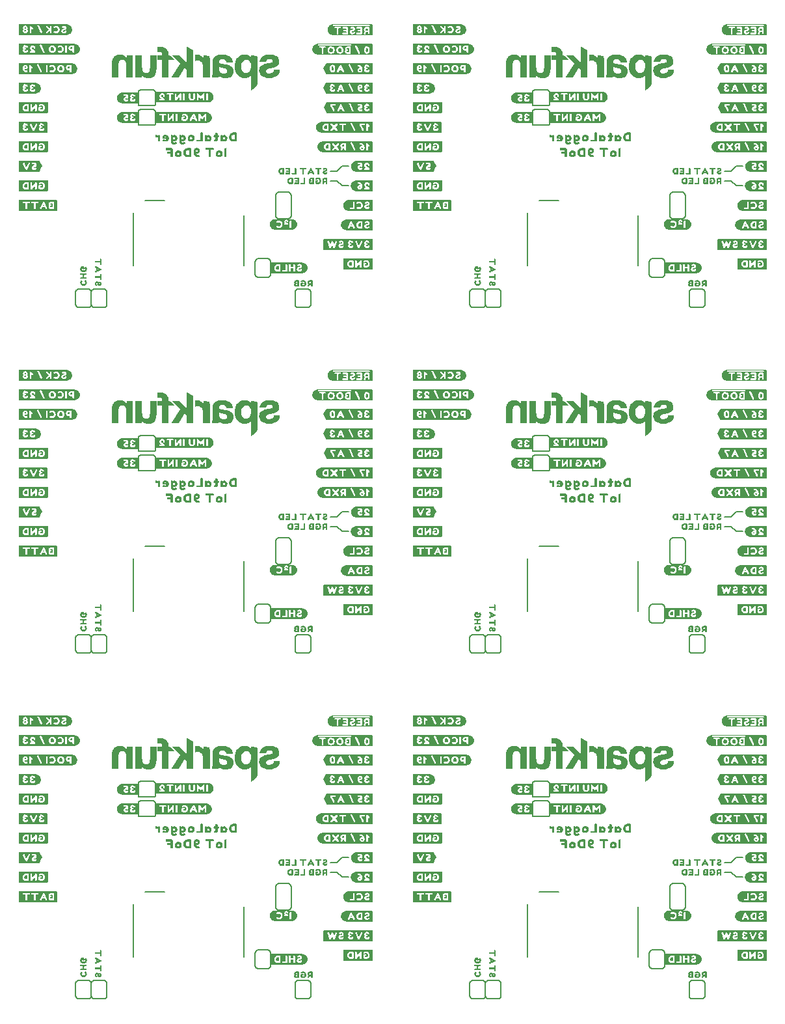
<source format=gbo>
G04 EAGLE Gerber RS-274X export*
G75*
%MOMM*%
%FSLAX34Y34*%
%LPD*%
%INSilkscreen Bottom*%
%IPPOS*%
%AMOC8*
5,1,8,0,0,1.08239X$1,22.5*%
G01*
%ADD10C,0.203200*%
%ADD11C,0.152400*%

G36*
X609804Y785634D02*
X609804Y785634D01*
X609807Y785631D01*
X610507Y785731D01*
X610508Y785732D01*
X610508Y785731D01*
X611108Y785831D01*
X611111Y785835D01*
X611114Y785833D01*
X611814Y786033D01*
X611818Y786038D01*
X611822Y786036D01*
X613022Y786636D01*
X613024Y786640D01*
X613027Y786639D01*
X613627Y787039D01*
X613628Y787042D01*
X613631Y787042D01*
X614131Y787442D01*
X614132Y787446D01*
X614135Y787445D01*
X614635Y787945D01*
X614635Y787949D01*
X614638Y787949D01*
X615038Y788449D01*
X615039Y788453D01*
X615041Y788453D01*
X615441Y789053D01*
X615441Y789057D01*
X615444Y789058D01*
X615744Y789658D01*
X615743Y789663D01*
X615747Y789664D01*
X616147Y790864D01*
X616145Y790871D01*
X616149Y790873D01*
X616349Y792273D01*
X616346Y792278D01*
X616349Y792280D01*
X616349Y792980D01*
X616346Y792985D01*
X616349Y792988D01*
X616249Y793588D01*
X616149Y794287D01*
X616144Y794292D01*
X616147Y794296D01*
X615947Y794896D01*
X615944Y794897D01*
X615945Y794899D01*
X615645Y795599D01*
X615637Y795604D01*
X615638Y795611D01*
X615240Y796109D01*
X614841Y796707D01*
X614838Y796708D01*
X614838Y796711D01*
X614438Y797211D01*
X614434Y797212D01*
X614435Y797215D01*
X613935Y797715D01*
X613931Y797715D01*
X613931Y797718D01*
X613431Y798118D01*
X613423Y798119D01*
X613422Y798124D01*
X612222Y798724D01*
X612220Y798724D01*
X612219Y798725D01*
X611519Y799025D01*
X611511Y799023D01*
X611508Y799029D01*
X610908Y799129D01*
X610907Y799128D01*
X610907Y799129D01*
X609507Y799329D01*
X609502Y799326D01*
X609500Y799329D01*
X537000Y799329D01*
X536962Y799300D01*
X536954Y799298D01*
X536754Y798798D01*
X536755Y798796D01*
X536753Y798794D01*
X536757Y798788D01*
X536758Y798785D01*
X536751Y798780D01*
X536751Y785880D01*
X536780Y785842D01*
X536782Y785834D01*
X537282Y785634D01*
X537295Y785638D01*
X537300Y785631D01*
X609800Y785631D01*
X609804Y785634D01*
G37*
G36*
X96724Y1235214D02*
X96724Y1235214D01*
X96727Y1235211D01*
X97427Y1235311D01*
X97428Y1235312D01*
X97428Y1235311D01*
X98028Y1235411D01*
X98031Y1235415D01*
X98034Y1235413D01*
X98734Y1235613D01*
X98738Y1235618D01*
X98742Y1235616D01*
X99942Y1236216D01*
X99944Y1236220D01*
X99947Y1236219D01*
X100547Y1236619D01*
X100548Y1236622D01*
X100551Y1236622D01*
X101051Y1237022D01*
X101052Y1237026D01*
X101055Y1237025D01*
X101555Y1237525D01*
X101555Y1237529D01*
X101558Y1237529D01*
X101958Y1238029D01*
X101959Y1238033D01*
X101961Y1238033D01*
X102361Y1238633D01*
X102361Y1238637D01*
X102364Y1238638D01*
X102664Y1239238D01*
X102663Y1239243D01*
X102667Y1239244D01*
X103067Y1240444D01*
X103065Y1240451D01*
X103069Y1240453D01*
X103269Y1241853D01*
X103266Y1241858D01*
X103269Y1241860D01*
X103269Y1242560D01*
X103266Y1242565D01*
X103269Y1242568D01*
X103169Y1243168D01*
X103069Y1243867D01*
X103064Y1243872D01*
X103067Y1243876D01*
X102867Y1244476D01*
X102864Y1244477D01*
X102865Y1244479D01*
X102565Y1245179D01*
X102557Y1245184D01*
X102558Y1245191D01*
X102160Y1245689D01*
X101761Y1246287D01*
X101758Y1246288D01*
X101758Y1246291D01*
X101358Y1246791D01*
X101354Y1246792D01*
X101355Y1246795D01*
X100855Y1247295D01*
X100851Y1247295D01*
X100851Y1247298D01*
X100351Y1247698D01*
X100343Y1247699D01*
X100342Y1247704D01*
X99142Y1248304D01*
X99140Y1248304D01*
X99139Y1248305D01*
X98439Y1248605D01*
X98431Y1248603D01*
X98428Y1248609D01*
X97828Y1248709D01*
X97827Y1248708D01*
X97827Y1248709D01*
X96427Y1248909D01*
X96422Y1248906D01*
X96420Y1248909D01*
X23920Y1248909D01*
X23882Y1248880D01*
X23874Y1248878D01*
X23674Y1248378D01*
X23675Y1248376D01*
X23673Y1248374D01*
X23677Y1248368D01*
X23678Y1248365D01*
X23671Y1248360D01*
X23671Y1235460D01*
X23700Y1235422D01*
X23702Y1235414D01*
X24202Y1235214D01*
X24215Y1235218D01*
X24220Y1235211D01*
X96720Y1235211D01*
X96724Y1235214D01*
G37*
G36*
X609804Y1235214D02*
X609804Y1235214D01*
X609807Y1235211D01*
X610507Y1235311D01*
X610508Y1235312D01*
X610508Y1235311D01*
X611108Y1235411D01*
X611111Y1235415D01*
X611114Y1235413D01*
X611814Y1235613D01*
X611818Y1235618D01*
X611822Y1235616D01*
X613022Y1236216D01*
X613024Y1236220D01*
X613027Y1236219D01*
X613627Y1236619D01*
X613628Y1236622D01*
X613631Y1236622D01*
X614131Y1237022D01*
X614132Y1237026D01*
X614135Y1237025D01*
X614635Y1237525D01*
X614635Y1237529D01*
X614638Y1237529D01*
X615038Y1238029D01*
X615039Y1238033D01*
X615041Y1238033D01*
X615441Y1238633D01*
X615441Y1238637D01*
X615444Y1238638D01*
X615744Y1239238D01*
X615743Y1239243D01*
X615747Y1239244D01*
X616147Y1240444D01*
X616145Y1240451D01*
X616149Y1240453D01*
X616349Y1241853D01*
X616346Y1241858D01*
X616349Y1241860D01*
X616349Y1242560D01*
X616346Y1242565D01*
X616349Y1242568D01*
X616249Y1243168D01*
X616149Y1243867D01*
X616144Y1243872D01*
X616147Y1243876D01*
X615947Y1244476D01*
X615944Y1244477D01*
X615945Y1244479D01*
X615645Y1245179D01*
X615637Y1245184D01*
X615638Y1245191D01*
X615240Y1245689D01*
X614841Y1246287D01*
X614838Y1246288D01*
X614838Y1246291D01*
X614438Y1246791D01*
X614434Y1246792D01*
X614435Y1246795D01*
X613935Y1247295D01*
X613931Y1247295D01*
X613931Y1247298D01*
X613431Y1247698D01*
X613423Y1247699D01*
X613422Y1247704D01*
X612222Y1248304D01*
X612220Y1248304D01*
X612219Y1248305D01*
X611519Y1248605D01*
X611511Y1248603D01*
X611508Y1248609D01*
X610908Y1248709D01*
X610907Y1248708D01*
X610907Y1248709D01*
X609507Y1248909D01*
X609502Y1248906D01*
X609500Y1248909D01*
X537000Y1248909D01*
X536962Y1248880D01*
X536954Y1248878D01*
X536754Y1248378D01*
X536755Y1248376D01*
X536753Y1248374D01*
X536757Y1248368D01*
X536758Y1248365D01*
X536751Y1248360D01*
X536751Y1235460D01*
X536780Y1235422D01*
X536782Y1235414D01*
X537282Y1235214D01*
X537295Y1235218D01*
X537300Y1235211D01*
X609800Y1235211D01*
X609804Y1235214D01*
G37*
G36*
X96724Y336054D02*
X96724Y336054D01*
X96727Y336051D01*
X97427Y336151D01*
X97428Y336152D01*
X97428Y336151D01*
X98028Y336251D01*
X98031Y336255D01*
X98034Y336253D01*
X98734Y336453D01*
X98738Y336458D01*
X98742Y336456D01*
X99942Y337056D01*
X99944Y337060D01*
X99947Y337059D01*
X100547Y337459D01*
X100548Y337462D01*
X100551Y337462D01*
X101051Y337862D01*
X101052Y337866D01*
X101055Y337865D01*
X101555Y338365D01*
X101555Y338369D01*
X101558Y338369D01*
X101958Y338869D01*
X101959Y338873D01*
X101961Y338873D01*
X102361Y339473D01*
X102361Y339477D01*
X102364Y339478D01*
X102664Y340078D01*
X102663Y340083D01*
X102667Y340084D01*
X103067Y341284D01*
X103065Y341291D01*
X103069Y341293D01*
X103269Y342693D01*
X103266Y342698D01*
X103269Y342700D01*
X103269Y343400D01*
X103266Y343405D01*
X103269Y343408D01*
X103169Y344008D01*
X103069Y344707D01*
X103064Y344712D01*
X103067Y344716D01*
X102867Y345316D01*
X102864Y345317D01*
X102865Y345319D01*
X102565Y346019D01*
X102557Y346024D01*
X102558Y346031D01*
X102160Y346529D01*
X101761Y347127D01*
X101758Y347128D01*
X101758Y347131D01*
X101358Y347631D01*
X101354Y347632D01*
X101355Y347635D01*
X100855Y348135D01*
X100851Y348135D01*
X100851Y348138D01*
X100351Y348538D01*
X100343Y348539D01*
X100342Y348544D01*
X99142Y349144D01*
X99140Y349144D01*
X99139Y349145D01*
X98439Y349445D01*
X98431Y349443D01*
X98428Y349449D01*
X97828Y349549D01*
X97827Y349548D01*
X97827Y349549D01*
X96427Y349749D01*
X96422Y349746D01*
X96420Y349749D01*
X23920Y349749D01*
X23882Y349720D01*
X23874Y349718D01*
X23674Y349218D01*
X23675Y349216D01*
X23673Y349214D01*
X23677Y349208D01*
X23678Y349205D01*
X23671Y349200D01*
X23671Y336300D01*
X23700Y336262D01*
X23702Y336254D01*
X24202Y336054D01*
X24215Y336058D01*
X24220Y336051D01*
X96720Y336051D01*
X96724Y336054D01*
G37*
G36*
X96724Y785634D02*
X96724Y785634D01*
X96727Y785631D01*
X97427Y785731D01*
X97428Y785732D01*
X97428Y785731D01*
X98028Y785831D01*
X98031Y785835D01*
X98034Y785833D01*
X98734Y786033D01*
X98738Y786038D01*
X98742Y786036D01*
X99942Y786636D01*
X99944Y786640D01*
X99947Y786639D01*
X100547Y787039D01*
X100548Y787042D01*
X100551Y787042D01*
X101051Y787442D01*
X101052Y787446D01*
X101055Y787445D01*
X101555Y787945D01*
X101555Y787949D01*
X101558Y787949D01*
X101958Y788449D01*
X101959Y788453D01*
X101961Y788453D01*
X102361Y789053D01*
X102361Y789057D01*
X102364Y789058D01*
X102664Y789658D01*
X102663Y789663D01*
X102667Y789664D01*
X103067Y790864D01*
X103065Y790871D01*
X103069Y790873D01*
X103269Y792273D01*
X103266Y792278D01*
X103269Y792280D01*
X103269Y792980D01*
X103266Y792985D01*
X103269Y792988D01*
X103169Y793588D01*
X103069Y794287D01*
X103064Y794292D01*
X103067Y794296D01*
X102867Y794896D01*
X102864Y794897D01*
X102865Y794899D01*
X102565Y795599D01*
X102557Y795604D01*
X102558Y795611D01*
X102160Y796109D01*
X101761Y796707D01*
X101758Y796708D01*
X101758Y796711D01*
X101358Y797211D01*
X101354Y797212D01*
X101355Y797215D01*
X100855Y797715D01*
X100851Y797715D01*
X100851Y797718D01*
X100351Y798118D01*
X100343Y798119D01*
X100342Y798124D01*
X99142Y798724D01*
X99140Y798724D01*
X99139Y798725D01*
X98439Y799025D01*
X98431Y799023D01*
X98428Y799029D01*
X97828Y799129D01*
X97827Y799128D01*
X97827Y799129D01*
X96427Y799329D01*
X96422Y799326D01*
X96420Y799329D01*
X23920Y799329D01*
X23882Y799300D01*
X23874Y799298D01*
X23674Y798798D01*
X23675Y798796D01*
X23673Y798794D01*
X23677Y798788D01*
X23678Y798785D01*
X23671Y798780D01*
X23671Y785880D01*
X23700Y785842D01*
X23702Y785834D01*
X24202Y785634D01*
X24215Y785638D01*
X24220Y785631D01*
X96720Y785631D01*
X96724Y785634D01*
G37*
G36*
X609804Y336054D02*
X609804Y336054D01*
X609807Y336051D01*
X610507Y336151D01*
X610508Y336152D01*
X610508Y336151D01*
X611108Y336251D01*
X611111Y336255D01*
X611114Y336253D01*
X611814Y336453D01*
X611818Y336458D01*
X611822Y336456D01*
X613022Y337056D01*
X613024Y337060D01*
X613027Y337059D01*
X613627Y337459D01*
X613628Y337462D01*
X613631Y337462D01*
X614131Y337862D01*
X614132Y337866D01*
X614135Y337865D01*
X614635Y338365D01*
X614635Y338369D01*
X614638Y338369D01*
X615038Y338869D01*
X615039Y338873D01*
X615041Y338873D01*
X615441Y339473D01*
X615441Y339477D01*
X615444Y339478D01*
X615744Y340078D01*
X615743Y340083D01*
X615747Y340084D01*
X616147Y341284D01*
X616145Y341291D01*
X616149Y341293D01*
X616349Y342693D01*
X616346Y342698D01*
X616349Y342700D01*
X616349Y343400D01*
X616346Y343405D01*
X616349Y343408D01*
X616249Y344008D01*
X616149Y344707D01*
X616144Y344712D01*
X616147Y344716D01*
X615947Y345316D01*
X615944Y345317D01*
X615945Y345319D01*
X615645Y346019D01*
X615637Y346024D01*
X615638Y346031D01*
X615240Y346529D01*
X614841Y347127D01*
X614838Y347128D01*
X614838Y347131D01*
X614438Y347631D01*
X614434Y347632D01*
X614435Y347635D01*
X613935Y348135D01*
X613931Y348135D01*
X613931Y348138D01*
X613431Y348538D01*
X613423Y348539D01*
X613422Y348544D01*
X612222Y349144D01*
X612220Y349144D01*
X612219Y349145D01*
X611519Y349445D01*
X611511Y349443D01*
X611508Y349449D01*
X610908Y349549D01*
X610907Y349548D01*
X610907Y349549D01*
X609507Y349749D01*
X609502Y349746D01*
X609500Y349749D01*
X537000Y349749D01*
X536962Y349720D01*
X536954Y349718D01*
X536754Y349218D01*
X536755Y349216D01*
X536753Y349214D01*
X536757Y349208D01*
X536758Y349205D01*
X536751Y349200D01*
X536751Y336300D01*
X536780Y336262D01*
X536782Y336254D01*
X537282Y336054D01*
X537295Y336058D01*
X537300Y336051D01*
X609800Y336051D01*
X609804Y336054D01*
G37*
G36*
X997081Y785647D02*
X997081Y785647D01*
X997095Y785645D01*
X997395Y785945D01*
X997397Y785957D01*
X997403Y785962D01*
X997398Y785969D01*
X997399Y785972D01*
X997409Y785980D01*
X997409Y798880D01*
X997396Y798898D01*
X997399Y798910D01*
X997099Y799310D01*
X997068Y799319D01*
X997060Y799329D01*
X925560Y799329D01*
X925555Y799326D01*
X925552Y799329D01*
X924952Y799229D01*
X924253Y799129D01*
X924250Y799125D01*
X924248Y799125D01*
X924247Y799125D01*
X924244Y799127D01*
X923644Y798927D01*
X923643Y798924D01*
X923641Y798925D01*
X922941Y798625D01*
X922939Y798623D01*
X922938Y798624D01*
X922338Y798324D01*
X922335Y798317D01*
X922329Y798318D01*
X921329Y797518D01*
X921328Y797514D01*
X921325Y797515D01*
X920825Y797015D01*
X920825Y797011D01*
X920822Y797011D01*
X920422Y796511D01*
X920421Y796507D01*
X920419Y796507D01*
X920019Y795907D01*
X920019Y795903D01*
X920016Y795902D01*
X919416Y794702D01*
X919418Y794691D01*
X919411Y794687D01*
X919312Y793991D01*
X919113Y793396D01*
X919117Y793385D01*
X919111Y793380D01*
X919111Y791980D01*
X919114Y791976D01*
X919111Y791973D01*
X919211Y791273D01*
X919212Y791272D01*
X919211Y791272D01*
X919311Y790672D01*
X919315Y790669D01*
X919313Y790666D01*
X919513Y789966D01*
X919518Y789962D01*
X919516Y789958D01*
X919816Y789358D01*
X919820Y789356D01*
X919819Y789353D01*
X920219Y788753D01*
X920222Y788752D01*
X920222Y788749D01*
X921022Y787749D01*
X921026Y787748D01*
X921025Y787745D01*
X921525Y787245D01*
X921529Y787245D01*
X921529Y787242D01*
X922029Y786842D01*
X922033Y786841D01*
X922033Y786839D01*
X922633Y786439D01*
X922642Y786440D01*
X922644Y786433D01*
X923242Y786234D01*
X923941Y785935D01*
X923949Y785937D01*
X923952Y785931D01*
X924552Y785831D01*
X924553Y785832D01*
X924553Y785831D01*
X925953Y785631D01*
X925958Y785634D01*
X925960Y785631D01*
X997060Y785631D01*
X997081Y785647D01*
G37*
G36*
X997081Y336067D02*
X997081Y336067D01*
X997095Y336065D01*
X997395Y336365D01*
X997397Y336377D01*
X997403Y336382D01*
X997398Y336389D01*
X997399Y336392D01*
X997409Y336400D01*
X997409Y349300D01*
X997396Y349318D01*
X997399Y349330D01*
X997099Y349730D01*
X997068Y349739D01*
X997060Y349749D01*
X925560Y349749D01*
X925555Y349746D01*
X925552Y349749D01*
X924952Y349649D01*
X924253Y349549D01*
X924250Y349545D01*
X924248Y349545D01*
X924247Y349545D01*
X924244Y349547D01*
X923644Y349347D01*
X923643Y349344D01*
X923641Y349345D01*
X922941Y349045D01*
X922939Y349043D01*
X922938Y349044D01*
X922338Y348744D01*
X922335Y348737D01*
X922329Y348738D01*
X921329Y347938D01*
X921328Y347934D01*
X921325Y347935D01*
X920825Y347435D01*
X920825Y347431D01*
X920822Y347431D01*
X920422Y346931D01*
X920421Y346927D01*
X920419Y346927D01*
X920019Y346327D01*
X920019Y346323D01*
X920016Y346322D01*
X919416Y345122D01*
X919418Y345111D01*
X919411Y345107D01*
X919312Y344411D01*
X919113Y343816D01*
X919117Y343805D01*
X919111Y343800D01*
X919111Y342400D01*
X919114Y342396D01*
X919111Y342393D01*
X919211Y341693D01*
X919212Y341692D01*
X919211Y341692D01*
X919311Y341092D01*
X919315Y341089D01*
X919313Y341086D01*
X919513Y340386D01*
X919518Y340382D01*
X919516Y340378D01*
X919816Y339778D01*
X919820Y339776D01*
X919819Y339773D01*
X920219Y339173D01*
X920222Y339172D01*
X920222Y339169D01*
X921022Y338169D01*
X921026Y338168D01*
X921025Y338165D01*
X921525Y337665D01*
X921529Y337665D01*
X921529Y337662D01*
X922029Y337262D01*
X922033Y337261D01*
X922033Y337259D01*
X922633Y336859D01*
X922642Y336860D01*
X922644Y336853D01*
X923242Y336654D01*
X923941Y336355D01*
X923949Y336357D01*
X923952Y336351D01*
X924552Y336251D01*
X924553Y336252D01*
X924553Y336251D01*
X925953Y336051D01*
X925958Y336054D01*
X925960Y336051D01*
X997060Y336051D01*
X997081Y336067D01*
G37*
G36*
X484001Y785647D02*
X484001Y785647D01*
X484015Y785645D01*
X484315Y785945D01*
X484317Y785957D01*
X484323Y785962D01*
X484318Y785969D01*
X484319Y785972D01*
X484329Y785980D01*
X484329Y798880D01*
X484316Y798898D01*
X484319Y798910D01*
X484019Y799310D01*
X483988Y799319D01*
X483980Y799329D01*
X412480Y799329D01*
X412475Y799326D01*
X412472Y799329D01*
X411872Y799229D01*
X411173Y799129D01*
X411170Y799125D01*
X411168Y799125D01*
X411167Y799125D01*
X411164Y799127D01*
X410564Y798927D01*
X410563Y798924D01*
X410561Y798925D01*
X409861Y798625D01*
X409859Y798623D01*
X409858Y798624D01*
X409258Y798324D01*
X409255Y798317D01*
X409249Y798318D01*
X408249Y797518D01*
X408248Y797514D01*
X408245Y797515D01*
X407745Y797015D01*
X407745Y797011D01*
X407742Y797011D01*
X407342Y796511D01*
X407341Y796507D01*
X407339Y796507D01*
X406939Y795907D01*
X406939Y795903D01*
X406936Y795902D01*
X406336Y794702D01*
X406338Y794691D01*
X406331Y794687D01*
X406232Y793991D01*
X406033Y793396D01*
X406037Y793385D01*
X406031Y793380D01*
X406031Y791980D01*
X406034Y791976D01*
X406031Y791973D01*
X406131Y791273D01*
X406132Y791272D01*
X406131Y791272D01*
X406231Y790672D01*
X406235Y790669D01*
X406233Y790666D01*
X406433Y789966D01*
X406438Y789962D01*
X406436Y789958D01*
X406736Y789358D01*
X406740Y789356D01*
X406739Y789353D01*
X407139Y788753D01*
X407142Y788752D01*
X407142Y788749D01*
X407942Y787749D01*
X407946Y787748D01*
X407945Y787745D01*
X408445Y787245D01*
X408449Y787245D01*
X408449Y787242D01*
X408949Y786842D01*
X408953Y786841D01*
X408953Y786839D01*
X409553Y786439D01*
X409562Y786440D01*
X409564Y786433D01*
X410162Y786234D01*
X410861Y785935D01*
X410869Y785937D01*
X410872Y785931D01*
X411472Y785831D01*
X411473Y785832D01*
X411473Y785831D01*
X412873Y785631D01*
X412878Y785634D01*
X412880Y785631D01*
X483980Y785631D01*
X484001Y785647D01*
G37*
G36*
X484001Y336067D02*
X484001Y336067D01*
X484015Y336065D01*
X484315Y336365D01*
X484317Y336377D01*
X484323Y336382D01*
X484318Y336389D01*
X484319Y336392D01*
X484329Y336400D01*
X484329Y349300D01*
X484316Y349318D01*
X484319Y349330D01*
X484019Y349730D01*
X483988Y349739D01*
X483980Y349749D01*
X412480Y349749D01*
X412475Y349746D01*
X412472Y349749D01*
X411872Y349649D01*
X411173Y349549D01*
X411170Y349545D01*
X411168Y349545D01*
X411167Y349545D01*
X411164Y349547D01*
X410564Y349347D01*
X410563Y349344D01*
X410561Y349345D01*
X409861Y349045D01*
X409859Y349043D01*
X409858Y349044D01*
X409258Y348744D01*
X409255Y348737D01*
X409249Y348738D01*
X408249Y347938D01*
X408248Y347934D01*
X408245Y347935D01*
X407745Y347435D01*
X407745Y347431D01*
X407742Y347431D01*
X407342Y346931D01*
X407341Y346927D01*
X407339Y346927D01*
X406939Y346327D01*
X406939Y346323D01*
X406936Y346322D01*
X406336Y345122D01*
X406338Y345111D01*
X406331Y345107D01*
X406232Y344411D01*
X406033Y343816D01*
X406037Y343805D01*
X406031Y343800D01*
X406031Y342400D01*
X406034Y342396D01*
X406031Y342393D01*
X406131Y341693D01*
X406132Y341692D01*
X406131Y341692D01*
X406231Y341092D01*
X406235Y341089D01*
X406233Y341086D01*
X406433Y340386D01*
X406438Y340382D01*
X406436Y340378D01*
X406736Y339778D01*
X406740Y339776D01*
X406739Y339773D01*
X407139Y339173D01*
X407142Y339172D01*
X407142Y339169D01*
X407942Y338169D01*
X407946Y338168D01*
X407945Y338165D01*
X408445Y337665D01*
X408449Y337665D01*
X408449Y337662D01*
X408949Y337262D01*
X408953Y337261D01*
X408953Y337259D01*
X409553Y336859D01*
X409562Y336860D01*
X409564Y336853D01*
X410162Y336654D01*
X410861Y336355D01*
X410869Y336357D01*
X410872Y336351D01*
X411472Y336251D01*
X411473Y336252D01*
X411473Y336251D01*
X412873Y336051D01*
X412878Y336054D01*
X412880Y336051D01*
X483980Y336051D01*
X484001Y336067D01*
G37*
G36*
X484001Y1235227D02*
X484001Y1235227D01*
X484015Y1235225D01*
X484315Y1235525D01*
X484317Y1235537D01*
X484323Y1235542D01*
X484318Y1235549D01*
X484319Y1235552D01*
X484329Y1235560D01*
X484329Y1248460D01*
X484316Y1248478D01*
X484319Y1248490D01*
X484019Y1248890D01*
X483988Y1248899D01*
X483980Y1248909D01*
X412480Y1248909D01*
X412475Y1248906D01*
X412472Y1248909D01*
X411872Y1248809D01*
X411173Y1248709D01*
X411170Y1248705D01*
X411168Y1248705D01*
X411167Y1248705D01*
X411164Y1248707D01*
X410564Y1248507D01*
X410563Y1248504D01*
X410561Y1248505D01*
X409861Y1248205D01*
X409859Y1248203D01*
X409858Y1248204D01*
X409258Y1247904D01*
X409255Y1247897D01*
X409249Y1247898D01*
X408249Y1247098D01*
X408248Y1247094D01*
X408245Y1247095D01*
X407745Y1246595D01*
X407745Y1246591D01*
X407742Y1246591D01*
X407342Y1246091D01*
X407341Y1246087D01*
X407339Y1246087D01*
X406939Y1245487D01*
X406939Y1245483D01*
X406936Y1245482D01*
X406336Y1244282D01*
X406338Y1244271D01*
X406331Y1244267D01*
X406232Y1243571D01*
X406033Y1242976D01*
X406037Y1242965D01*
X406031Y1242960D01*
X406031Y1241560D01*
X406034Y1241556D01*
X406031Y1241553D01*
X406131Y1240853D01*
X406132Y1240852D01*
X406131Y1240852D01*
X406231Y1240252D01*
X406235Y1240249D01*
X406233Y1240246D01*
X406433Y1239546D01*
X406438Y1239542D01*
X406436Y1239538D01*
X406736Y1238938D01*
X406740Y1238936D01*
X406739Y1238933D01*
X407139Y1238333D01*
X407142Y1238332D01*
X407142Y1238329D01*
X407942Y1237329D01*
X407946Y1237328D01*
X407945Y1237325D01*
X408445Y1236825D01*
X408449Y1236825D01*
X408449Y1236822D01*
X408949Y1236422D01*
X408953Y1236421D01*
X408953Y1236419D01*
X409553Y1236019D01*
X409562Y1236020D01*
X409564Y1236013D01*
X410162Y1235814D01*
X410861Y1235515D01*
X410869Y1235517D01*
X410872Y1235511D01*
X411472Y1235411D01*
X411473Y1235412D01*
X411473Y1235411D01*
X412873Y1235211D01*
X412878Y1235214D01*
X412880Y1235211D01*
X483980Y1235211D01*
X484001Y1235227D01*
G37*
G36*
X997081Y1235227D02*
X997081Y1235227D01*
X997095Y1235225D01*
X997395Y1235525D01*
X997397Y1235537D01*
X997403Y1235542D01*
X997398Y1235549D01*
X997399Y1235552D01*
X997409Y1235560D01*
X997409Y1248460D01*
X997396Y1248478D01*
X997399Y1248490D01*
X997099Y1248890D01*
X997068Y1248899D01*
X997060Y1248909D01*
X925560Y1248909D01*
X925555Y1248906D01*
X925552Y1248909D01*
X924952Y1248809D01*
X924253Y1248709D01*
X924250Y1248705D01*
X924248Y1248705D01*
X924247Y1248705D01*
X924244Y1248707D01*
X923644Y1248507D01*
X923643Y1248504D01*
X923641Y1248505D01*
X922941Y1248205D01*
X922939Y1248203D01*
X922938Y1248204D01*
X922338Y1247904D01*
X922335Y1247897D01*
X922329Y1247898D01*
X921329Y1247098D01*
X921328Y1247094D01*
X921325Y1247095D01*
X920825Y1246595D01*
X920825Y1246591D01*
X920822Y1246591D01*
X920422Y1246091D01*
X920421Y1246087D01*
X920419Y1246087D01*
X920019Y1245487D01*
X920019Y1245483D01*
X920016Y1245482D01*
X919416Y1244282D01*
X919418Y1244271D01*
X919411Y1244267D01*
X919312Y1243571D01*
X919113Y1242976D01*
X919117Y1242965D01*
X919111Y1242960D01*
X919111Y1241560D01*
X919114Y1241556D01*
X919111Y1241553D01*
X919211Y1240853D01*
X919212Y1240852D01*
X919211Y1240852D01*
X919311Y1240252D01*
X919315Y1240249D01*
X919313Y1240246D01*
X919513Y1239546D01*
X919518Y1239542D01*
X919516Y1239538D01*
X919816Y1238938D01*
X919820Y1238936D01*
X919819Y1238933D01*
X920219Y1238333D01*
X920222Y1238332D01*
X920222Y1238329D01*
X921022Y1237329D01*
X921026Y1237328D01*
X921025Y1237325D01*
X921525Y1236825D01*
X921529Y1236825D01*
X921529Y1236822D01*
X922029Y1236422D01*
X922033Y1236421D01*
X922033Y1236419D01*
X922633Y1236019D01*
X922642Y1236020D01*
X922644Y1236013D01*
X923242Y1235814D01*
X923941Y1235515D01*
X923949Y1235517D01*
X923952Y1235511D01*
X924552Y1235411D01*
X924553Y1235412D01*
X924553Y1235411D01*
X925953Y1235211D01*
X925958Y1235214D01*
X925960Y1235211D01*
X997060Y1235211D01*
X997081Y1235227D01*
G37*
G36*
X606204Y760234D02*
X606204Y760234D01*
X606207Y760231D01*
X607607Y760431D01*
X607612Y760436D01*
X607616Y760433D01*
X608215Y760633D01*
X608914Y760833D01*
X608918Y760838D01*
X608922Y760836D01*
X609522Y761136D01*
X609525Y761143D01*
X609531Y761142D01*
X610029Y761540D01*
X610627Y761939D01*
X610630Y761946D01*
X610635Y761945D01*
X611135Y762445D01*
X611135Y762449D01*
X611138Y762449D01*
X611538Y762949D01*
X611539Y762953D01*
X611541Y762953D01*
X611941Y763553D01*
X611941Y763557D01*
X611944Y763558D01*
X612244Y764158D01*
X612243Y764163D01*
X612247Y764164D01*
X612647Y765364D01*
X612646Y765366D01*
X612647Y765366D01*
X612654Y765389D01*
X612668Y765438D01*
X612710Y765586D01*
X612752Y765733D01*
X612766Y765783D01*
X612808Y765930D01*
X612809Y765930D01*
X612808Y765930D01*
X612847Y766066D01*
X612844Y766076D01*
X612847Y766078D01*
X612849Y766080D01*
X612849Y768080D01*
X612843Y768088D01*
X612847Y768094D01*
X612647Y768794D01*
X612646Y768795D01*
X612647Y768796D01*
X612447Y769395D01*
X612247Y770094D01*
X612239Y770100D01*
X612241Y770107D01*
X611842Y770706D01*
X611542Y771205D01*
X611534Y771209D01*
X611535Y771215D01*
X610535Y772215D01*
X610531Y772215D01*
X610531Y772218D01*
X610031Y772618D01*
X610027Y772619D01*
X610027Y772621D01*
X609427Y773021D01*
X609423Y773021D01*
X609422Y773024D01*
X608822Y773324D01*
X608817Y773323D01*
X608816Y773327D01*
X608216Y773527D01*
X608214Y773526D01*
X608214Y773527D01*
X607514Y773727D01*
X607510Y773726D01*
X607508Y773729D01*
X606908Y773829D01*
X606907Y773828D01*
X606907Y773829D01*
X606207Y773929D01*
X606202Y773926D01*
X606200Y773929D01*
X537000Y773929D01*
X536962Y773900D01*
X536954Y773898D01*
X536754Y773398D01*
X536755Y773396D01*
X536753Y773394D01*
X536757Y773388D01*
X536758Y773385D01*
X536751Y773380D01*
X536751Y760580D01*
X536770Y760554D01*
X536770Y760541D01*
X537170Y760241D01*
X537192Y760241D01*
X537200Y760231D01*
X606200Y760231D01*
X606204Y760234D01*
G37*
G36*
X93124Y310654D02*
X93124Y310654D01*
X93127Y310651D01*
X94527Y310851D01*
X94532Y310856D01*
X94536Y310853D01*
X95135Y311053D01*
X95834Y311253D01*
X95838Y311258D01*
X95842Y311256D01*
X96442Y311556D01*
X96445Y311563D01*
X96451Y311562D01*
X96949Y311960D01*
X97547Y312359D01*
X97550Y312366D01*
X97555Y312365D01*
X98055Y312865D01*
X98055Y312869D01*
X98058Y312869D01*
X98458Y313369D01*
X98459Y313373D01*
X98461Y313373D01*
X98861Y313973D01*
X98861Y313977D01*
X98864Y313978D01*
X99164Y314578D01*
X99163Y314583D01*
X99167Y314584D01*
X99567Y315784D01*
X99566Y315786D01*
X99567Y315786D01*
X99574Y315809D01*
X99588Y315858D01*
X99630Y316006D01*
X99672Y316153D01*
X99686Y316203D01*
X99728Y316350D01*
X99729Y316350D01*
X99728Y316350D01*
X99767Y316486D01*
X99764Y316496D01*
X99767Y316498D01*
X99769Y316500D01*
X99769Y318500D01*
X99763Y318508D01*
X99767Y318514D01*
X99567Y319214D01*
X99566Y319215D01*
X99567Y319216D01*
X99367Y319815D01*
X99167Y320514D01*
X99159Y320520D01*
X99161Y320527D01*
X98762Y321126D01*
X98462Y321625D01*
X98454Y321629D01*
X98455Y321635D01*
X97455Y322635D01*
X97451Y322635D01*
X97451Y322638D01*
X96951Y323038D01*
X96947Y323039D01*
X96947Y323041D01*
X96347Y323441D01*
X96343Y323441D01*
X96342Y323444D01*
X95742Y323744D01*
X95737Y323743D01*
X95736Y323747D01*
X95136Y323947D01*
X95134Y323946D01*
X95134Y323947D01*
X94434Y324147D01*
X94430Y324146D01*
X94428Y324149D01*
X93828Y324249D01*
X93827Y324248D01*
X93827Y324249D01*
X93127Y324349D01*
X93122Y324346D01*
X93120Y324349D01*
X23920Y324349D01*
X23882Y324320D01*
X23874Y324318D01*
X23674Y323818D01*
X23675Y323816D01*
X23673Y323814D01*
X23677Y323808D01*
X23678Y323805D01*
X23671Y323800D01*
X23671Y311000D01*
X23690Y310974D01*
X23690Y310961D01*
X24090Y310661D01*
X24112Y310661D01*
X24120Y310651D01*
X93120Y310651D01*
X93124Y310654D01*
G37*
G36*
X606204Y310654D02*
X606204Y310654D01*
X606207Y310651D01*
X607607Y310851D01*
X607612Y310856D01*
X607616Y310853D01*
X608215Y311053D01*
X608914Y311253D01*
X608918Y311258D01*
X608922Y311256D01*
X609522Y311556D01*
X609525Y311563D01*
X609531Y311562D01*
X610029Y311960D01*
X610627Y312359D01*
X610630Y312366D01*
X610635Y312365D01*
X611135Y312865D01*
X611135Y312869D01*
X611138Y312869D01*
X611538Y313369D01*
X611539Y313373D01*
X611541Y313373D01*
X611941Y313973D01*
X611941Y313977D01*
X611944Y313978D01*
X612244Y314578D01*
X612243Y314583D01*
X612247Y314584D01*
X612647Y315784D01*
X612646Y315786D01*
X612647Y315786D01*
X612654Y315809D01*
X612668Y315858D01*
X612710Y316006D01*
X612752Y316153D01*
X612766Y316203D01*
X612808Y316350D01*
X612809Y316350D01*
X612808Y316350D01*
X612847Y316486D01*
X612844Y316496D01*
X612847Y316498D01*
X612849Y316500D01*
X612849Y318500D01*
X612843Y318508D01*
X612847Y318514D01*
X612647Y319214D01*
X612646Y319215D01*
X612647Y319216D01*
X612447Y319815D01*
X612247Y320514D01*
X612239Y320520D01*
X612241Y320527D01*
X611842Y321126D01*
X611542Y321625D01*
X611534Y321629D01*
X611535Y321635D01*
X610535Y322635D01*
X610531Y322635D01*
X610531Y322638D01*
X610031Y323038D01*
X610027Y323039D01*
X610027Y323041D01*
X609427Y323441D01*
X609423Y323441D01*
X609422Y323444D01*
X608822Y323744D01*
X608817Y323743D01*
X608816Y323747D01*
X608216Y323947D01*
X608214Y323946D01*
X608214Y323947D01*
X607514Y324147D01*
X607510Y324146D01*
X607508Y324149D01*
X606908Y324249D01*
X606907Y324248D01*
X606907Y324249D01*
X606207Y324349D01*
X606202Y324346D01*
X606200Y324349D01*
X537000Y324349D01*
X536962Y324320D01*
X536954Y324318D01*
X536754Y323818D01*
X536755Y323816D01*
X536753Y323814D01*
X536757Y323808D01*
X536758Y323805D01*
X536751Y323800D01*
X536751Y311000D01*
X536770Y310974D01*
X536770Y310961D01*
X537170Y310661D01*
X537192Y310661D01*
X537200Y310651D01*
X606200Y310651D01*
X606204Y310654D01*
G37*
G36*
X93124Y1209814D02*
X93124Y1209814D01*
X93127Y1209811D01*
X94527Y1210011D01*
X94532Y1210016D01*
X94536Y1210013D01*
X95135Y1210213D01*
X95834Y1210413D01*
X95838Y1210418D01*
X95842Y1210416D01*
X96442Y1210716D01*
X96445Y1210723D01*
X96451Y1210722D01*
X96949Y1211120D01*
X97547Y1211519D01*
X97550Y1211526D01*
X97555Y1211525D01*
X98055Y1212025D01*
X98055Y1212029D01*
X98058Y1212029D01*
X98458Y1212529D01*
X98459Y1212533D01*
X98461Y1212533D01*
X98861Y1213133D01*
X98861Y1213137D01*
X98864Y1213138D01*
X99164Y1213738D01*
X99163Y1213743D01*
X99167Y1213744D01*
X99567Y1214944D01*
X99566Y1214946D01*
X99567Y1214946D01*
X99574Y1214969D01*
X99588Y1215018D01*
X99630Y1215166D01*
X99672Y1215313D01*
X99686Y1215363D01*
X99728Y1215510D01*
X99729Y1215510D01*
X99728Y1215510D01*
X99767Y1215646D01*
X99764Y1215656D01*
X99767Y1215658D01*
X99769Y1215660D01*
X99769Y1217660D01*
X99763Y1217668D01*
X99767Y1217674D01*
X99567Y1218374D01*
X99566Y1218375D01*
X99567Y1218376D01*
X99367Y1218975D01*
X99167Y1219674D01*
X99159Y1219680D01*
X99161Y1219687D01*
X98762Y1220286D01*
X98462Y1220785D01*
X98454Y1220789D01*
X98455Y1220795D01*
X97455Y1221795D01*
X97451Y1221795D01*
X97451Y1221798D01*
X96951Y1222198D01*
X96947Y1222199D01*
X96947Y1222201D01*
X96347Y1222601D01*
X96343Y1222601D01*
X96342Y1222604D01*
X95742Y1222904D01*
X95737Y1222903D01*
X95736Y1222907D01*
X95136Y1223107D01*
X95134Y1223106D01*
X95134Y1223107D01*
X94434Y1223307D01*
X94430Y1223306D01*
X94428Y1223309D01*
X93828Y1223409D01*
X93827Y1223408D01*
X93827Y1223409D01*
X93127Y1223509D01*
X93122Y1223506D01*
X93120Y1223509D01*
X23920Y1223509D01*
X23882Y1223480D01*
X23874Y1223478D01*
X23674Y1222978D01*
X23675Y1222976D01*
X23673Y1222974D01*
X23677Y1222968D01*
X23678Y1222965D01*
X23671Y1222960D01*
X23671Y1210160D01*
X23690Y1210134D01*
X23690Y1210121D01*
X24090Y1209821D01*
X24112Y1209821D01*
X24120Y1209811D01*
X93120Y1209811D01*
X93124Y1209814D01*
G37*
G36*
X606204Y1209814D02*
X606204Y1209814D01*
X606207Y1209811D01*
X607607Y1210011D01*
X607612Y1210016D01*
X607616Y1210013D01*
X608215Y1210213D01*
X608914Y1210413D01*
X608918Y1210418D01*
X608922Y1210416D01*
X609522Y1210716D01*
X609525Y1210723D01*
X609531Y1210722D01*
X610029Y1211120D01*
X610627Y1211519D01*
X610630Y1211526D01*
X610635Y1211525D01*
X611135Y1212025D01*
X611135Y1212029D01*
X611138Y1212029D01*
X611538Y1212529D01*
X611539Y1212533D01*
X611541Y1212533D01*
X611941Y1213133D01*
X611941Y1213137D01*
X611944Y1213138D01*
X612244Y1213738D01*
X612243Y1213743D01*
X612247Y1213744D01*
X612647Y1214944D01*
X612646Y1214946D01*
X612647Y1214946D01*
X612654Y1214969D01*
X612668Y1215018D01*
X612710Y1215166D01*
X612752Y1215313D01*
X612766Y1215363D01*
X612808Y1215510D01*
X612809Y1215510D01*
X612808Y1215510D01*
X612847Y1215646D01*
X612844Y1215656D01*
X612847Y1215658D01*
X612849Y1215660D01*
X612849Y1217660D01*
X612843Y1217668D01*
X612847Y1217674D01*
X612647Y1218374D01*
X612646Y1218375D01*
X612647Y1218376D01*
X612447Y1218975D01*
X612247Y1219674D01*
X612239Y1219680D01*
X612241Y1219687D01*
X611842Y1220286D01*
X611542Y1220785D01*
X611534Y1220789D01*
X611535Y1220795D01*
X610535Y1221795D01*
X610531Y1221795D01*
X610531Y1221798D01*
X610031Y1222198D01*
X610027Y1222199D01*
X610027Y1222201D01*
X609427Y1222601D01*
X609423Y1222601D01*
X609422Y1222604D01*
X608822Y1222904D01*
X608817Y1222903D01*
X608816Y1222907D01*
X608216Y1223107D01*
X608214Y1223106D01*
X608214Y1223107D01*
X607514Y1223307D01*
X607510Y1223306D01*
X607508Y1223309D01*
X606908Y1223409D01*
X606907Y1223408D01*
X606907Y1223409D01*
X606207Y1223509D01*
X606202Y1223506D01*
X606200Y1223509D01*
X537000Y1223509D01*
X536962Y1223480D01*
X536954Y1223478D01*
X536754Y1222978D01*
X536755Y1222976D01*
X536753Y1222974D01*
X536757Y1222968D01*
X536758Y1222965D01*
X536751Y1222960D01*
X536751Y1210160D01*
X536770Y1210134D01*
X536770Y1210121D01*
X537170Y1209821D01*
X537192Y1209821D01*
X537200Y1209811D01*
X606200Y1209811D01*
X606204Y1209814D01*
G37*
G36*
X93124Y760234D02*
X93124Y760234D01*
X93127Y760231D01*
X94527Y760431D01*
X94532Y760436D01*
X94536Y760433D01*
X95135Y760633D01*
X95834Y760833D01*
X95838Y760838D01*
X95842Y760836D01*
X96442Y761136D01*
X96445Y761143D01*
X96451Y761142D01*
X96949Y761540D01*
X97547Y761939D01*
X97550Y761946D01*
X97555Y761945D01*
X98055Y762445D01*
X98055Y762449D01*
X98058Y762449D01*
X98458Y762949D01*
X98459Y762953D01*
X98461Y762953D01*
X98861Y763553D01*
X98861Y763557D01*
X98864Y763558D01*
X99164Y764158D01*
X99163Y764163D01*
X99167Y764164D01*
X99567Y765364D01*
X99566Y765366D01*
X99567Y765366D01*
X99574Y765389D01*
X99588Y765438D01*
X99630Y765586D01*
X99672Y765733D01*
X99686Y765783D01*
X99728Y765930D01*
X99729Y765930D01*
X99728Y765930D01*
X99767Y766066D01*
X99764Y766076D01*
X99767Y766078D01*
X99769Y766080D01*
X99769Y768080D01*
X99763Y768088D01*
X99767Y768094D01*
X99567Y768794D01*
X99566Y768795D01*
X99567Y768796D01*
X99367Y769395D01*
X99167Y770094D01*
X99159Y770100D01*
X99161Y770107D01*
X98762Y770706D01*
X98462Y771205D01*
X98454Y771209D01*
X98455Y771215D01*
X97455Y772215D01*
X97451Y772215D01*
X97451Y772218D01*
X96951Y772618D01*
X96947Y772619D01*
X96947Y772621D01*
X96347Y773021D01*
X96343Y773021D01*
X96342Y773024D01*
X95742Y773324D01*
X95737Y773323D01*
X95736Y773327D01*
X95136Y773527D01*
X95134Y773526D01*
X95134Y773527D01*
X94434Y773727D01*
X94430Y773726D01*
X94428Y773729D01*
X93828Y773829D01*
X93827Y773828D01*
X93827Y773829D01*
X93127Y773929D01*
X93122Y773926D01*
X93120Y773929D01*
X23920Y773929D01*
X23882Y773900D01*
X23874Y773898D01*
X23674Y773398D01*
X23675Y773396D01*
X23673Y773394D01*
X23677Y773388D01*
X23678Y773385D01*
X23671Y773380D01*
X23671Y760580D01*
X23690Y760554D01*
X23690Y760541D01*
X24090Y760241D01*
X24112Y760241D01*
X24120Y760231D01*
X93120Y760231D01*
X93124Y760234D01*
G37*
G36*
X783704Y273824D02*
X783704Y273824D01*
X783707Y273821D01*
X785107Y274021D01*
X785112Y274026D01*
X785116Y274023D01*
X785715Y274223D01*
X786414Y274423D01*
X786418Y274428D01*
X786422Y274426D01*
X787022Y274726D01*
X787025Y274733D01*
X787031Y274732D01*
X787529Y275130D01*
X788127Y275529D01*
X788131Y275539D01*
X788138Y275539D01*
X788537Y276037D01*
X789035Y276535D01*
X789035Y276539D01*
X789038Y276539D01*
X789438Y277039D01*
X789439Y277047D01*
X789444Y277048D01*
X789744Y277648D01*
X789744Y277650D01*
X789745Y277651D01*
X790045Y278351D01*
X790045Y278354D01*
X790047Y278354D01*
X790247Y278954D01*
X790245Y278961D01*
X790249Y278963D01*
X790349Y279662D01*
X790449Y280262D01*
X790446Y280267D01*
X790449Y280270D01*
X790449Y280970D01*
X790446Y280974D01*
X790449Y280977D01*
X790249Y282377D01*
X790244Y282382D01*
X790247Y282386D01*
X790047Y282986D01*
X790042Y282989D01*
X790044Y282992D01*
X789444Y284192D01*
X789440Y284194D01*
X789441Y284197D01*
X789041Y284797D01*
X789038Y284798D01*
X789038Y284801D01*
X788638Y285301D01*
X788634Y285302D01*
X788635Y285305D01*
X788135Y285805D01*
X788131Y285805D01*
X788131Y285808D01*
X787631Y286208D01*
X787627Y286209D01*
X787627Y286211D01*
X787027Y286611D01*
X787023Y286611D01*
X787022Y286614D01*
X786422Y286914D01*
X786417Y286913D01*
X786416Y286917D01*
X785816Y287117D01*
X785814Y287116D01*
X785814Y287117D01*
X785114Y287317D01*
X785109Y287316D01*
X785107Y287319D01*
X784408Y287419D01*
X783808Y287519D01*
X783803Y287516D01*
X783800Y287519D01*
X715200Y287519D01*
X715195Y287516D01*
X715192Y287519D01*
X714592Y287419D01*
X714555Y287380D01*
X714553Y287378D01*
X714553Y287377D01*
X714551Y287375D01*
X714554Y287373D01*
X714551Y287370D01*
X714551Y273870D01*
X714587Y273823D01*
X714594Y273828D01*
X714600Y273821D01*
X783700Y273821D01*
X783704Y273824D01*
G37*
G36*
X270624Y273824D02*
X270624Y273824D01*
X270627Y273821D01*
X272027Y274021D01*
X272032Y274026D01*
X272036Y274023D01*
X272635Y274223D01*
X273334Y274423D01*
X273338Y274428D01*
X273342Y274426D01*
X273942Y274726D01*
X273945Y274733D01*
X273951Y274732D01*
X274449Y275130D01*
X275047Y275529D01*
X275051Y275539D01*
X275058Y275539D01*
X275457Y276037D01*
X275955Y276535D01*
X275955Y276539D01*
X275958Y276539D01*
X276358Y277039D01*
X276359Y277047D01*
X276364Y277048D01*
X276664Y277648D01*
X276664Y277650D01*
X276665Y277651D01*
X276965Y278351D01*
X276965Y278354D01*
X276967Y278354D01*
X277167Y278954D01*
X277165Y278961D01*
X277169Y278963D01*
X277269Y279662D01*
X277369Y280262D01*
X277366Y280267D01*
X277369Y280270D01*
X277369Y280970D01*
X277366Y280974D01*
X277369Y280977D01*
X277169Y282377D01*
X277164Y282382D01*
X277167Y282386D01*
X276967Y282986D01*
X276962Y282989D01*
X276964Y282992D01*
X276364Y284192D01*
X276360Y284194D01*
X276361Y284197D01*
X275961Y284797D01*
X275958Y284798D01*
X275958Y284801D01*
X275558Y285301D01*
X275554Y285302D01*
X275555Y285305D01*
X275055Y285805D01*
X275051Y285805D01*
X275051Y285808D01*
X274551Y286208D01*
X274547Y286209D01*
X274547Y286211D01*
X273947Y286611D01*
X273943Y286611D01*
X273942Y286614D01*
X273342Y286914D01*
X273337Y286913D01*
X273336Y286917D01*
X272736Y287117D01*
X272734Y287116D01*
X272734Y287117D01*
X272034Y287317D01*
X272029Y287316D01*
X272027Y287319D01*
X271328Y287419D01*
X270728Y287519D01*
X270723Y287516D01*
X270720Y287519D01*
X202120Y287519D01*
X202115Y287516D01*
X202112Y287519D01*
X201512Y287419D01*
X201475Y287380D01*
X201473Y287378D01*
X201473Y287377D01*
X201471Y287375D01*
X201474Y287373D01*
X201471Y287370D01*
X201471Y273870D01*
X201507Y273823D01*
X201514Y273828D01*
X201520Y273821D01*
X270620Y273821D01*
X270624Y273824D01*
G37*
G36*
X270624Y1172984D02*
X270624Y1172984D01*
X270627Y1172981D01*
X272027Y1173181D01*
X272032Y1173186D01*
X272036Y1173183D01*
X272635Y1173383D01*
X273334Y1173583D01*
X273338Y1173588D01*
X273342Y1173586D01*
X273942Y1173886D01*
X273945Y1173893D01*
X273951Y1173892D01*
X274449Y1174290D01*
X275047Y1174689D01*
X275051Y1174699D01*
X275058Y1174699D01*
X275457Y1175197D01*
X275955Y1175695D01*
X275955Y1175699D01*
X275958Y1175699D01*
X276358Y1176199D01*
X276359Y1176207D01*
X276364Y1176208D01*
X276664Y1176808D01*
X276664Y1176810D01*
X276665Y1176811D01*
X276965Y1177511D01*
X276965Y1177514D01*
X276967Y1177514D01*
X277167Y1178114D01*
X277165Y1178121D01*
X277169Y1178123D01*
X277269Y1178822D01*
X277369Y1179422D01*
X277366Y1179427D01*
X277369Y1179430D01*
X277369Y1180130D01*
X277366Y1180134D01*
X277369Y1180137D01*
X277169Y1181537D01*
X277164Y1181542D01*
X277167Y1181546D01*
X276967Y1182146D01*
X276962Y1182149D01*
X276964Y1182152D01*
X276364Y1183352D01*
X276360Y1183354D01*
X276361Y1183357D01*
X275961Y1183957D01*
X275958Y1183958D01*
X275958Y1183961D01*
X275558Y1184461D01*
X275554Y1184462D01*
X275555Y1184465D01*
X275055Y1184965D01*
X275051Y1184965D01*
X275051Y1184968D01*
X274551Y1185368D01*
X274547Y1185369D01*
X274547Y1185371D01*
X273947Y1185771D01*
X273943Y1185771D01*
X273942Y1185774D01*
X273342Y1186074D01*
X273337Y1186073D01*
X273336Y1186077D01*
X272736Y1186277D01*
X272734Y1186276D01*
X272734Y1186277D01*
X272034Y1186477D01*
X272029Y1186476D01*
X272027Y1186479D01*
X271328Y1186579D01*
X270728Y1186679D01*
X270723Y1186676D01*
X270720Y1186679D01*
X202120Y1186679D01*
X202115Y1186676D01*
X202112Y1186679D01*
X201512Y1186579D01*
X201475Y1186540D01*
X201473Y1186538D01*
X201473Y1186537D01*
X201471Y1186535D01*
X201474Y1186533D01*
X201471Y1186530D01*
X201471Y1173030D01*
X201507Y1172983D01*
X201514Y1172988D01*
X201520Y1172981D01*
X270620Y1172981D01*
X270624Y1172984D01*
G37*
G36*
X270624Y723404D02*
X270624Y723404D01*
X270627Y723401D01*
X272027Y723601D01*
X272032Y723606D01*
X272036Y723603D01*
X272635Y723803D01*
X273334Y724003D01*
X273338Y724008D01*
X273342Y724006D01*
X273942Y724306D01*
X273945Y724313D01*
X273951Y724312D01*
X274449Y724710D01*
X275047Y725109D01*
X275051Y725119D01*
X275058Y725119D01*
X275457Y725617D01*
X275955Y726115D01*
X275955Y726119D01*
X275958Y726119D01*
X276358Y726619D01*
X276359Y726627D01*
X276364Y726628D01*
X276664Y727228D01*
X276664Y727230D01*
X276665Y727231D01*
X276965Y727931D01*
X276965Y727934D01*
X276967Y727934D01*
X277167Y728534D01*
X277165Y728541D01*
X277169Y728543D01*
X277269Y729242D01*
X277369Y729842D01*
X277366Y729847D01*
X277369Y729850D01*
X277369Y730550D01*
X277366Y730554D01*
X277369Y730557D01*
X277169Y731957D01*
X277164Y731962D01*
X277167Y731966D01*
X276967Y732566D01*
X276962Y732569D01*
X276964Y732572D01*
X276364Y733772D01*
X276360Y733774D01*
X276361Y733777D01*
X275961Y734377D01*
X275958Y734378D01*
X275958Y734381D01*
X275558Y734881D01*
X275554Y734882D01*
X275555Y734885D01*
X275055Y735385D01*
X275051Y735385D01*
X275051Y735388D01*
X274551Y735788D01*
X274547Y735789D01*
X274547Y735791D01*
X273947Y736191D01*
X273943Y736191D01*
X273942Y736194D01*
X273342Y736494D01*
X273337Y736493D01*
X273336Y736497D01*
X272736Y736697D01*
X272734Y736696D01*
X272734Y736697D01*
X272034Y736897D01*
X272029Y736896D01*
X272027Y736899D01*
X271328Y736999D01*
X270728Y737099D01*
X270723Y737096D01*
X270720Y737099D01*
X202120Y737099D01*
X202115Y737096D01*
X202112Y737099D01*
X201512Y736999D01*
X201475Y736960D01*
X201473Y736958D01*
X201473Y736957D01*
X201471Y736955D01*
X201474Y736953D01*
X201471Y736950D01*
X201471Y723450D01*
X201507Y723403D01*
X201514Y723408D01*
X201520Y723401D01*
X270620Y723401D01*
X270624Y723404D01*
G37*
G36*
X783704Y723404D02*
X783704Y723404D01*
X783707Y723401D01*
X785107Y723601D01*
X785112Y723606D01*
X785116Y723603D01*
X785715Y723803D01*
X786414Y724003D01*
X786418Y724008D01*
X786422Y724006D01*
X787022Y724306D01*
X787025Y724313D01*
X787031Y724312D01*
X787529Y724710D01*
X788127Y725109D01*
X788131Y725119D01*
X788138Y725119D01*
X788537Y725617D01*
X789035Y726115D01*
X789035Y726119D01*
X789038Y726119D01*
X789438Y726619D01*
X789439Y726627D01*
X789444Y726628D01*
X789744Y727228D01*
X789744Y727230D01*
X789745Y727231D01*
X790045Y727931D01*
X790045Y727934D01*
X790047Y727934D01*
X790247Y728534D01*
X790245Y728541D01*
X790249Y728543D01*
X790349Y729242D01*
X790449Y729842D01*
X790446Y729847D01*
X790449Y729850D01*
X790449Y730550D01*
X790446Y730554D01*
X790449Y730557D01*
X790249Y731957D01*
X790244Y731962D01*
X790247Y731966D01*
X790047Y732566D01*
X790042Y732569D01*
X790044Y732572D01*
X789444Y733772D01*
X789440Y733774D01*
X789441Y733777D01*
X789041Y734377D01*
X789038Y734378D01*
X789038Y734381D01*
X788638Y734881D01*
X788634Y734882D01*
X788635Y734885D01*
X788135Y735385D01*
X788131Y735385D01*
X788131Y735388D01*
X787631Y735788D01*
X787627Y735789D01*
X787627Y735791D01*
X787027Y736191D01*
X787023Y736191D01*
X787022Y736194D01*
X786422Y736494D01*
X786417Y736493D01*
X786416Y736497D01*
X785816Y736697D01*
X785814Y736696D01*
X785814Y736697D01*
X785114Y736897D01*
X785109Y736896D01*
X785107Y736899D01*
X784408Y736999D01*
X783808Y737099D01*
X783803Y737096D01*
X783800Y737099D01*
X715200Y737099D01*
X715195Y737096D01*
X715192Y737099D01*
X714592Y736999D01*
X714555Y736960D01*
X714553Y736958D01*
X714553Y736957D01*
X714551Y736955D01*
X714554Y736953D01*
X714551Y736950D01*
X714551Y723450D01*
X714587Y723403D01*
X714594Y723408D01*
X714600Y723401D01*
X783700Y723401D01*
X783704Y723404D01*
G37*
G36*
X783704Y1172984D02*
X783704Y1172984D01*
X783707Y1172981D01*
X785107Y1173181D01*
X785112Y1173186D01*
X785116Y1173183D01*
X785715Y1173383D01*
X786414Y1173583D01*
X786418Y1173588D01*
X786422Y1173586D01*
X787022Y1173886D01*
X787025Y1173893D01*
X787031Y1173892D01*
X787529Y1174290D01*
X788127Y1174689D01*
X788131Y1174699D01*
X788138Y1174699D01*
X788537Y1175197D01*
X789035Y1175695D01*
X789035Y1175699D01*
X789038Y1175699D01*
X789438Y1176199D01*
X789439Y1176207D01*
X789444Y1176208D01*
X789744Y1176808D01*
X789744Y1176810D01*
X789745Y1176811D01*
X790045Y1177511D01*
X790045Y1177514D01*
X790047Y1177514D01*
X790247Y1178114D01*
X790245Y1178121D01*
X790249Y1178123D01*
X790349Y1178822D01*
X790449Y1179422D01*
X790446Y1179427D01*
X790449Y1179430D01*
X790449Y1180130D01*
X790446Y1180134D01*
X790449Y1180137D01*
X790249Y1181537D01*
X790244Y1181542D01*
X790247Y1181546D01*
X790047Y1182146D01*
X790042Y1182149D01*
X790044Y1182152D01*
X789444Y1183352D01*
X789440Y1183354D01*
X789441Y1183357D01*
X789041Y1183957D01*
X789038Y1183958D01*
X789038Y1183961D01*
X788638Y1184461D01*
X788634Y1184462D01*
X788635Y1184465D01*
X788135Y1184965D01*
X788131Y1184965D01*
X788131Y1184968D01*
X787631Y1185368D01*
X787627Y1185369D01*
X787627Y1185371D01*
X787027Y1185771D01*
X787023Y1185771D01*
X787022Y1185774D01*
X786422Y1186074D01*
X786417Y1186073D01*
X786416Y1186077D01*
X785816Y1186277D01*
X785814Y1186276D01*
X785814Y1186277D01*
X785114Y1186477D01*
X785109Y1186476D01*
X785107Y1186479D01*
X784408Y1186579D01*
X783808Y1186679D01*
X783803Y1186676D01*
X783800Y1186679D01*
X715200Y1186679D01*
X715195Y1186676D01*
X715192Y1186679D01*
X714592Y1186579D01*
X714555Y1186540D01*
X714553Y1186538D01*
X714553Y1186537D01*
X714551Y1186535D01*
X714554Y1186533D01*
X714551Y1186530D01*
X714551Y1173030D01*
X714587Y1172983D01*
X714594Y1172988D01*
X714600Y1172981D01*
X783700Y1172981D01*
X783704Y1172984D01*
G37*
G36*
X268824Y696734D02*
X268824Y696734D01*
X268827Y696731D01*
X269527Y696831D01*
X269531Y696835D01*
X269534Y696833D01*
X270234Y697033D01*
X270235Y697034D01*
X270236Y697033D01*
X270836Y697233D01*
X270839Y697238D01*
X270842Y697236D01*
X272042Y697836D01*
X272044Y697840D01*
X272047Y697839D01*
X272647Y698239D01*
X272650Y698246D01*
X272655Y698245D01*
X273155Y698745D01*
X273155Y698749D01*
X273158Y698749D01*
X273958Y699749D01*
X273959Y699753D01*
X273961Y699753D01*
X274361Y700353D01*
X274361Y700357D01*
X274364Y700358D01*
X274664Y700958D01*
X274663Y700963D01*
X274667Y700964D01*
X274867Y701564D01*
X274866Y701566D01*
X274867Y701566D01*
X274875Y701593D01*
X274917Y701741D01*
X274931Y701790D01*
X274973Y701938D01*
X274974Y701938D01*
X274973Y701938D01*
X275016Y702086D01*
X275030Y702135D01*
X275067Y702266D01*
X275066Y702270D01*
X275069Y702272D01*
X275169Y702872D01*
X275166Y702877D01*
X275169Y702880D01*
X275169Y704280D01*
X275166Y704284D01*
X275169Y704287D01*
X275069Y704987D01*
X275064Y704992D01*
X275067Y704996D01*
X274867Y705595D01*
X274667Y706294D01*
X274662Y706298D01*
X274664Y706302D01*
X274364Y706902D01*
X274357Y706905D01*
X274358Y706911D01*
X273960Y707409D01*
X273561Y708007D01*
X273554Y708010D01*
X273555Y708015D01*
X273055Y708515D01*
X273051Y708515D01*
X273051Y708518D01*
X272051Y709318D01*
X272047Y709319D01*
X272047Y709321D01*
X271447Y709721D01*
X271438Y709720D01*
X271436Y709727D01*
X270836Y709927D01*
X270834Y709926D01*
X270834Y709927D01*
X270135Y710127D01*
X269536Y710327D01*
X269529Y710325D01*
X269527Y710329D01*
X268827Y710429D01*
X268822Y710426D01*
X268820Y710429D01*
X268420Y710429D01*
X268386Y710403D01*
X268376Y710401D01*
X268362Y710373D01*
X268361Y710375D01*
X268352Y710417D01*
X268332Y710413D01*
X268320Y710429D01*
X201920Y710429D01*
X201911Y710422D01*
X201902Y710416D01*
X201890Y710419D01*
X201490Y710119D01*
X201485Y710100D01*
X201473Y710091D01*
X201477Y710085D01*
X201471Y710080D01*
X201471Y697280D01*
X201479Y697269D01*
X201474Y697262D01*
X201674Y696762D01*
X201715Y696737D01*
X201720Y696731D01*
X268820Y696731D01*
X268824Y696734D01*
G37*
G36*
X781904Y696734D02*
X781904Y696734D01*
X781907Y696731D01*
X782607Y696831D01*
X782611Y696835D01*
X782614Y696833D01*
X783314Y697033D01*
X783315Y697034D01*
X783316Y697033D01*
X783916Y697233D01*
X783919Y697238D01*
X783922Y697236D01*
X785122Y697836D01*
X785124Y697840D01*
X785127Y697839D01*
X785727Y698239D01*
X785730Y698246D01*
X785735Y698245D01*
X786235Y698745D01*
X786235Y698749D01*
X786238Y698749D01*
X787038Y699749D01*
X787039Y699753D01*
X787041Y699753D01*
X787441Y700353D01*
X787441Y700357D01*
X787444Y700358D01*
X787744Y700958D01*
X787743Y700963D01*
X787747Y700964D01*
X787947Y701564D01*
X787946Y701566D01*
X787947Y701566D01*
X787955Y701593D01*
X787997Y701741D01*
X788011Y701790D01*
X788053Y701938D01*
X788054Y701938D01*
X788053Y701938D01*
X788096Y702086D01*
X788110Y702135D01*
X788147Y702266D01*
X788146Y702270D01*
X788149Y702272D01*
X788249Y702872D01*
X788246Y702877D01*
X788249Y702880D01*
X788249Y704280D01*
X788246Y704284D01*
X788249Y704287D01*
X788149Y704987D01*
X788144Y704992D01*
X788147Y704996D01*
X787947Y705595D01*
X787747Y706294D01*
X787742Y706298D01*
X787744Y706302D01*
X787444Y706902D01*
X787437Y706905D01*
X787438Y706911D01*
X787040Y707409D01*
X786641Y708007D01*
X786634Y708010D01*
X786635Y708015D01*
X786135Y708515D01*
X786131Y708515D01*
X786131Y708518D01*
X785131Y709318D01*
X785127Y709319D01*
X785127Y709321D01*
X784527Y709721D01*
X784518Y709720D01*
X784516Y709727D01*
X783916Y709927D01*
X783914Y709926D01*
X783914Y709927D01*
X783215Y710127D01*
X782616Y710327D01*
X782609Y710325D01*
X782607Y710329D01*
X781907Y710429D01*
X781902Y710426D01*
X781900Y710429D01*
X781500Y710429D01*
X781466Y710403D01*
X781456Y710401D01*
X781442Y710373D01*
X781441Y710375D01*
X781432Y710417D01*
X781412Y710413D01*
X781400Y710429D01*
X715000Y710429D01*
X714991Y710422D01*
X714982Y710416D01*
X714970Y710419D01*
X714570Y710119D01*
X714565Y710100D01*
X714553Y710091D01*
X714557Y710085D01*
X714551Y710080D01*
X714551Y697280D01*
X714559Y697269D01*
X714554Y697262D01*
X714754Y696762D01*
X714795Y696737D01*
X714800Y696731D01*
X781900Y696731D01*
X781904Y696734D01*
G37*
G36*
X268824Y1146314D02*
X268824Y1146314D01*
X268827Y1146311D01*
X269527Y1146411D01*
X269531Y1146415D01*
X269534Y1146413D01*
X270234Y1146613D01*
X270235Y1146614D01*
X270236Y1146613D01*
X270836Y1146813D01*
X270839Y1146818D01*
X270842Y1146816D01*
X272042Y1147416D01*
X272044Y1147420D01*
X272047Y1147419D01*
X272647Y1147819D01*
X272650Y1147826D01*
X272655Y1147825D01*
X273155Y1148325D01*
X273155Y1148329D01*
X273158Y1148329D01*
X273958Y1149329D01*
X273959Y1149333D01*
X273961Y1149333D01*
X274361Y1149933D01*
X274361Y1149937D01*
X274364Y1149938D01*
X274664Y1150538D01*
X274663Y1150543D01*
X274667Y1150544D01*
X274867Y1151144D01*
X274866Y1151146D01*
X274867Y1151146D01*
X274875Y1151173D01*
X274917Y1151321D01*
X274931Y1151370D01*
X274973Y1151518D01*
X274974Y1151518D01*
X274973Y1151518D01*
X275016Y1151666D01*
X275030Y1151715D01*
X275067Y1151846D01*
X275066Y1151850D01*
X275069Y1151852D01*
X275169Y1152452D01*
X275166Y1152457D01*
X275169Y1152460D01*
X275169Y1153860D01*
X275166Y1153864D01*
X275169Y1153867D01*
X275069Y1154567D01*
X275064Y1154572D01*
X275067Y1154576D01*
X274867Y1155175D01*
X274667Y1155874D01*
X274662Y1155878D01*
X274664Y1155882D01*
X274364Y1156482D01*
X274357Y1156485D01*
X274358Y1156491D01*
X273960Y1156989D01*
X273561Y1157587D01*
X273554Y1157590D01*
X273555Y1157595D01*
X273055Y1158095D01*
X273051Y1158095D01*
X273051Y1158098D01*
X272051Y1158898D01*
X272047Y1158899D01*
X272047Y1158901D01*
X271447Y1159301D01*
X271438Y1159300D01*
X271436Y1159307D01*
X270836Y1159507D01*
X270834Y1159506D01*
X270834Y1159507D01*
X270135Y1159707D01*
X269536Y1159907D01*
X269529Y1159905D01*
X269527Y1159909D01*
X268827Y1160009D01*
X268822Y1160006D01*
X268820Y1160009D01*
X268420Y1160009D01*
X268386Y1159983D01*
X268376Y1159981D01*
X268362Y1159953D01*
X268361Y1159955D01*
X268352Y1159997D01*
X268332Y1159993D01*
X268320Y1160009D01*
X201920Y1160009D01*
X201911Y1160002D01*
X201902Y1159996D01*
X201890Y1159999D01*
X201490Y1159699D01*
X201485Y1159680D01*
X201473Y1159671D01*
X201477Y1159665D01*
X201471Y1159660D01*
X201471Y1146860D01*
X201479Y1146849D01*
X201474Y1146842D01*
X201674Y1146342D01*
X201715Y1146317D01*
X201720Y1146311D01*
X268820Y1146311D01*
X268824Y1146314D01*
G37*
G36*
X781904Y1146314D02*
X781904Y1146314D01*
X781907Y1146311D01*
X782607Y1146411D01*
X782611Y1146415D01*
X782614Y1146413D01*
X783314Y1146613D01*
X783315Y1146614D01*
X783316Y1146613D01*
X783916Y1146813D01*
X783919Y1146818D01*
X783922Y1146816D01*
X785122Y1147416D01*
X785124Y1147420D01*
X785127Y1147419D01*
X785727Y1147819D01*
X785730Y1147826D01*
X785735Y1147825D01*
X786235Y1148325D01*
X786235Y1148329D01*
X786238Y1148329D01*
X787038Y1149329D01*
X787039Y1149333D01*
X787041Y1149333D01*
X787441Y1149933D01*
X787441Y1149937D01*
X787444Y1149938D01*
X787744Y1150538D01*
X787743Y1150543D01*
X787747Y1150544D01*
X787947Y1151144D01*
X787946Y1151146D01*
X787947Y1151146D01*
X787955Y1151173D01*
X787997Y1151321D01*
X788011Y1151370D01*
X788053Y1151518D01*
X788054Y1151518D01*
X788053Y1151518D01*
X788096Y1151666D01*
X788110Y1151715D01*
X788147Y1151846D01*
X788146Y1151850D01*
X788149Y1151852D01*
X788249Y1152452D01*
X788246Y1152457D01*
X788249Y1152460D01*
X788249Y1153860D01*
X788246Y1153864D01*
X788249Y1153867D01*
X788149Y1154567D01*
X788144Y1154572D01*
X788147Y1154576D01*
X787947Y1155175D01*
X787747Y1155874D01*
X787742Y1155878D01*
X787744Y1155882D01*
X787444Y1156482D01*
X787437Y1156485D01*
X787438Y1156491D01*
X787040Y1156989D01*
X786641Y1157587D01*
X786634Y1157590D01*
X786635Y1157595D01*
X786135Y1158095D01*
X786131Y1158095D01*
X786131Y1158098D01*
X785131Y1158898D01*
X785127Y1158899D01*
X785127Y1158901D01*
X784527Y1159301D01*
X784518Y1159300D01*
X784516Y1159307D01*
X783916Y1159507D01*
X783914Y1159506D01*
X783914Y1159507D01*
X783215Y1159707D01*
X782616Y1159907D01*
X782609Y1159905D01*
X782607Y1159909D01*
X781907Y1160009D01*
X781902Y1160006D01*
X781900Y1160009D01*
X781500Y1160009D01*
X781466Y1159983D01*
X781456Y1159981D01*
X781442Y1159953D01*
X781441Y1159955D01*
X781432Y1159997D01*
X781412Y1159993D01*
X781400Y1160009D01*
X715000Y1160009D01*
X714991Y1160002D01*
X714982Y1159996D01*
X714970Y1159999D01*
X714570Y1159699D01*
X714565Y1159680D01*
X714553Y1159671D01*
X714557Y1159665D01*
X714551Y1159660D01*
X714551Y1146860D01*
X714559Y1146849D01*
X714554Y1146842D01*
X714754Y1146342D01*
X714795Y1146317D01*
X714800Y1146311D01*
X781900Y1146311D01*
X781904Y1146314D01*
G37*
G36*
X781904Y247154D02*
X781904Y247154D01*
X781907Y247151D01*
X782607Y247251D01*
X782611Y247255D01*
X782614Y247253D01*
X783314Y247453D01*
X783315Y247454D01*
X783316Y247453D01*
X783916Y247653D01*
X783919Y247658D01*
X783922Y247656D01*
X785122Y248256D01*
X785124Y248260D01*
X785127Y248259D01*
X785727Y248659D01*
X785730Y248666D01*
X785735Y248665D01*
X786235Y249165D01*
X786235Y249169D01*
X786238Y249169D01*
X787038Y250169D01*
X787039Y250173D01*
X787041Y250173D01*
X787441Y250773D01*
X787441Y250777D01*
X787444Y250778D01*
X787744Y251378D01*
X787743Y251383D01*
X787747Y251384D01*
X787947Y251984D01*
X787946Y251986D01*
X787947Y251986D01*
X787955Y252013D01*
X787997Y252161D01*
X788011Y252210D01*
X788053Y252358D01*
X788054Y252358D01*
X788053Y252358D01*
X788096Y252506D01*
X788110Y252555D01*
X788147Y252686D01*
X788146Y252690D01*
X788149Y252692D01*
X788249Y253292D01*
X788246Y253297D01*
X788249Y253300D01*
X788249Y254700D01*
X788246Y254704D01*
X788249Y254707D01*
X788149Y255407D01*
X788144Y255412D01*
X788147Y255416D01*
X787947Y256015D01*
X787747Y256714D01*
X787742Y256718D01*
X787744Y256722D01*
X787444Y257322D01*
X787437Y257325D01*
X787438Y257331D01*
X787040Y257829D01*
X786641Y258427D01*
X786634Y258430D01*
X786635Y258435D01*
X786135Y258935D01*
X786131Y258935D01*
X786131Y258938D01*
X785131Y259738D01*
X785127Y259739D01*
X785127Y259741D01*
X784527Y260141D01*
X784518Y260140D01*
X784516Y260147D01*
X783916Y260347D01*
X783914Y260346D01*
X783914Y260347D01*
X783215Y260547D01*
X782616Y260747D01*
X782609Y260745D01*
X782607Y260749D01*
X781907Y260849D01*
X781902Y260846D01*
X781900Y260849D01*
X781500Y260849D01*
X781466Y260823D01*
X781456Y260821D01*
X781442Y260793D01*
X781441Y260795D01*
X781432Y260837D01*
X781412Y260833D01*
X781400Y260849D01*
X715000Y260849D01*
X714991Y260842D01*
X714982Y260836D01*
X714970Y260839D01*
X714570Y260539D01*
X714565Y260520D01*
X714553Y260511D01*
X714557Y260505D01*
X714551Y260500D01*
X714551Y247700D01*
X714559Y247689D01*
X714554Y247682D01*
X714754Y247182D01*
X714795Y247157D01*
X714800Y247151D01*
X781900Y247151D01*
X781904Y247154D01*
G37*
G36*
X268824Y247154D02*
X268824Y247154D01*
X268827Y247151D01*
X269527Y247251D01*
X269531Y247255D01*
X269534Y247253D01*
X270234Y247453D01*
X270235Y247454D01*
X270236Y247453D01*
X270836Y247653D01*
X270839Y247658D01*
X270842Y247656D01*
X272042Y248256D01*
X272044Y248260D01*
X272047Y248259D01*
X272647Y248659D01*
X272650Y248666D01*
X272655Y248665D01*
X273155Y249165D01*
X273155Y249169D01*
X273158Y249169D01*
X273958Y250169D01*
X273959Y250173D01*
X273961Y250173D01*
X274361Y250773D01*
X274361Y250777D01*
X274364Y250778D01*
X274664Y251378D01*
X274663Y251383D01*
X274667Y251384D01*
X274867Y251984D01*
X274866Y251986D01*
X274867Y251986D01*
X274875Y252013D01*
X274917Y252161D01*
X274931Y252210D01*
X274973Y252358D01*
X274974Y252358D01*
X274973Y252358D01*
X275016Y252506D01*
X275030Y252555D01*
X275067Y252686D01*
X275066Y252690D01*
X275069Y252692D01*
X275169Y253292D01*
X275166Y253297D01*
X275169Y253300D01*
X275169Y254700D01*
X275166Y254704D01*
X275169Y254707D01*
X275069Y255407D01*
X275064Y255412D01*
X275067Y255416D01*
X274867Y256015D01*
X274667Y256714D01*
X274662Y256718D01*
X274664Y256722D01*
X274364Y257322D01*
X274357Y257325D01*
X274358Y257331D01*
X273960Y257829D01*
X273561Y258427D01*
X273554Y258430D01*
X273555Y258435D01*
X273055Y258935D01*
X273051Y258935D01*
X273051Y258938D01*
X272051Y259738D01*
X272047Y259739D01*
X272047Y259741D01*
X271447Y260141D01*
X271438Y260140D01*
X271436Y260147D01*
X270836Y260347D01*
X270834Y260346D01*
X270834Y260347D01*
X270135Y260547D01*
X269536Y260747D01*
X269529Y260745D01*
X269527Y260749D01*
X268827Y260849D01*
X268822Y260846D01*
X268820Y260849D01*
X268420Y260849D01*
X268386Y260823D01*
X268376Y260821D01*
X268362Y260793D01*
X268361Y260795D01*
X268352Y260837D01*
X268332Y260833D01*
X268320Y260849D01*
X201920Y260849D01*
X201911Y260842D01*
X201902Y260836D01*
X201890Y260839D01*
X201490Y260539D01*
X201485Y260520D01*
X201473Y260511D01*
X201477Y260505D01*
X201471Y260500D01*
X201471Y247700D01*
X201479Y247689D01*
X201474Y247682D01*
X201674Y247182D01*
X201715Y247157D01*
X201720Y247151D01*
X268820Y247151D01*
X268824Y247154D01*
G37*
G36*
X996978Y1133624D02*
X996978Y1133624D01*
X996990Y1133621D01*
X997390Y1133921D01*
X997394Y1133937D01*
X997401Y1133942D01*
X997397Y1133948D01*
X997399Y1133952D01*
X997409Y1133960D01*
X997409Y1146760D01*
X997401Y1146771D01*
X997406Y1146778D01*
X997206Y1147278D01*
X997165Y1147303D01*
X997160Y1147309D01*
X930360Y1147309D01*
X930356Y1147306D01*
X930353Y1147309D01*
X928953Y1147109D01*
X928950Y1147105D01*
X928948Y1147105D01*
X928947Y1147105D01*
X928944Y1147107D01*
X928344Y1146907D01*
X928341Y1146902D01*
X928338Y1146904D01*
X927138Y1146304D01*
X927136Y1146300D01*
X927133Y1146301D01*
X926533Y1145901D01*
X926532Y1145898D01*
X926529Y1145898D01*
X926029Y1145498D01*
X926028Y1145494D01*
X926025Y1145495D01*
X925525Y1144995D01*
X925525Y1144991D01*
X925522Y1144991D01*
X925122Y1144491D01*
X925121Y1144487D01*
X925119Y1144487D01*
X924719Y1143887D01*
X924719Y1143883D01*
X924716Y1143882D01*
X924116Y1142682D01*
X924117Y1142677D01*
X924113Y1142676D01*
X923913Y1142076D01*
X923915Y1142069D01*
X923911Y1142067D01*
X923811Y1141367D01*
X923814Y1141362D01*
X923811Y1141360D01*
X923811Y1139360D01*
X923817Y1139352D01*
X923813Y1139346D01*
X924013Y1138646D01*
X924014Y1138645D01*
X924013Y1138644D01*
X924213Y1138044D01*
X924218Y1138041D01*
X924216Y1138038D01*
X924816Y1136838D01*
X924820Y1136836D01*
X924819Y1136833D01*
X925219Y1136233D01*
X925222Y1136232D01*
X925222Y1136229D01*
X925622Y1135729D01*
X925626Y1135728D01*
X925625Y1135725D01*
X926125Y1135225D01*
X926132Y1135224D01*
X926133Y1135219D01*
X926733Y1134819D01*
X926737Y1134819D01*
X926738Y1134816D01*
X928538Y1133916D01*
X928549Y1133918D01*
X928553Y1133911D01*
X929252Y1133811D01*
X929852Y1133711D01*
X929853Y1133712D01*
X929853Y1133711D01*
X930553Y1133611D01*
X930558Y1133614D01*
X930560Y1133611D01*
X996960Y1133611D01*
X996978Y1133624D01*
G37*
G36*
X996978Y684044D02*
X996978Y684044D01*
X996990Y684041D01*
X997390Y684341D01*
X997394Y684357D01*
X997401Y684362D01*
X997397Y684368D01*
X997399Y684372D01*
X997409Y684380D01*
X997409Y697180D01*
X997401Y697191D01*
X997406Y697198D01*
X997206Y697698D01*
X997165Y697723D01*
X997160Y697729D01*
X930360Y697729D01*
X930356Y697726D01*
X930353Y697729D01*
X928953Y697529D01*
X928950Y697525D01*
X928948Y697525D01*
X928947Y697525D01*
X928944Y697527D01*
X928344Y697327D01*
X928341Y697322D01*
X928338Y697324D01*
X927138Y696724D01*
X927136Y696720D01*
X927133Y696721D01*
X926533Y696321D01*
X926532Y696318D01*
X926529Y696318D01*
X926029Y695918D01*
X926028Y695914D01*
X926025Y695915D01*
X925525Y695415D01*
X925525Y695411D01*
X925522Y695411D01*
X925122Y694911D01*
X925121Y694907D01*
X925119Y694907D01*
X924719Y694307D01*
X924719Y694303D01*
X924716Y694302D01*
X924116Y693102D01*
X924117Y693097D01*
X924113Y693096D01*
X923913Y692496D01*
X923915Y692489D01*
X923911Y692487D01*
X923811Y691787D01*
X923814Y691782D01*
X923811Y691780D01*
X923811Y689780D01*
X923817Y689772D01*
X923813Y689766D01*
X924013Y689066D01*
X924014Y689065D01*
X924013Y689064D01*
X924213Y688464D01*
X924218Y688461D01*
X924216Y688458D01*
X924816Y687258D01*
X924820Y687256D01*
X924819Y687253D01*
X925219Y686653D01*
X925222Y686652D01*
X925222Y686649D01*
X925622Y686149D01*
X925626Y686148D01*
X925625Y686145D01*
X926125Y685645D01*
X926132Y685644D01*
X926133Y685639D01*
X926733Y685239D01*
X926737Y685239D01*
X926738Y685236D01*
X928538Y684336D01*
X928549Y684338D01*
X928553Y684331D01*
X929252Y684231D01*
X929852Y684131D01*
X929853Y684132D01*
X929853Y684131D01*
X930553Y684031D01*
X930558Y684034D01*
X930560Y684031D01*
X996960Y684031D01*
X996978Y684044D01*
G37*
G36*
X483898Y1133624D02*
X483898Y1133624D01*
X483910Y1133621D01*
X484310Y1133921D01*
X484314Y1133937D01*
X484321Y1133942D01*
X484317Y1133948D01*
X484319Y1133952D01*
X484329Y1133960D01*
X484329Y1146760D01*
X484321Y1146771D01*
X484326Y1146778D01*
X484126Y1147278D01*
X484085Y1147303D01*
X484080Y1147309D01*
X417280Y1147309D01*
X417276Y1147306D01*
X417273Y1147309D01*
X415873Y1147109D01*
X415870Y1147105D01*
X415868Y1147105D01*
X415867Y1147105D01*
X415864Y1147107D01*
X415264Y1146907D01*
X415261Y1146902D01*
X415258Y1146904D01*
X414058Y1146304D01*
X414056Y1146300D01*
X414053Y1146301D01*
X413453Y1145901D01*
X413452Y1145898D01*
X413449Y1145898D01*
X412949Y1145498D01*
X412948Y1145494D01*
X412945Y1145495D01*
X412445Y1144995D01*
X412445Y1144991D01*
X412442Y1144991D01*
X412042Y1144491D01*
X412041Y1144487D01*
X412039Y1144487D01*
X411639Y1143887D01*
X411639Y1143883D01*
X411636Y1143882D01*
X411036Y1142682D01*
X411037Y1142677D01*
X411033Y1142676D01*
X410833Y1142076D01*
X410835Y1142069D01*
X410831Y1142067D01*
X410731Y1141367D01*
X410734Y1141362D01*
X410731Y1141360D01*
X410731Y1139360D01*
X410737Y1139352D01*
X410733Y1139346D01*
X410933Y1138646D01*
X410934Y1138645D01*
X410933Y1138644D01*
X411133Y1138044D01*
X411138Y1138041D01*
X411136Y1138038D01*
X411736Y1136838D01*
X411740Y1136836D01*
X411739Y1136833D01*
X412139Y1136233D01*
X412142Y1136232D01*
X412142Y1136229D01*
X412542Y1135729D01*
X412546Y1135728D01*
X412545Y1135725D01*
X413045Y1135225D01*
X413052Y1135224D01*
X413053Y1135219D01*
X413653Y1134819D01*
X413657Y1134819D01*
X413658Y1134816D01*
X415458Y1133916D01*
X415469Y1133918D01*
X415473Y1133911D01*
X416172Y1133811D01*
X416772Y1133711D01*
X416773Y1133712D01*
X416773Y1133711D01*
X417473Y1133611D01*
X417478Y1133614D01*
X417480Y1133611D01*
X483880Y1133611D01*
X483898Y1133624D01*
G37*
G36*
X483898Y684044D02*
X483898Y684044D01*
X483910Y684041D01*
X484310Y684341D01*
X484314Y684357D01*
X484321Y684362D01*
X484317Y684368D01*
X484319Y684372D01*
X484329Y684380D01*
X484329Y697180D01*
X484321Y697191D01*
X484326Y697198D01*
X484126Y697698D01*
X484085Y697723D01*
X484080Y697729D01*
X417280Y697729D01*
X417276Y697726D01*
X417273Y697729D01*
X415873Y697529D01*
X415870Y697525D01*
X415868Y697525D01*
X415867Y697525D01*
X415864Y697527D01*
X415264Y697327D01*
X415261Y697322D01*
X415258Y697324D01*
X414058Y696724D01*
X414056Y696720D01*
X414053Y696721D01*
X413453Y696321D01*
X413452Y696318D01*
X413449Y696318D01*
X412949Y695918D01*
X412948Y695914D01*
X412945Y695915D01*
X412445Y695415D01*
X412445Y695411D01*
X412442Y695411D01*
X412042Y694911D01*
X412041Y694907D01*
X412039Y694907D01*
X411639Y694307D01*
X411639Y694303D01*
X411636Y694302D01*
X411036Y693102D01*
X411037Y693097D01*
X411033Y693096D01*
X410833Y692496D01*
X410835Y692489D01*
X410831Y692487D01*
X410731Y691787D01*
X410734Y691782D01*
X410731Y691780D01*
X410731Y689780D01*
X410737Y689772D01*
X410733Y689766D01*
X410933Y689066D01*
X410934Y689065D01*
X410933Y689064D01*
X411133Y688464D01*
X411138Y688461D01*
X411136Y688458D01*
X411736Y687258D01*
X411740Y687256D01*
X411739Y687253D01*
X412139Y686653D01*
X412142Y686652D01*
X412142Y686649D01*
X412542Y686149D01*
X412546Y686148D01*
X412545Y686145D01*
X413045Y685645D01*
X413052Y685644D01*
X413053Y685639D01*
X413653Y685239D01*
X413657Y685239D01*
X413658Y685236D01*
X415458Y684336D01*
X415469Y684338D01*
X415473Y684331D01*
X416172Y684231D01*
X416772Y684131D01*
X416773Y684132D01*
X416773Y684131D01*
X417473Y684031D01*
X417478Y684034D01*
X417480Y684031D01*
X483880Y684031D01*
X483898Y684044D01*
G37*
G36*
X996978Y234464D02*
X996978Y234464D01*
X996990Y234461D01*
X997390Y234761D01*
X997394Y234777D01*
X997401Y234782D01*
X997397Y234788D01*
X997399Y234792D01*
X997409Y234800D01*
X997409Y247600D01*
X997401Y247611D01*
X997406Y247618D01*
X997206Y248118D01*
X997165Y248143D01*
X997160Y248149D01*
X930360Y248149D01*
X930356Y248146D01*
X930353Y248149D01*
X928953Y247949D01*
X928950Y247945D01*
X928948Y247945D01*
X928947Y247945D01*
X928944Y247947D01*
X928344Y247747D01*
X928341Y247742D01*
X928338Y247744D01*
X927138Y247144D01*
X927136Y247140D01*
X927133Y247141D01*
X926533Y246741D01*
X926532Y246738D01*
X926529Y246738D01*
X926029Y246338D01*
X926028Y246334D01*
X926025Y246335D01*
X925525Y245835D01*
X925525Y245831D01*
X925522Y245831D01*
X925122Y245331D01*
X925121Y245327D01*
X925119Y245327D01*
X924719Y244727D01*
X924719Y244723D01*
X924716Y244722D01*
X924116Y243522D01*
X924117Y243517D01*
X924113Y243516D01*
X923913Y242916D01*
X923915Y242909D01*
X923911Y242907D01*
X923811Y242207D01*
X923814Y242202D01*
X923811Y242200D01*
X923811Y240200D01*
X923817Y240192D01*
X923813Y240186D01*
X924013Y239486D01*
X924014Y239485D01*
X924013Y239484D01*
X924213Y238884D01*
X924218Y238881D01*
X924216Y238878D01*
X924816Y237678D01*
X924820Y237676D01*
X924819Y237673D01*
X925219Y237073D01*
X925222Y237072D01*
X925222Y237069D01*
X925622Y236569D01*
X925626Y236568D01*
X925625Y236565D01*
X926125Y236065D01*
X926132Y236064D01*
X926133Y236059D01*
X926733Y235659D01*
X926737Y235659D01*
X926738Y235656D01*
X928538Y234756D01*
X928549Y234758D01*
X928553Y234751D01*
X929252Y234651D01*
X929852Y234551D01*
X929853Y234552D01*
X929853Y234551D01*
X930553Y234451D01*
X930558Y234454D01*
X930560Y234451D01*
X996960Y234451D01*
X996978Y234464D01*
G37*
G36*
X483898Y234464D02*
X483898Y234464D01*
X483910Y234461D01*
X484310Y234761D01*
X484314Y234777D01*
X484321Y234782D01*
X484317Y234788D01*
X484319Y234792D01*
X484329Y234800D01*
X484329Y247600D01*
X484321Y247611D01*
X484326Y247618D01*
X484126Y248118D01*
X484085Y248143D01*
X484080Y248149D01*
X417280Y248149D01*
X417276Y248146D01*
X417273Y248149D01*
X415873Y247949D01*
X415870Y247945D01*
X415868Y247945D01*
X415867Y247945D01*
X415864Y247947D01*
X415264Y247747D01*
X415261Y247742D01*
X415258Y247744D01*
X414058Y247144D01*
X414056Y247140D01*
X414053Y247141D01*
X413453Y246741D01*
X413452Y246738D01*
X413449Y246738D01*
X412949Y246338D01*
X412948Y246334D01*
X412945Y246335D01*
X412445Y245835D01*
X412445Y245831D01*
X412442Y245831D01*
X412042Y245331D01*
X412041Y245327D01*
X412039Y245327D01*
X411639Y244727D01*
X411639Y244723D01*
X411636Y244722D01*
X411036Y243522D01*
X411037Y243517D01*
X411033Y243516D01*
X410833Y242916D01*
X410835Y242909D01*
X410831Y242907D01*
X410731Y242207D01*
X410734Y242202D01*
X410731Y242200D01*
X410731Y240200D01*
X410737Y240192D01*
X410733Y240186D01*
X410933Y239486D01*
X410934Y239485D01*
X410933Y239484D01*
X411133Y238884D01*
X411138Y238881D01*
X411136Y238878D01*
X411736Y237678D01*
X411740Y237676D01*
X411739Y237673D01*
X412139Y237073D01*
X412142Y237072D01*
X412142Y237069D01*
X412542Y236569D01*
X412546Y236568D01*
X412545Y236565D01*
X413045Y236065D01*
X413052Y236064D01*
X413053Y236059D01*
X413653Y235659D01*
X413657Y235659D01*
X413658Y235656D01*
X415458Y234756D01*
X415469Y234758D01*
X415473Y234751D01*
X416172Y234651D01*
X416772Y234551D01*
X416773Y234552D01*
X416773Y234551D01*
X417473Y234451D01*
X417478Y234454D01*
X417480Y234451D01*
X483880Y234451D01*
X483898Y234464D01*
G37*
G36*
X997307Y209087D02*
X997307Y209087D01*
X997305Y209090D01*
X997309Y209092D01*
X997409Y209692D01*
X997406Y209697D01*
X997409Y209700D01*
X997409Y222500D01*
X997380Y222538D01*
X997378Y222546D01*
X996878Y222746D01*
X996866Y222742D01*
X996865Y222742D01*
X996860Y222749D01*
X932360Y222749D01*
X932355Y222746D01*
X932352Y222749D01*
X931752Y222649D01*
X931053Y222549D01*
X931050Y222545D01*
X931049Y222545D01*
X931046Y222547D01*
X930346Y222347D01*
X930345Y222346D01*
X930344Y222347D01*
X929744Y222147D01*
X929741Y222142D01*
X929738Y222144D01*
X929138Y221844D01*
X929136Y221840D01*
X929133Y221841D01*
X928533Y221441D01*
X928532Y221438D01*
X928529Y221438D01*
X927529Y220638D01*
X927527Y220628D01*
X927519Y220627D01*
X927120Y220029D01*
X926722Y219531D01*
X926721Y219523D01*
X926716Y219522D01*
X926116Y218322D01*
X926117Y218315D01*
X926113Y218314D01*
X926101Y218274D01*
X926087Y218225D01*
X926045Y218077D01*
X926003Y217929D01*
X925989Y217880D01*
X925947Y217732D01*
X925913Y217615D01*
X925713Y217016D01*
X925717Y217005D01*
X925711Y217000D01*
X925711Y215000D01*
X925714Y214996D01*
X925711Y214993D01*
X925811Y214293D01*
X925815Y214289D01*
X925813Y214286D01*
X926013Y213586D01*
X926018Y213582D01*
X926016Y213578D01*
X926616Y212378D01*
X926623Y212375D01*
X926622Y212369D01*
X927020Y211871D01*
X927419Y211273D01*
X927429Y211269D01*
X927429Y211262D01*
X927927Y210863D01*
X928425Y210365D01*
X928437Y210364D01*
X928438Y210356D01*
X929035Y210057D01*
X929633Y209659D01*
X929642Y209660D01*
X929644Y209653D01*
X930244Y209453D01*
X930246Y209454D01*
X930246Y209453D01*
X930946Y209253D01*
X930950Y209254D01*
X930952Y209251D01*
X931552Y209151D01*
X931553Y209152D01*
X931553Y209151D01*
X932253Y209051D01*
X932258Y209054D01*
X932260Y209051D01*
X997260Y209051D01*
X997307Y209087D01*
G37*
G36*
X997307Y658667D02*
X997307Y658667D01*
X997305Y658670D01*
X997309Y658672D01*
X997409Y659272D01*
X997406Y659277D01*
X997409Y659280D01*
X997409Y672080D01*
X997380Y672118D01*
X997378Y672126D01*
X996878Y672326D01*
X996866Y672322D01*
X996865Y672322D01*
X996860Y672329D01*
X932360Y672329D01*
X932355Y672326D01*
X932352Y672329D01*
X931752Y672229D01*
X931053Y672129D01*
X931050Y672125D01*
X931049Y672125D01*
X931046Y672127D01*
X930346Y671927D01*
X930345Y671926D01*
X930344Y671927D01*
X929744Y671727D01*
X929741Y671722D01*
X929738Y671724D01*
X929138Y671424D01*
X929136Y671420D01*
X929133Y671421D01*
X928533Y671021D01*
X928532Y671018D01*
X928529Y671018D01*
X927529Y670218D01*
X927527Y670208D01*
X927519Y670207D01*
X927120Y669609D01*
X926722Y669111D01*
X926721Y669103D01*
X926716Y669102D01*
X926116Y667902D01*
X926117Y667895D01*
X926113Y667894D01*
X926101Y667854D01*
X926087Y667805D01*
X926045Y667657D01*
X926003Y667509D01*
X925989Y667460D01*
X925947Y667312D01*
X925913Y667195D01*
X925713Y666596D01*
X925717Y666585D01*
X925711Y666580D01*
X925711Y664580D01*
X925714Y664576D01*
X925711Y664573D01*
X925811Y663873D01*
X925815Y663869D01*
X925813Y663866D01*
X926013Y663166D01*
X926018Y663162D01*
X926016Y663158D01*
X926616Y661958D01*
X926623Y661955D01*
X926622Y661949D01*
X927020Y661451D01*
X927419Y660853D01*
X927429Y660849D01*
X927429Y660842D01*
X927927Y660443D01*
X928425Y659945D01*
X928437Y659944D01*
X928438Y659936D01*
X929035Y659637D01*
X929633Y659239D01*
X929642Y659240D01*
X929644Y659233D01*
X930244Y659033D01*
X930246Y659034D01*
X930246Y659033D01*
X930946Y658833D01*
X930950Y658834D01*
X930952Y658831D01*
X931552Y658731D01*
X931553Y658732D01*
X931553Y658731D01*
X932253Y658631D01*
X932258Y658634D01*
X932260Y658631D01*
X997260Y658631D01*
X997307Y658667D01*
G37*
G36*
X997307Y1108247D02*
X997307Y1108247D01*
X997305Y1108250D01*
X997309Y1108252D01*
X997409Y1108852D01*
X997406Y1108857D01*
X997409Y1108860D01*
X997409Y1121660D01*
X997380Y1121698D01*
X997378Y1121706D01*
X996878Y1121906D01*
X996866Y1121902D01*
X996865Y1121902D01*
X996860Y1121909D01*
X932360Y1121909D01*
X932355Y1121906D01*
X932352Y1121909D01*
X931752Y1121809D01*
X931053Y1121709D01*
X931050Y1121705D01*
X931049Y1121705D01*
X931046Y1121707D01*
X930346Y1121507D01*
X930345Y1121506D01*
X930344Y1121507D01*
X929744Y1121307D01*
X929741Y1121302D01*
X929738Y1121304D01*
X929138Y1121004D01*
X929136Y1121000D01*
X929133Y1121001D01*
X928533Y1120601D01*
X928532Y1120598D01*
X928529Y1120598D01*
X927529Y1119798D01*
X927527Y1119788D01*
X927519Y1119787D01*
X927120Y1119189D01*
X926722Y1118691D01*
X926721Y1118683D01*
X926716Y1118682D01*
X926116Y1117482D01*
X926117Y1117475D01*
X926113Y1117474D01*
X926101Y1117434D01*
X926087Y1117385D01*
X926045Y1117237D01*
X926003Y1117089D01*
X925989Y1117040D01*
X925947Y1116892D01*
X925913Y1116775D01*
X925713Y1116176D01*
X925717Y1116165D01*
X925711Y1116160D01*
X925711Y1114160D01*
X925714Y1114156D01*
X925711Y1114153D01*
X925811Y1113453D01*
X925815Y1113449D01*
X925813Y1113446D01*
X926013Y1112746D01*
X926018Y1112742D01*
X926016Y1112738D01*
X926616Y1111538D01*
X926623Y1111535D01*
X926622Y1111529D01*
X927020Y1111031D01*
X927419Y1110433D01*
X927429Y1110429D01*
X927429Y1110422D01*
X927927Y1110023D01*
X928425Y1109525D01*
X928437Y1109524D01*
X928438Y1109516D01*
X929035Y1109217D01*
X929633Y1108819D01*
X929642Y1108820D01*
X929644Y1108813D01*
X930244Y1108613D01*
X930246Y1108614D01*
X930246Y1108613D01*
X930946Y1108413D01*
X930950Y1108414D01*
X930952Y1108411D01*
X931552Y1108311D01*
X931553Y1108312D01*
X931553Y1108311D01*
X932253Y1108211D01*
X932258Y1108214D01*
X932260Y1108211D01*
X997260Y1108211D01*
X997307Y1108247D01*
G37*
G36*
X484227Y209087D02*
X484227Y209087D01*
X484225Y209090D01*
X484229Y209092D01*
X484329Y209692D01*
X484326Y209697D01*
X484329Y209700D01*
X484329Y222500D01*
X484300Y222538D01*
X484298Y222546D01*
X483798Y222746D01*
X483786Y222742D01*
X483785Y222742D01*
X483780Y222749D01*
X419280Y222749D01*
X419275Y222746D01*
X419272Y222749D01*
X418672Y222649D01*
X417973Y222549D01*
X417970Y222545D01*
X417969Y222545D01*
X417966Y222547D01*
X417266Y222347D01*
X417265Y222346D01*
X417264Y222347D01*
X416664Y222147D01*
X416661Y222142D01*
X416658Y222144D01*
X416058Y221844D01*
X416056Y221840D01*
X416053Y221841D01*
X415453Y221441D01*
X415452Y221438D01*
X415449Y221438D01*
X414449Y220638D01*
X414447Y220628D01*
X414439Y220627D01*
X414040Y220029D01*
X413642Y219531D01*
X413641Y219523D01*
X413636Y219522D01*
X413036Y218322D01*
X413037Y218315D01*
X413033Y218314D01*
X413021Y218274D01*
X413007Y218225D01*
X412965Y218077D01*
X412923Y217929D01*
X412909Y217880D01*
X412867Y217732D01*
X412833Y217615D01*
X412633Y217016D01*
X412637Y217005D01*
X412631Y217000D01*
X412631Y215000D01*
X412634Y214996D01*
X412631Y214993D01*
X412731Y214293D01*
X412735Y214289D01*
X412733Y214286D01*
X412933Y213586D01*
X412938Y213582D01*
X412936Y213578D01*
X413536Y212378D01*
X413543Y212375D01*
X413542Y212369D01*
X413940Y211871D01*
X414339Y211273D01*
X414349Y211269D01*
X414349Y211262D01*
X414847Y210863D01*
X415345Y210365D01*
X415357Y210364D01*
X415358Y210356D01*
X415955Y210057D01*
X416553Y209659D01*
X416562Y209660D01*
X416564Y209653D01*
X417164Y209453D01*
X417166Y209454D01*
X417166Y209453D01*
X417866Y209253D01*
X417870Y209254D01*
X417872Y209251D01*
X418472Y209151D01*
X418473Y209152D01*
X418473Y209151D01*
X419173Y209051D01*
X419178Y209054D01*
X419180Y209051D01*
X484180Y209051D01*
X484227Y209087D01*
G37*
G36*
X484227Y1108247D02*
X484227Y1108247D01*
X484225Y1108250D01*
X484229Y1108252D01*
X484329Y1108852D01*
X484326Y1108857D01*
X484329Y1108860D01*
X484329Y1121660D01*
X484300Y1121698D01*
X484298Y1121706D01*
X483798Y1121906D01*
X483786Y1121902D01*
X483785Y1121902D01*
X483780Y1121909D01*
X419280Y1121909D01*
X419275Y1121906D01*
X419272Y1121909D01*
X418672Y1121809D01*
X417973Y1121709D01*
X417970Y1121705D01*
X417969Y1121705D01*
X417966Y1121707D01*
X417266Y1121507D01*
X417265Y1121506D01*
X417264Y1121507D01*
X416664Y1121307D01*
X416661Y1121302D01*
X416658Y1121304D01*
X416058Y1121004D01*
X416056Y1121000D01*
X416053Y1121001D01*
X415453Y1120601D01*
X415452Y1120598D01*
X415449Y1120598D01*
X414449Y1119798D01*
X414447Y1119788D01*
X414439Y1119787D01*
X414040Y1119189D01*
X413642Y1118691D01*
X413641Y1118683D01*
X413636Y1118682D01*
X413036Y1117482D01*
X413037Y1117475D01*
X413033Y1117474D01*
X413021Y1117434D01*
X413007Y1117385D01*
X412965Y1117237D01*
X412923Y1117089D01*
X412909Y1117040D01*
X412867Y1116892D01*
X412833Y1116775D01*
X412633Y1116176D01*
X412637Y1116165D01*
X412631Y1116160D01*
X412631Y1114160D01*
X412634Y1114156D01*
X412631Y1114153D01*
X412731Y1113453D01*
X412735Y1113449D01*
X412733Y1113446D01*
X412933Y1112746D01*
X412938Y1112742D01*
X412936Y1112738D01*
X413536Y1111538D01*
X413543Y1111535D01*
X413542Y1111529D01*
X413940Y1111031D01*
X414339Y1110433D01*
X414349Y1110429D01*
X414349Y1110422D01*
X414847Y1110023D01*
X415345Y1109525D01*
X415357Y1109524D01*
X415358Y1109516D01*
X415955Y1109217D01*
X416553Y1108819D01*
X416562Y1108820D01*
X416564Y1108813D01*
X417164Y1108613D01*
X417166Y1108614D01*
X417166Y1108613D01*
X417866Y1108413D01*
X417870Y1108414D01*
X417872Y1108411D01*
X418472Y1108311D01*
X418473Y1108312D01*
X418473Y1108311D01*
X419173Y1108211D01*
X419178Y1108214D01*
X419180Y1108211D01*
X484180Y1108211D01*
X484227Y1108247D01*
G37*
G36*
X484227Y658667D02*
X484227Y658667D01*
X484225Y658670D01*
X484229Y658672D01*
X484329Y659272D01*
X484326Y659277D01*
X484329Y659280D01*
X484329Y672080D01*
X484300Y672118D01*
X484298Y672126D01*
X483798Y672326D01*
X483786Y672322D01*
X483785Y672322D01*
X483780Y672329D01*
X419280Y672329D01*
X419275Y672326D01*
X419272Y672329D01*
X418672Y672229D01*
X417973Y672129D01*
X417970Y672125D01*
X417969Y672125D01*
X417966Y672127D01*
X417266Y671927D01*
X417265Y671926D01*
X417264Y671927D01*
X416664Y671727D01*
X416661Y671722D01*
X416658Y671724D01*
X416058Y671424D01*
X416056Y671420D01*
X416053Y671421D01*
X415453Y671021D01*
X415452Y671018D01*
X415449Y671018D01*
X414449Y670218D01*
X414447Y670208D01*
X414439Y670207D01*
X414040Y669609D01*
X413642Y669111D01*
X413641Y669103D01*
X413636Y669102D01*
X413036Y667902D01*
X413037Y667895D01*
X413033Y667894D01*
X413021Y667854D01*
X413007Y667805D01*
X412965Y667657D01*
X412923Y667509D01*
X412909Y667460D01*
X412867Y667312D01*
X412833Y667195D01*
X412633Y666596D01*
X412637Y666585D01*
X412631Y666580D01*
X412631Y664580D01*
X412634Y664576D01*
X412631Y664573D01*
X412731Y663873D01*
X412735Y663869D01*
X412733Y663866D01*
X412933Y663166D01*
X412938Y663162D01*
X412936Y663158D01*
X413536Y661958D01*
X413543Y661955D01*
X413542Y661949D01*
X413940Y661451D01*
X414339Y660853D01*
X414349Y660849D01*
X414349Y660842D01*
X414847Y660443D01*
X415345Y659945D01*
X415357Y659944D01*
X415358Y659936D01*
X415955Y659637D01*
X416553Y659239D01*
X416562Y659240D01*
X416564Y659233D01*
X417164Y659033D01*
X417166Y659034D01*
X417166Y659033D01*
X417866Y658833D01*
X417870Y658834D01*
X417872Y658831D01*
X418472Y658731D01*
X418473Y658732D01*
X418473Y658731D01*
X419173Y658631D01*
X419178Y658634D01*
X419180Y658631D01*
X484180Y658631D01*
X484227Y658667D01*
G37*
G36*
X599504Y811034D02*
X599504Y811034D01*
X599507Y811031D01*
X600207Y811131D01*
X600208Y811132D01*
X600208Y811131D01*
X600808Y811231D01*
X601507Y811331D01*
X601515Y811339D01*
X601522Y811336D01*
X603322Y812236D01*
X603327Y812246D01*
X603335Y812245D01*
X603833Y812743D01*
X604331Y813142D01*
X604332Y813146D01*
X604335Y813145D01*
X604835Y813645D01*
X604836Y813652D01*
X604841Y813653D01*
X605241Y814253D01*
X605241Y814257D01*
X605244Y814258D01*
X605844Y815458D01*
X605843Y815463D01*
X605847Y815464D01*
X606047Y816064D01*
X606045Y816071D01*
X606049Y816073D01*
X606249Y817473D01*
X606246Y817478D01*
X606249Y817480D01*
X606249Y818180D01*
X606246Y818185D01*
X606249Y818188D01*
X606149Y818788D01*
X606049Y819487D01*
X606044Y819492D01*
X606047Y819496D01*
X605847Y820095D01*
X605647Y820794D01*
X605642Y820798D01*
X605644Y820802D01*
X605344Y821402D01*
X605337Y821405D01*
X605338Y821411D01*
X604940Y821909D01*
X604541Y822507D01*
X604531Y822511D01*
X604531Y822518D01*
X604031Y822918D01*
X603432Y823418D01*
X603426Y823418D01*
X603425Y823422D01*
X602925Y823722D01*
X602922Y823722D01*
X602922Y823724D01*
X601722Y824324D01*
X601715Y824323D01*
X601714Y824327D01*
X601014Y824527D01*
X601009Y824526D01*
X601007Y824529D01*
X600308Y824629D01*
X599708Y824729D01*
X599703Y824726D01*
X599700Y824729D01*
X599500Y824729D01*
X599476Y824711D01*
X599462Y824711D01*
X599439Y824684D01*
X599440Y824709D01*
X599415Y824710D01*
X599400Y824729D01*
X537100Y824729D01*
X537074Y824710D01*
X537061Y824710D01*
X536761Y824310D01*
X536761Y824298D01*
X536753Y824292D01*
X536758Y824285D01*
X536751Y824280D01*
X536751Y811380D01*
X536770Y811354D01*
X536770Y811341D01*
X537170Y811041D01*
X537192Y811041D01*
X537200Y811031D01*
X599500Y811031D01*
X599504Y811034D01*
G37*
G36*
X86424Y1260614D02*
X86424Y1260614D01*
X86427Y1260611D01*
X87127Y1260711D01*
X87128Y1260712D01*
X87128Y1260711D01*
X87728Y1260811D01*
X88427Y1260911D01*
X88435Y1260919D01*
X88442Y1260916D01*
X90242Y1261816D01*
X90247Y1261826D01*
X90255Y1261825D01*
X90753Y1262323D01*
X91251Y1262722D01*
X91252Y1262726D01*
X91255Y1262725D01*
X91755Y1263225D01*
X91756Y1263232D01*
X91761Y1263233D01*
X92161Y1263833D01*
X92161Y1263837D01*
X92164Y1263838D01*
X92764Y1265038D01*
X92763Y1265043D01*
X92767Y1265044D01*
X92967Y1265644D01*
X92965Y1265651D01*
X92969Y1265653D01*
X93169Y1267053D01*
X93166Y1267058D01*
X93169Y1267060D01*
X93169Y1267760D01*
X93166Y1267765D01*
X93169Y1267768D01*
X93069Y1268368D01*
X92969Y1269067D01*
X92964Y1269072D01*
X92967Y1269076D01*
X92767Y1269675D01*
X92567Y1270374D01*
X92562Y1270378D01*
X92564Y1270382D01*
X92264Y1270982D01*
X92257Y1270985D01*
X92258Y1270991D01*
X91860Y1271489D01*
X91461Y1272087D01*
X91451Y1272091D01*
X91451Y1272098D01*
X90951Y1272498D01*
X90352Y1272998D01*
X90346Y1272998D01*
X90345Y1273002D01*
X89845Y1273302D01*
X89842Y1273302D01*
X89842Y1273304D01*
X88642Y1273904D01*
X88635Y1273903D01*
X88634Y1273907D01*
X87934Y1274107D01*
X87929Y1274106D01*
X87927Y1274109D01*
X87228Y1274209D01*
X86628Y1274309D01*
X86623Y1274306D01*
X86620Y1274309D01*
X86420Y1274309D01*
X86396Y1274291D01*
X86382Y1274291D01*
X86359Y1274264D01*
X86360Y1274289D01*
X86335Y1274290D01*
X86320Y1274309D01*
X24020Y1274309D01*
X23994Y1274290D01*
X23981Y1274290D01*
X23681Y1273890D01*
X23681Y1273878D01*
X23673Y1273872D01*
X23678Y1273865D01*
X23671Y1273860D01*
X23671Y1260960D01*
X23690Y1260934D01*
X23690Y1260921D01*
X24090Y1260621D01*
X24112Y1260621D01*
X24120Y1260611D01*
X86420Y1260611D01*
X86424Y1260614D01*
G37*
G36*
X599504Y1260614D02*
X599504Y1260614D01*
X599507Y1260611D01*
X600207Y1260711D01*
X600208Y1260712D01*
X600208Y1260711D01*
X600808Y1260811D01*
X601507Y1260911D01*
X601515Y1260919D01*
X601522Y1260916D01*
X603322Y1261816D01*
X603327Y1261826D01*
X603335Y1261825D01*
X603833Y1262323D01*
X604331Y1262722D01*
X604332Y1262726D01*
X604335Y1262725D01*
X604835Y1263225D01*
X604836Y1263232D01*
X604841Y1263233D01*
X605241Y1263833D01*
X605241Y1263837D01*
X605244Y1263838D01*
X605844Y1265038D01*
X605843Y1265043D01*
X605847Y1265044D01*
X606047Y1265644D01*
X606045Y1265651D01*
X606049Y1265653D01*
X606249Y1267053D01*
X606246Y1267058D01*
X606249Y1267060D01*
X606249Y1267760D01*
X606246Y1267765D01*
X606249Y1267768D01*
X606149Y1268368D01*
X606049Y1269067D01*
X606044Y1269072D01*
X606047Y1269076D01*
X605847Y1269675D01*
X605647Y1270374D01*
X605642Y1270378D01*
X605644Y1270382D01*
X605344Y1270982D01*
X605337Y1270985D01*
X605338Y1270991D01*
X604940Y1271489D01*
X604541Y1272087D01*
X604531Y1272091D01*
X604531Y1272098D01*
X604031Y1272498D01*
X603432Y1272998D01*
X603426Y1272998D01*
X603425Y1273002D01*
X602925Y1273302D01*
X602922Y1273302D01*
X602922Y1273304D01*
X601722Y1273904D01*
X601715Y1273903D01*
X601714Y1273907D01*
X601014Y1274107D01*
X601009Y1274106D01*
X601007Y1274109D01*
X600308Y1274209D01*
X599708Y1274309D01*
X599703Y1274306D01*
X599700Y1274309D01*
X599500Y1274309D01*
X599476Y1274291D01*
X599462Y1274291D01*
X599439Y1274264D01*
X599440Y1274289D01*
X599415Y1274290D01*
X599400Y1274309D01*
X537100Y1274309D01*
X537074Y1274290D01*
X537061Y1274290D01*
X536761Y1273890D01*
X536761Y1273878D01*
X536753Y1273872D01*
X536758Y1273865D01*
X536751Y1273860D01*
X536751Y1260960D01*
X536770Y1260934D01*
X536770Y1260921D01*
X537170Y1260621D01*
X537192Y1260621D01*
X537200Y1260611D01*
X599500Y1260611D01*
X599504Y1260614D01*
G37*
G36*
X599504Y361454D02*
X599504Y361454D01*
X599507Y361451D01*
X600207Y361551D01*
X600208Y361552D01*
X600208Y361551D01*
X600808Y361651D01*
X601507Y361751D01*
X601515Y361759D01*
X601522Y361756D01*
X603322Y362656D01*
X603327Y362666D01*
X603335Y362665D01*
X603833Y363163D01*
X604331Y363562D01*
X604332Y363566D01*
X604335Y363565D01*
X604835Y364065D01*
X604836Y364072D01*
X604841Y364073D01*
X605241Y364673D01*
X605241Y364677D01*
X605244Y364678D01*
X605844Y365878D01*
X605843Y365883D01*
X605847Y365884D01*
X606047Y366484D01*
X606045Y366491D01*
X606049Y366493D01*
X606249Y367893D01*
X606246Y367898D01*
X606249Y367900D01*
X606249Y368600D01*
X606246Y368605D01*
X606249Y368608D01*
X606149Y369208D01*
X606049Y369907D01*
X606044Y369912D01*
X606047Y369916D01*
X605847Y370515D01*
X605647Y371214D01*
X605642Y371218D01*
X605644Y371222D01*
X605344Y371822D01*
X605337Y371825D01*
X605338Y371831D01*
X604940Y372329D01*
X604541Y372927D01*
X604531Y372931D01*
X604531Y372938D01*
X604031Y373338D01*
X603432Y373838D01*
X603426Y373838D01*
X603425Y373842D01*
X602925Y374142D01*
X602922Y374142D01*
X602922Y374144D01*
X601722Y374744D01*
X601715Y374743D01*
X601714Y374747D01*
X601014Y374947D01*
X601009Y374946D01*
X601007Y374949D01*
X600308Y375049D01*
X599708Y375149D01*
X599703Y375146D01*
X599700Y375149D01*
X599500Y375149D01*
X599476Y375131D01*
X599462Y375131D01*
X599439Y375104D01*
X599440Y375129D01*
X599415Y375130D01*
X599400Y375149D01*
X537100Y375149D01*
X537074Y375130D01*
X537061Y375130D01*
X536761Y374730D01*
X536761Y374718D01*
X536753Y374712D01*
X536758Y374705D01*
X536751Y374700D01*
X536751Y361800D01*
X536770Y361774D01*
X536770Y361761D01*
X537170Y361461D01*
X537192Y361461D01*
X537200Y361451D01*
X599500Y361451D01*
X599504Y361454D01*
G37*
G36*
X86424Y361454D02*
X86424Y361454D01*
X86427Y361451D01*
X87127Y361551D01*
X87128Y361552D01*
X87128Y361551D01*
X87728Y361651D01*
X88427Y361751D01*
X88435Y361759D01*
X88442Y361756D01*
X90242Y362656D01*
X90247Y362666D01*
X90255Y362665D01*
X90753Y363163D01*
X91251Y363562D01*
X91252Y363566D01*
X91255Y363565D01*
X91755Y364065D01*
X91756Y364072D01*
X91761Y364073D01*
X92161Y364673D01*
X92161Y364677D01*
X92164Y364678D01*
X92764Y365878D01*
X92763Y365883D01*
X92767Y365884D01*
X92967Y366484D01*
X92965Y366491D01*
X92969Y366493D01*
X93169Y367893D01*
X93166Y367898D01*
X93169Y367900D01*
X93169Y368600D01*
X93166Y368605D01*
X93169Y368608D01*
X93069Y369208D01*
X92969Y369907D01*
X92964Y369912D01*
X92967Y369916D01*
X92767Y370515D01*
X92567Y371214D01*
X92562Y371218D01*
X92564Y371222D01*
X92264Y371822D01*
X92257Y371825D01*
X92258Y371831D01*
X91860Y372329D01*
X91461Y372927D01*
X91451Y372931D01*
X91451Y372938D01*
X90951Y373338D01*
X90352Y373838D01*
X90346Y373838D01*
X90345Y373842D01*
X89845Y374142D01*
X89842Y374142D01*
X89842Y374144D01*
X88642Y374744D01*
X88635Y374743D01*
X88634Y374747D01*
X87934Y374947D01*
X87929Y374946D01*
X87927Y374949D01*
X87228Y375049D01*
X86628Y375149D01*
X86623Y375146D01*
X86620Y375149D01*
X86420Y375149D01*
X86396Y375131D01*
X86382Y375131D01*
X86359Y375104D01*
X86360Y375129D01*
X86335Y375130D01*
X86320Y375149D01*
X24020Y375149D01*
X23994Y375130D01*
X23981Y375130D01*
X23681Y374730D01*
X23681Y374718D01*
X23673Y374712D01*
X23678Y374705D01*
X23671Y374700D01*
X23671Y361800D01*
X23690Y361774D01*
X23690Y361761D01*
X24090Y361461D01*
X24112Y361461D01*
X24120Y361451D01*
X86420Y361451D01*
X86424Y361454D01*
G37*
G36*
X86424Y811034D02*
X86424Y811034D01*
X86427Y811031D01*
X87127Y811131D01*
X87128Y811132D01*
X87128Y811131D01*
X87728Y811231D01*
X88427Y811331D01*
X88435Y811339D01*
X88442Y811336D01*
X90242Y812236D01*
X90247Y812246D01*
X90255Y812245D01*
X90753Y812743D01*
X91251Y813142D01*
X91252Y813146D01*
X91255Y813145D01*
X91755Y813645D01*
X91756Y813652D01*
X91761Y813653D01*
X92161Y814253D01*
X92161Y814257D01*
X92164Y814258D01*
X92764Y815458D01*
X92763Y815463D01*
X92767Y815464D01*
X92967Y816064D01*
X92965Y816071D01*
X92969Y816073D01*
X93169Y817473D01*
X93166Y817478D01*
X93169Y817480D01*
X93169Y818180D01*
X93166Y818185D01*
X93169Y818188D01*
X93069Y818788D01*
X92969Y819487D01*
X92964Y819492D01*
X92967Y819496D01*
X92767Y820095D01*
X92567Y820794D01*
X92562Y820798D01*
X92564Y820802D01*
X92264Y821402D01*
X92257Y821405D01*
X92258Y821411D01*
X91860Y821909D01*
X91461Y822507D01*
X91451Y822511D01*
X91451Y822518D01*
X90951Y822918D01*
X90352Y823418D01*
X90346Y823418D01*
X90345Y823422D01*
X89845Y823722D01*
X89842Y823722D01*
X89842Y823724D01*
X88642Y824324D01*
X88635Y824323D01*
X88634Y824327D01*
X87934Y824527D01*
X87929Y824526D01*
X87927Y824529D01*
X87228Y824629D01*
X86628Y824729D01*
X86623Y824726D01*
X86620Y824729D01*
X86420Y824729D01*
X86396Y824711D01*
X86382Y824711D01*
X86359Y824684D01*
X86360Y824709D01*
X86335Y824710D01*
X86320Y824729D01*
X24020Y824729D01*
X23994Y824710D01*
X23981Y824710D01*
X23681Y824310D01*
X23681Y824298D01*
X23673Y824292D01*
X23678Y824285D01*
X23671Y824280D01*
X23671Y811380D01*
X23690Y811354D01*
X23690Y811341D01*
X24090Y811041D01*
X24112Y811041D01*
X24120Y811031D01*
X86420Y811031D01*
X86424Y811034D01*
G37*
G36*
X326159Y289191D02*
X326159Y289191D01*
X326221Y289193D01*
X326243Y289206D01*
X326269Y289210D01*
X326340Y289258D01*
X326373Y289276D01*
X326379Y289284D01*
X326389Y289291D01*
X327274Y290176D01*
X328258Y290963D01*
X328264Y290971D01*
X328274Y290977D01*
X329274Y291877D01*
X329280Y291885D01*
X329289Y291891D01*
X330174Y292776D01*
X331158Y293563D01*
X331164Y293571D01*
X331174Y293577D01*
X332166Y294470D01*
X333158Y295263D01*
X333169Y295278D01*
X333189Y295291D01*
X334089Y296191D01*
X334129Y296256D01*
X334173Y296318D01*
X334175Y296330D01*
X334180Y296338D01*
X334184Y296375D01*
X334200Y296460D01*
X334200Y333360D01*
X334198Y333369D01*
X334200Y333379D01*
X334178Y333453D01*
X334161Y333529D01*
X334155Y333536D01*
X334152Y333545D01*
X334100Y333603D01*
X334051Y333662D01*
X334042Y333666D01*
X334035Y333673D01*
X333903Y333731D01*
X332103Y334131D01*
X332084Y334131D01*
X332062Y334138D01*
X331178Y334236D01*
X330195Y334433D01*
X330180Y334432D01*
X330162Y334438D01*
X329282Y334536D01*
X327503Y334931D01*
X327483Y334931D01*
X327458Y334938D01*
X326458Y335038D01*
X326389Y335029D01*
X326319Y335027D01*
X326304Y335018D01*
X326286Y335016D01*
X326228Y334977D01*
X326167Y334944D01*
X326157Y334929D01*
X326142Y334920D01*
X326107Y334859D01*
X326067Y334802D01*
X326064Y334783D01*
X326056Y334769D01*
X326053Y334730D01*
X326040Y334660D01*
X326040Y332229D01*
X325928Y332384D01*
X325917Y332393D01*
X325913Y332401D01*
X325910Y332403D01*
X325904Y332413D01*
X325577Y332781D01*
X325239Y333161D01*
X325104Y333313D01*
X325075Y333333D01*
X325038Y333372D01*
X323038Y334772D01*
X323003Y334786D01*
X322950Y334817D01*
X321850Y335217D01*
X321833Y335219D01*
X321812Y335229D01*
X320612Y335529D01*
X320598Y335529D01*
X320583Y335535D01*
X319383Y335735D01*
X319367Y335734D01*
X319349Y335739D01*
X318049Y335839D01*
X318021Y335835D01*
X317983Y335838D01*
X314883Y335538D01*
X314851Y335527D01*
X314800Y335521D01*
X312100Y334621D01*
X312067Y334600D01*
X312006Y334574D01*
X309806Y333074D01*
X309783Y333050D01*
X309744Y333022D01*
X307944Y331122D01*
X307926Y331090D01*
X307889Y331047D01*
X306589Y328747D01*
X306583Y328726D01*
X306567Y328701D01*
X305567Y326201D01*
X305563Y326174D01*
X305548Y326140D01*
X304948Y323340D01*
X304949Y323316D01*
X304941Y323285D01*
X304741Y320285D01*
X304744Y320263D01*
X304741Y320233D01*
X304941Y317433D01*
X304948Y317410D01*
X304949Y317378D01*
X305549Y314678D01*
X305561Y314652D01*
X305569Y314614D01*
X306569Y312214D01*
X306582Y312195D01*
X306593Y312167D01*
X307893Y309967D01*
X307917Y309942D01*
X307944Y309899D01*
X309744Y307999D01*
X309773Y307980D01*
X309809Y307944D01*
X311909Y306544D01*
X311943Y306531D01*
X311991Y306502D01*
X314491Y305602D01*
X314527Y305598D01*
X314581Y305582D01*
X317481Y305282D01*
X317510Y305285D01*
X317549Y305281D01*
X318849Y305381D01*
X318862Y305385D01*
X318878Y305384D01*
X320178Y305584D01*
X320196Y305591D01*
X320220Y305593D01*
X321320Y305893D01*
X321339Y305903D01*
X321366Y305909D01*
X322566Y306409D01*
X322586Y306423D01*
X322616Y306434D01*
X323616Y307034D01*
X323624Y307042D01*
X323638Y307049D01*
X324638Y307749D01*
X324662Y307775D01*
X324704Y307807D01*
X325504Y308707D01*
X325508Y308715D01*
X325517Y308722D01*
X325740Y309001D01*
X325740Y289560D01*
X325746Y289535D01*
X325743Y289509D01*
X325765Y289452D01*
X325779Y289391D01*
X325796Y289371D01*
X325805Y289347D01*
X325850Y289305D01*
X325889Y289258D01*
X325913Y289247D01*
X325932Y289230D01*
X325991Y289212D01*
X326048Y289187D01*
X326073Y289188D01*
X326098Y289180D01*
X326159Y289191D01*
G37*
G36*
X839239Y738771D02*
X839239Y738771D01*
X839301Y738773D01*
X839323Y738786D01*
X839349Y738790D01*
X839420Y738838D01*
X839453Y738856D01*
X839459Y738864D01*
X839469Y738871D01*
X840354Y739756D01*
X841338Y740543D01*
X841344Y740551D01*
X841354Y740557D01*
X842354Y741457D01*
X842360Y741465D01*
X842369Y741471D01*
X843254Y742356D01*
X844238Y743143D01*
X844244Y743151D01*
X844254Y743157D01*
X845246Y744050D01*
X846238Y744843D01*
X846249Y744858D01*
X846269Y744871D01*
X847169Y745771D01*
X847209Y745836D01*
X847253Y745898D01*
X847255Y745910D01*
X847260Y745918D01*
X847264Y745955D01*
X847280Y746040D01*
X847280Y782940D01*
X847278Y782949D01*
X847280Y782959D01*
X847258Y783033D01*
X847241Y783109D01*
X847235Y783116D01*
X847232Y783125D01*
X847180Y783183D01*
X847131Y783242D01*
X847122Y783246D01*
X847115Y783253D01*
X846983Y783311D01*
X845183Y783711D01*
X845164Y783711D01*
X845142Y783718D01*
X844258Y783816D01*
X843275Y784013D01*
X843260Y784012D01*
X843242Y784018D01*
X842362Y784116D01*
X840583Y784511D01*
X840563Y784511D01*
X840538Y784518D01*
X839538Y784618D01*
X839469Y784609D01*
X839399Y784607D01*
X839384Y784598D01*
X839366Y784596D01*
X839308Y784557D01*
X839247Y784524D01*
X839237Y784509D01*
X839222Y784500D01*
X839187Y784439D01*
X839147Y784382D01*
X839144Y784363D01*
X839136Y784349D01*
X839133Y784310D01*
X839120Y784240D01*
X839120Y781809D01*
X839008Y781964D01*
X838997Y781973D01*
X838993Y781981D01*
X838990Y781983D01*
X838984Y781993D01*
X838657Y782361D01*
X838319Y782741D01*
X838184Y782893D01*
X838155Y782913D01*
X838118Y782952D01*
X836118Y784352D01*
X836083Y784366D01*
X836030Y784397D01*
X834930Y784797D01*
X834913Y784799D01*
X834892Y784809D01*
X833692Y785109D01*
X833678Y785109D01*
X833663Y785115D01*
X832463Y785315D01*
X832447Y785314D01*
X832429Y785319D01*
X831129Y785419D01*
X831101Y785415D01*
X831063Y785418D01*
X827963Y785118D01*
X827931Y785107D01*
X827880Y785101D01*
X825180Y784201D01*
X825147Y784180D01*
X825086Y784154D01*
X822886Y782654D01*
X822863Y782630D01*
X822824Y782602D01*
X821024Y780702D01*
X821006Y780670D01*
X820969Y780627D01*
X819669Y778327D01*
X819663Y778306D01*
X819647Y778281D01*
X818647Y775781D01*
X818643Y775754D01*
X818628Y775720D01*
X818028Y772920D01*
X818029Y772896D01*
X818021Y772865D01*
X817821Y769865D01*
X817824Y769843D01*
X817821Y769813D01*
X818021Y767013D01*
X818028Y766990D01*
X818029Y766958D01*
X818629Y764258D01*
X818641Y764232D01*
X818649Y764194D01*
X819649Y761794D01*
X819662Y761775D01*
X819673Y761747D01*
X820973Y759547D01*
X820997Y759522D01*
X821024Y759479D01*
X822824Y757579D01*
X822853Y757560D01*
X822889Y757524D01*
X824989Y756124D01*
X825023Y756111D01*
X825071Y756082D01*
X827571Y755182D01*
X827607Y755178D01*
X827661Y755162D01*
X830561Y754862D01*
X830590Y754865D01*
X830629Y754861D01*
X831929Y754961D01*
X831942Y754965D01*
X831958Y754964D01*
X833258Y755164D01*
X833276Y755171D01*
X833300Y755173D01*
X834400Y755473D01*
X834419Y755483D01*
X834446Y755489D01*
X835646Y755989D01*
X835666Y756003D01*
X835696Y756014D01*
X836696Y756614D01*
X836704Y756622D01*
X836718Y756629D01*
X837718Y757329D01*
X837742Y757355D01*
X837784Y757387D01*
X838584Y758287D01*
X838588Y758295D01*
X838597Y758302D01*
X838820Y758581D01*
X838820Y739140D01*
X838826Y739115D01*
X838823Y739089D01*
X838845Y739032D01*
X838859Y738971D01*
X838876Y738951D01*
X838885Y738927D01*
X838930Y738885D01*
X838969Y738838D01*
X838993Y738827D01*
X839012Y738810D01*
X839071Y738792D01*
X839128Y738767D01*
X839153Y738768D01*
X839178Y738760D01*
X839239Y738771D01*
G37*
G36*
X839239Y1188351D02*
X839239Y1188351D01*
X839301Y1188353D01*
X839323Y1188366D01*
X839349Y1188370D01*
X839420Y1188418D01*
X839453Y1188436D01*
X839459Y1188444D01*
X839469Y1188451D01*
X840354Y1189336D01*
X841338Y1190123D01*
X841344Y1190131D01*
X841354Y1190137D01*
X842354Y1191037D01*
X842360Y1191045D01*
X842369Y1191051D01*
X843254Y1191936D01*
X844238Y1192723D01*
X844244Y1192731D01*
X844254Y1192737D01*
X845246Y1193630D01*
X846238Y1194423D01*
X846249Y1194438D01*
X846269Y1194451D01*
X847169Y1195351D01*
X847209Y1195416D01*
X847253Y1195478D01*
X847255Y1195490D01*
X847260Y1195498D01*
X847264Y1195535D01*
X847280Y1195620D01*
X847280Y1232520D01*
X847278Y1232529D01*
X847280Y1232539D01*
X847258Y1232613D01*
X847241Y1232689D01*
X847235Y1232696D01*
X847232Y1232705D01*
X847180Y1232763D01*
X847131Y1232822D01*
X847122Y1232826D01*
X847115Y1232833D01*
X846983Y1232891D01*
X845183Y1233291D01*
X845164Y1233291D01*
X845142Y1233298D01*
X844258Y1233396D01*
X843275Y1233593D01*
X843260Y1233592D01*
X843242Y1233598D01*
X842362Y1233696D01*
X840583Y1234091D01*
X840563Y1234091D01*
X840538Y1234098D01*
X839538Y1234198D01*
X839469Y1234189D01*
X839399Y1234187D01*
X839384Y1234178D01*
X839366Y1234176D01*
X839308Y1234137D01*
X839247Y1234104D01*
X839237Y1234089D01*
X839222Y1234080D01*
X839187Y1234019D01*
X839147Y1233962D01*
X839144Y1233943D01*
X839136Y1233929D01*
X839133Y1233890D01*
X839120Y1233820D01*
X839120Y1231389D01*
X839008Y1231544D01*
X838997Y1231553D01*
X838993Y1231561D01*
X838990Y1231563D01*
X838984Y1231573D01*
X838657Y1231941D01*
X838319Y1232321D01*
X838184Y1232473D01*
X838155Y1232493D01*
X838118Y1232532D01*
X836118Y1233932D01*
X836083Y1233946D01*
X836030Y1233977D01*
X834930Y1234377D01*
X834913Y1234379D01*
X834892Y1234389D01*
X833692Y1234689D01*
X833678Y1234689D01*
X833663Y1234695D01*
X832463Y1234895D01*
X832447Y1234894D01*
X832429Y1234899D01*
X831129Y1234999D01*
X831101Y1234995D01*
X831063Y1234998D01*
X827963Y1234698D01*
X827931Y1234687D01*
X827880Y1234681D01*
X825180Y1233781D01*
X825147Y1233760D01*
X825086Y1233734D01*
X822886Y1232234D01*
X822863Y1232210D01*
X822824Y1232182D01*
X821024Y1230282D01*
X821006Y1230250D01*
X820969Y1230207D01*
X819669Y1227907D01*
X819663Y1227886D01*
X819647Y1227861D01*
X818647Y1225361D01*
X818643Y1225334D01*
X818628Y1225300D01*
X818028Y1222500D01*
X818029Y1222476D01*
X818021Y1222445D01*
X817821Y1219445D01*
X817824Y1219423D01*
X817821Y1219393D01*
X818021Y1216593D01*
X818028Y1216570D01*
X818029Y1216538D01*
X818629Y1213838D01*
X818641Y1213812D01*
X818649Y1213774D01*
X819649Y1211374D01*
X819662Y1211355D01*
X819673Y1211327D01*
X820973Y1209127D01*
X820997Y1209102D01*
X821024Y1209059D01*
X822824Y1207159D01*
X822853Y1207140D01*
X822889Y1207104D01*
X824989Y1205704D01*
X825023Y1205691D01*
X825071Y1205662D01*
X827571Y1204762D01*
X827607Y1204758D01*
X827661Y1204742D01*
X830561Y1204442D01*
X830590Y1204445D01*
X830629Y1204441D01*
X831929Y1204541D01*
X831942Y1204545D01*
X831958Y1204544D01*
X833258Y1204744D01*
X833276Y1204751D01*
X833300Y1204753D01*
X834400Y1205053D01*
X834419Y1205063D01*
X834446Y1205069D01*
X835646Y1205569D01*
X835666Y1205583D01*
X835696Y1205594D01*
X836696Y1206194D01*
X836704Y1206202D01*
X836718Y1206209D01*
X837718Y1206909D01*
X837742Y1206935D01*
X837784Y1206967D01*
X838584Y1207867D01*
X838588Y1207875D01*
X838597Y1207882D01*
X838820Y1208161D01*
X838820Y1188720D01*
X838826Y1188695D01*
X838823Y1188669D01*
X838845Y1188612D01*
X838859Y1188551D01*
X838876Y1188531D01*
X838885Y1188507D01*
X838930Y1188465D01*
X838969Y1188418D01*
X838993Y1188407D01*
X839012Y1188390D01*
X839071Y1188372D01*
X839128Y1188347D01*
X839153Y1188348D01*
X839178Y1188340D01*
X839239Y1188351D01*
G37*
G36*
X839239Y289191D02*
X839239Y289191D01*
X839301Y289193D01*
X839323Y289206D01*
X839349Y289210D01*
X839420Y289258D01*
X839453Y289276D01*
X839459Y289284D01*
X839469Y289291D01*
X840354Y290176D01*
X841338Y290963D01*
X841344Y290971D01*
X841354Y290977D01*
X842354Y291877D01*
X842360Y291885D01*
X842369Y291891D01*
X843254Y292776D01*
X844238Y293563D01*
X844244Y293571D01*
X844254Y293577D01*
X845246Y294470D01*
X846238Y295263D01*
X846249Y295278D01*
X846269Y295291D01*
X847169Y296191D01*
X847209Y296256D01*
X847253Y296318D01*
X847255Y296330D01*
X847260Y296338D01*
X847264Y296375D01*
X847280Y296460D01*
X847280Y333360D01*
X847278Y333369D01*
X847280Y333379D01*
X847258Y333453D01*
X847241Y333529D01*
X847235Y333536D01*
X847232Y333545D01*
X847180Y333603D01*
X847131Y333662D01*
X847122Y333666D01*
X847115Y333673D01*
X846983Y333731D01*
X845183Y334131D01*
X845164Y334131D01*
X845142Y334138D01*
X844258Y334236D01*
X843275Y334433D01*
X843260Y334432D01*
X843242Y334438D01*
X842362Y334536D01*
X840583Y334931D01*
X840563Y334931D01*
X840538Y334938D01*
X839538Y335038D01*
X839469Y335029D01*
X839399Y335027D01*
X839384Y335018D01*
X839366Y335016D01*
X839308Y334977D01*
X839247Y334944D01*
X839237Y334929D01*
X839222Y334920D01*
X839187Y334859D01*
X839147Y334802D01*
X839144Y334783D01*
X839136Y334769D01*
X839133Y334730D01*
X839120Y334660D01*
X839120Y332229D01*
X839008Y332384D01*
X838997Y332393D01*
X838993Y332401D01*
X838990Y332403D01*
X838984Y332413D01*
X838657Y332781D01*
X838319Y333161D01*
X838184Y333313D01*
X838155Y333333D01*
X838118Y333372D01*
X836118Y334772D01*
X836083Y334786D01*
X836030Y334817D01*
X834930Y335217D01*
X834913Y335219D01*
X834892Y335229D01*
X833692Y335529D01*
X833678Y335529D01*
X833663Y335535D01*
X832463Y335735D01*
X832447Y335734D01*
X832429Y335739D01*
X831129Y335839D01*
X831101Y335835D01*
X831063Y335838D01*
X827963Y335538D01*
X827931Y335527D01*
X827880Y335521D01*
X825180Y334621D01*
X825147Y334600D01*
X825086Y334574D01*
X822886Y333074D01*
X822863Y333050D01*
X822824Y333022D01*
X821024Y331122D01*
X821006Y331090D01*
X820969Y331047D01*
X819669Y328747D01*
X819663Y328726D01*
X819647Y328701D01*
X818647Y326201D01*
X818643Y326174D01*
X818628Y326140D01*
X818028Y323340D01*
X818029Y323316D01*
X818021Y323285D01*
X817821Y320285D01*
X817824Y320263D01*
X817821Y320233D01*
X818021Y317433D01*
X818028Y317410D01*
X818029Y317378D01*
X818629Y314678D01*
X818641Y314652D01*
X818649Y314614D01*
X819649Y312214D01*
X819662Y312195D01*
X819673Y312167D01*
X820973Y309967D01*
X820997Y309942D01*
X821024Y309899D01*
X822824Y307999D01*
X822853Y307980D01*
X822889Y307944D01*
X824989Y306544D01*
X825023Y306531D01*
X825071Y306502D01*
X827571Y305602D01*
X827607Y305598D01*
X827661Y305582D01*
X830561Y305282D01*
X830590Y305285D01*
X830629Y305281D01*
X831929Y305381D01*
X831942Y305385D01*
X831958Y305384D01*
X833258Y305584D01*
X833276Y305591D01*
X833300Y305593D01*
X834400Y305893D01*
X834419Y305903D01*
X834446Y305909D01*
X835646Y306409D01*
X835666Y306423D01*
X835696Y306434D01*
X836696Y307034D01*
X836704Y307042D01*
X836718Y307049D01*
X837718Y307749D01*
X837742Y307775D01*
X837784Y307807D01*
X838584Y308707D01*
X838588Y308715D01*
X838597Y308722D01*
X838820Y309001D01*
X838820Y289560D01*
X838826Y289535D01*
X838823Y289509D01*
X838845Y289452D01*
X838859Y289391D01*
X838876Y289371D01*
X838885Y289347D01*
X838930Y289305D01*
X838969Y289258D01*
X838993Y289247D01*
X839012Y289230D01*
X839071Y289212D01*
X839128Y289187D01*
X839153Y289188D01*
X839178Y289180D01*
X839239Y289191D01*
G37*
G36*
X326159Y1188351D02*
X326159Y1188351D01*
X326221Y1188353D01*
X326243Y1188366D01*
X326269Y1188370D01*
X326340Y1188418D01*
X326373Y1188436D01*
X326379Y1188444D01*
X326389Y1188451D01*
X327274Y1189336D01*
X328258Y1190123D01*
X328264Y1190131D01*
X328274Y1190137D01*
X329274Y1191037D01*
X329280Y1191045D01*
X329289Y1191051D01*
X330174Y1191936D01*
X331158Y1192723D01*
X331164Y1192731D01*
X331174Y1192737D01*
X332166Y1193630D01*
X333158Y1194423D01*
X333169Y1194438D01*
X333189Y1194451D01*
X334089Y1195351D01*
X334129Y1195416D01*
X334173Y1195478D01*
X334175Y1195490D01*
X334180Y1195498D01*
X334184Y1195535D01*
X334200Y1195620D01*
X334200Y1232520D01*
X334198Y1232529D01*
X334200Y1232539D01*
X334178Y1232613D01*
X334161Y1232689D01*
X334155Y1232696D01*
X334152Y1232705D01*
X334100Y1232763D01*
X334051Y1232822D01*
X334042Y1232826D01*
X334035Y1232833D01*
X333903Y1232891D01*
X332103Y1233291D01*
X332084Y1233291D01*
X332062Y1233298D01*
X331178Y1233396D01*
X330195Y1233593D01*
X330180Y1233592D01*
X330162Y1233598D01*
X329282Y1233696D01*
X327503Y1234091D01*
X327483Y1234091D01*
X327458Y1234098D01*
X326458Y1234198D01*
X326389Y1234189D01*
X326319Y1234187D01*
X326304Y1234178D01*
X326286Y1234176D01*
X326228Y1234137D01*
X326167Y1234104D01*
X326157Y1234089D01*
X326142Y1234080D01*
X326107Y1234019D01*
X326067Y1233962D01*
X326064Y1233943D01*
X326056Y1233929D01*
X326053Y1233890D01*
X326040Y1233820D01*
X326040Y1231389D01*
X325928Y1231544D01*
X325917Y1231553D01*
X325913Y1231561D01*
X325910Y1231563D01*
X325904Y1231573D01*
X325577Y1231941D01*
X325239Y1232321D01*
X325104Y1232473D01*
X325075Y1232493D01*
X325038Y1232532D01*
X323038Y1233932D01*
X323003Y1233946D01*
X322950Y1233977D01*
X321850Y1234377D01*
X321833Y1234379D01*
X321812Y1234389D01*
X320612Y1234689D01*
X320598Y1234689D01*
X320583Y1234695D01*
X319383Y1234895D01*
X319367Y1234894D01*
X319349Y1234899D01*
X318049Y1234999D01*
X318021Y1234995D01*
X317983Y1234998D01*
X314883Y1234698D01*
X314851Y1234687D01*
X314800Y1234681D01*
X312100Y1233781D01*
X312067Y1233760D01*
X312006Y1233734D01*
X309806Y1232234D01*
X309783Y1232210D01*
X309744Y1232182D01*
X307944Y1230282D01*
X307926Y1230250D01*
X307889Y1230207D01*
X306589Y1227907D01*
X306583Y1227886D01*
X306567Y1227861D01*
X305567Y1225361D01*
X305563Y1225334D01*
X305548Y1225300D01*
X304948Y1222500D01*
X304949Y1222476D01*
X304941Y1222445D01*
X304741Y1219445D01*
X304744Y1219423D01*
X304741Y1219393D01*
X304941Y1216593D01*
X304948Y1216570D01*
X304949Y1216538D01*
X305549Y1213838D01*
X305561Y1213812D01*
X305569Y1213774D01*
X306569Y1211374D01*
X306582Y1211355D01*
X306593Y1211327D01*
X307893Y1209127D01*
X307917Y1209102D01*
X307944Y1209059D01*
X309744Y1207159D01*
X309773Y1207140D01*
X309809Y1207104D01*
X311909Y1205704D01*
X311943Y1205691D01*
X311991Y1205662D01*
X314491Y1204762D01*
X314527Y1204758D01*
X314581Y1204742D01*
X317481Y1204442D01*
X317510Y1204445D01*
X317549Y1204441D01*
X318849Y1204541D01*
X318862Y1204545D01*
X318878Y1204544D01*
X320178Y1204744D01*
X320196Y1204751D01*
X320220Y1204753D01*
X321320Y1205053D01*
X321339Y1205063D01*
X321366Y1205069D01*
X322566Y1205569D01*
X322586Y1205583D01*
X322616Y1205594D01*
X323616Y1206194D01*
X323624Y1206202D01*
X323638Y1206209D01*
X324638Y1206909D01*
X324662Y1206935D01*
X324704Y1206967D01*
X325504Y1207867D01*
X325508Y1207875D01*
X325517Y1207882D01*
X325740Y1208161D01*
X325740Y1188720D01*
X325746Y1188695D01*
X325743Y1188669D01*
X325765Y1188612D01*
X325779Y1188551D01*
X325796Y1188531D01*
X325805Y1188507D01*
X325850Y1188465D01*
X325889Y1188418D01*
X325913Y1188407D01*
X325932Y1188390D01*
X325991Y1188372D01*
X326048Y1188347D01*
X326073Y1188348D01*
X326098Y1188340D01*
X326159Y1188351D01*
G37*
G36*
X326159Y738771D02*
X326159Y738771D01*
X326221Y738773D01*
X326243Y738786D01*
X326269Y738790D01*
X326340Y738838D01*
X326373Y738856D01*
X326379Y738864D01*
X326389Y738871D01*
X327274Y739756D01*
X328258Y740543D01*
X328264Y740551D01*
X328274Y740557D01*
X329274Y741457D01*
X329280Y741465D01*
X329289Y741471D01*
X330174Y742356D01*
X331158Y743143D01*
X331164Y743151D01*
X331174Y743157D01*
X332166Y744050D01*
X333158Y744843D01*
X333169Y744858D01*
X333189Y744871D01*
X334089Y745771D01*
X334129Y745836D01*
X334173Y745898D01*
X334175Y745910D01*
X334180Y745918D01*
X334184Y745955D01*
X334200Y746040D01*
X334200Y782940D01*
X334198Y782949D01*
X334200Y782959D01*
X334178Y783033D01*
X334161Y783109D01*
X334155Y783116D01*
X334152Y783125D01*
X334100Y783183D01*
X334051Y783242D01*
X334042Y783246D01*
X334035Y783253D01*
X333903Y783311D01*
X332103Y783711D01*
X332084Y783711D01*
X332062Y783718D01*
X331178Y783816D01*
X330195Y784013D01*
X330180Y784012D01*
X330162Y784018D01*
X329282Y784116D01*
X327503Y784511D01*
X327483Y784511D01*
X327458Y784518D01*
X326458Y784618D01*
X326389Y784609D01*
X326319Y784607D01*
X326304Y784598D01*
X326286Y784596D01*
X326228Y784557D01*
X326167Y784524D01*
X326157Y784509D01*
X326142Y784500D01*
X326107Y784439D01*
X326067Y784382D01*
X326064Y784363D01*
X326056Y784349D01*
X326053Y784310D01*
X326040Y784240D01*
X326040Y781809D01*
X325928Y781964D01*
X325917Y781973D01*
X325913Y781981D01*
X325910Y781983D01*
X325904Y781993D01*
X325577Y782361D01*
X325239Y782741D01*
X325104Y782893D01*
X325075Y782913D01*
X325038Y782952D01*
X323038Y784352D01*
X323003Y784366D01*
X322950Y784397D01*
X321850Y784797D01*
X321833Y784799D01*
X321812Y784809D01*
X320612Y785109D01*
X320598Y785109D01*
X320583Y785115D01*
X319383Y785315D01*
X319367Y785314D01*
X319349Y785319D01*
X318049Y785419D01*
X318021Y785415D01*
X317983Y785418D01*
X314883Y785118D01*
X314851Y785107D01*
X314800Y785101D01*
X312100Y784201D01*
X312067Y784180D01*
X312006Y784154D01*
X309806Y782654D01*
X309783Y782630D01*
X309744Y782602D01*
X307944Y780702D01*
X307926Y780670D01*
X307889Y780627D01*
X306589Y778327D01*
X306583Y778306D01*
X306567Y778281D01*
X305567Y775781D01*
X305563Y775754D01*
X305548Y775720D01*
X304948Y772920D01*
X304949Y772896D01*
X304941Y772865D01*
X304741Y769865D01*
X304744Y769843D01*
X304741Y769813D01*
X304941Y767013D01*
X304948Y766990D01*
X304949Y766958D01*
X305549Y764258D01*
X305561Y764232D01*
X305569Y764194D01*
X306569Y761794D01*
X306582Y761775D01*
X306593Y761747D01*
X307893Y759547D01*
X307917Y759522D01*
X307944Y759479D01*
X309744Y757579D01*
X309773Y757560D01*
X309809Y757524D01*
X311909Y756124D01*
X311943Y756111D01*
X311991Y756082D01*
X314491Y755182D01*
X314527Y755178D01*
X314581Y755162D01*
X317481Y754862D01*
X317510Y754865D01*
X317549Y754861D01*
X318849Y754961D01*
X318862Y754965D01*
X318878Y754964D01*
X320178Y755164D01*
X320196Y755171D01*
X320220Y755173D01*
X321320Y755473D01*
X321339Y755483D01*
X321366Y755489D01*
X322566Y755989D01*
X322586Y756003D01*
X322616Y756014D01*
X323616Y756614D01*
X323624Y756622D01*
X323638Y756629D01*
X324638Y757329D01*
X324662Y757355D01*
X324704Y757387D01*
X325504Y758287D01*
X325508Y758295D01*
X325517Y758302D01*
X325740Y758581D01*
X325740Y739140D01*
X325746Y739115D01*
X325743Y739089D01*
X325765Y739032D01*
X325779Y738971D01*
X325796Y738951D01*
X325805Y738927D01*
X325850Y738885D01*
X325889Y738838D01*
X325913Y738827D01*
X325932Y738810D01*
X325991Y738792D01*
X326048Y738767D01*
X326073Y738768D01*
X326098Y738760D01*
X326159Y738771D01*
G37*
G36*
X484327Y531667D02*
X484327Y531667D01*
X484322Y531674D01*
X484329Y531680D01*
X484329Y545180D01*
X484293Y545227D01*
X484290Y545225D01*
X484288Y545229D01*
X483688Y545329D01*
X483683Y545326D01*
X483680Y545329D01*
X420580Y545329D01*
X420571Y545322D01*
X420562Y545316D01*
X420550Y545319D01*
X420150Y545019D01*
X420145Y545000D01*
X420133Y544991D01*
X420137Y544985D01*
X420131Y544980D01*
X420131Y532080D01*
X420147Y532059D01*
X420145Y532045D01*
X420545Y531645D01*
X420572Y531642D01*
X420580Y531631D01*
X484280Y531631D01*
X484327Y531667D01*
G37*
G36*
X997407Y981247D02*
X997407Y981247D01*
X997402Y981254D01*
X997409Y981260D01*
X997409Y994760D01*
X997373Y994807D01*
X997370Y994805D01*
X997368Y994809D01*
X996768Y994909D01*
X996763Y994906D01*
X996760Y994909D01*
X933660Y994909D01*
X933651Y994902D01*
X933642Y994896D01*
X933630Y994899D01*
X933230Y994599D01*
X933225Y994580D01*
X933213Y994571D01*
X933217Y994565D01*
X933211Y994560D01*
X933211Y981660D01*
X933227Y981639D01*
X933225Y981625D01*
X933625Y981225D01*
X933652Y981222D01*
X933660Y981211D01*
X997360Y981211D01*
X997407Y981247D01*
G37*
G36*
X484327Y981247D02*
X484327Y981247D01*
X484322Y981254D01*
X484329Y981260D01*
X484329Y994760D01*
X484293Y994807D01*
X484290Y994805D01*
X484288Y994809D01*
X483688Y994909D01*
X483683Y994906D01*
X483680Y994909D01*
X420580Y994909D01*
X420571Y994902D01*
X420562Y994896D01*
X420550Y994899D01*
X420150Y994599D01*
X420145Y994580D01*
X420133Y994571D01*
X420137Y994565D01*
X420131Y994560D01*
X420131Y981660D01*
X420147Y981639D01*
X420145Y981625D01*
X420545Y981225D01*
X420572Y981222D01*
X420580Y981211D01*
X484280Y981211D01*
X484327Y981247D01*
G37*
G36*
X484327Y82087D02*
X484327Y82087D01*
X484322Y82094D01*
X484329Y82100D01*
X484329Y95600D01*
X484293Y95647D01*
X484290Y95645D01*
X484288Y95649D01*
X483688Y95749D01*
X483683Y95746D01*
X483680Y95749D01*
X420580Y95749D01*
X420571Y95742D01*
X420562Y95736D01*
X420550Y95739D01*
X420150Y95439D01*
X420145Y95420D01*
X420133Y95411D01*
X420137Y95405D01*
X420131Y95400D01*
X420131Y82500D01*
X420147Y82479D01*
X420145Y82465D01*
X420545Y82065D01*
X420572Y82062D01*
X420580Y82051D01*
X484280Y82051D01*
X484327Y82087D01*
G37*
G36*
X997407Y531667D02*
X997407Y531667D01*
X997402Y531674D01*
X997409Y531680D01*
X997409Y545180D01*
X997373Y545227D01*
X997370Y545225D01*
X997368Y545229D01*
X996768Y545329D01*
X996763Y545326D01*
X996760Y545329D01*
X933660Y545329D01*
X933651Y545322D01*
X933642Y545316D01*
X933630Y545319D01*
X933230Y545019D01*
X933225Y545000D01*
X933213Y544991D01*
X933217Y544985D01*
X933211Y544980D01*
X933211Y532080D01*
X933227Y532059D01*
X933225Y532045D01*
X933625Y531645D01*
X933652Y531642D01*
X933660Y531631D01*
X997360Y531631D01*
X997407Y531667D01*
G37*
G36*
X997407Y82087D02*
X997407Y82087D01*
X997402Y82094D01*
X997409Y82100D01*
X997409Y95600D01*
X997373Y95647D01*
X997370Y95645D01*
X997368Y95649D01*
X996768Y95749D01*
X996763Y95746D01*
X996760Y95749D01*
X933660Y95749D01*
X933651Y95742D01*
X933642Y95736D01*
X933630Y95739D01*
X933230Y95439D01*
X933225Y95420D01*
X933213Y95411D01*
X933217Y95405D01*
X933211Y95400D01*
X933211Y82500D01*
X933227Y82479D01*
X933225Y82465D01*
X933625Y82065D01*
X933652Y82062D01*
X933660Y82051D01*
X997360Y82051D01*
X997407Y82087D01*
G37*
G36*
X996765Y310654D02*
X996765Y310654D01*
X996768Y310651D01*
X997368Y310751D01*
X997409Y310795D01*
X997406Y310798D01*
X997409Y310800D01*
X997409Y324300D01*
X997373Y324347D01*
X997366Y324342D01*
X997360Y324349D01*
X937060Y324349D01*
X937051Y324342D01*
X937044Y324347D01*
X936444Y324147D01*
X936429Y324125D01*
X936416Y324122D01*
X933116Y317522D01*
X933118Y317512D01*
X933114Y317510D01*
X933120Y317503D01*
X933122Y317490D01*
X933116Y317478D01*
X936416Y310778D01*
X936447Y310763D01*
X936453Y310751D01*
X937153Y310651D01*
X937158Y310654D01*
X937160Y310651D01*
X996760Y310651D01*
X996765Y310654D01*
G37*
G36*
X483685Y760234D02*
X483685Y760234D01*
X483688Y760231D01*
X484288Y760331D01*
X484329Y760375D01*
X484326Y760378D01*
X484329Y760380D01*
X484329Y773880D01*
X484293Y773927D01*
X484286Y773922D01*
X484280Y773929D01*
X423980Y773929D01*
X423971Y773922D01*
X423964Y773927D01*
X423364Y773727D01*
X423349Y773705D01*
X423336Y773702D01*
X420036Y767102D01*
X420038Y767092D01*
X420034Y767090D01*
X420040Y767083D01*
X420042Y767070D01*
X420036Y767058D01*
X423336Y760358D01*
X423367Y760343D01*
X423373Y760331D01*
X424073Y760231D01*
X424078Y760234D01*
X424080Y760231D01*
X483680Y760231D01*
X483685Y760234D01*
G37*
G36*
X483685Y310654D02*
X483685Y310654D01*
X483688Y310651D01*
X484288Y310751D01*
X484329Y310795D01*
X484326Y310798D01*
X484329Y310800D01*
X484329Y324300D01*
X484293Y324347D01*
X484286Y324342D01*
X484280Y324349D01*
X423980Y324349D01*
X423971Y324342D01*
X423964Y324347D01*
X423364Y324147D01*
X423349Y324125D01*
X423336Y324122D01*
X420036Y317522D01*
X420038Y317512D01*
X420034Y317510D01*
X420040Y317503D01*
X420042Y317490D01*
X420036Y317478D01*
X423336Y310778D01*
X423367Y310763D01*
X423373Y310751D01*
X424073Y310651D01*
X424078Y310654D01*
X424080Y310651D01*
X483680Y310651D01*
X483685Y310654D01*
G37*
G36*
X996765Y1209814D02*
X996765Y1209814D01*
X996768Y1209811D01*
X997368Y1209911D01*
X997409Y1209955D01*
X997406Y1209958D01*
X997409Y1209960D01*
X997409Y1223460D01*
X997373Y1223507D01*
X997366Y1223502D01*
X997360Y1223509D01*
X937060Y1223509D01*
X937051Y1223502D01*
X937044Y1223507D01*
X936444Y1223307D01*
X936429Y1223285D01*
X936416Y1223282D01*
X933116Y1216682D01*
X933118Y1216672D01*
X933114Y1216670D01*
X933120Y1216663D01*
X933122Y1216650D01*
X933116Y1216638D01*
X936416Y1209938D01*
X936447Y1209923D01*
X936453Y1209911D01*
X937153Y1209811D01*
X937158Y1209814D01*
X937160Y1209811D01*
X996760Y1209811D01*
X996765Y1209814D01*
G37*
G36*
X996765Y760234D02*
X996765Y760234D01*
X996768Y760231D01*
X997368Y760331D01*
X997409Y760375D01*
X997406Y760378D01*
X997409Y760380D01*
X997409Y773880D01*
X997373Y773927D01*
X997366Y773922D01*
X997360Y773929D01*
X937060Y773929D01*
X937051Y773922D01*
X937044Y773927D01*
X936444Y773727D01*
X936429Y773705D01*
X936416Y773702D01*
X933116Y767102D01*
X933118Y767092D01*
X933114Y767090D01*
X933120Y767083D01*
X933122Y767070D01*
X933116Y767058D01*
X936416Y760358D01*
X936447Y760343D01*
X936453Y760331D01*
X937153Y760231D01*
X937158Y760234D01*
X937160Y760231D01*
X996760Y760231D01*
X996765Y760234D01*
G37*
G36*
X483685Y1209814D02*
X483685Y1209814D01*
X483688Y1209811D01*
X484288Y1209911D01*
X484329Y1209955D01*
X484326Y1209958D01*
X484329Y1209960D01*
X484329Y1223460D01*
X484293Y1223507D01*
X484286Y1223502D01*
X484280Y1223509D01*
X423980Y1223509D01*
X423971Y1223502D01*
X423964Y1223507D01*
X423364Y1223307D01*
X423349Y1223285D01*
X423336Y1223282D01*
X420036Y1216682D01*
X420038Y1216672D01*
X420034Y1216670D01*
X420040Y1216663D01*
X420042Y1216650D01*
X420036Y1216638D01*
X423336Y1209938D01*
X423367Y1209923D01*
X423373Y1209911D01*
X424073Y1209811D01*
X424078Y1209814D01*
X424080Y1209811D01*
X483680Y1209811D01*
X483685Y1209814D01*
G37*
G36*
X997307Y285287D02*
X997307Y285287D01*
X997305Y285290D01*
X997309Y285292D01*
X997409Y285892D01*
X997406Y285897D01*
X997409Y285900D01*
X997409Y298800D01*
X997373Y298847D01*
X997370Y298845D01*
X997368Y298849D01*
X996768Y298949D01*
X996763Y298946D01*
X996760Y298949D01*
X937160Y298949D01*
X937155Y298946D01*
X937152Y298949D01*
X936552Y298849D01*
X936529Y298825D01*
X936516Y298822D01*
X933116Y292122D01*
X933118Y292112D01*
X933114Y292110D01*
X933120Y292103D01*
X933122Y292090D01*
X933116Y292078D01*
X936416Y285478D01*
X936440Y285466D01*
X936444Y285453D01*
X937044Y285253D01*
X937055Y285257D01*
X937060Y285251D01*
X997260Y285251D01*
X997307Y285287D01*
G37*
G36*
X484227Y285287D02*
X484227Y285287D01*
X484225Y285290D01*
X484229Y285292D01*
X484329Y285892D01*
X484326Y285897D01*
X484329Y285900D01*
X484329Y298800D01*
X484293Y298847D01*
X484290Y298845D01*
X484288Y298849D01*
X483688Y298949D01*
X483683Y298946D01*
X483680Y298949D01*
X424080Y298949D01*
X424075Y298946D01*
X424072Y298949D01*
X423472Y298849D01*
X423449Y298825D01*
X423436Y298822D01*
X420036Y292122D01*
X420038Y292112D01*
X420034Y292110D01*
X420040Y292103D01*
X420042Y292090D01*
X420036Y292078D01*
X423336Y285478D01*
X423360Y285466D01*
X423364Y285453D01*
X423964Y285253D01*
X423975Y285257D01*
X423980Y285251D01*
X484180Y285251D01*
X484227Y285287D01*
G37*
G36*
X484227Y1184447D02*
X484227Y1184447D01*
X484225Y1184450D01*
X484229Y1184452D01*
X484329Y1185052D01*
X484326Y1185057D01*
X484329Y1185060D01*
X484329Y1197960D01*
X484293Y1198007D01*
X484290Y1198005D01*
X484288Y1198009D01*
X483688Y1198109D01*
X483683Y1198106D01*
X483680Y1198109D01*
X424080Y1198109D01*
X424075Y1198106D01*
X424072Y1198109D01*
X423472Y1198009D01*
X423449Y1197985D01*
X423436Y1197982D01*
X420036Y1191282D01*
X420038Y1191272D01*
X420034Y1191270D01*
X420040Y1191263D01*
X420042Y1191250D01*
X420036Y1191238D01*
X423336Y1184638D01*
X423360Y1184626D01*
X423364Y1184613D01*
X423964Y1184413D01*
X423975Y1184417D01*
X423980Y1184411D01*
X484180Y1184411D01*
X484227Y1184447D01*
G37*
G36*
X997307Y1184447D02*
X997307Y1184447D01*
X997305Y1184450D01*
X997309Y1184452D01*
X997409Y1185052D01*
X997406Y1185057D01*
X997409Y1185060D01*
X997409Y1197960D01*
X997373Y1198007D01*
X997370Y1198005D01*
X997368Y1198009D01*
X996768Y1198109D01*
X996763Y1198106D01*
X996760Y1198109D01*
X937160Y1198109D01*
X937155Y1198106D01*
X937152Y1198109D01*
X936552Y1198009D01*
X936529Y1197985D01*
X936516Y1197982D01*
X933116Y1191282D01*
X933118Y1191272D01*
X933114Y1191270D01*
X933120Y1191263D01*
X933122Y1191250D01*
X933116Y1191238D01*
X936416Y1184638D01*
X936440Y1184626D01*
X936444Y1184613D01*
X937044Y1184413D01*
X937055Y1184417D01*
X937060Y1184411D01*
X997260Y1184411D01*
X997307Y1184447D01*
G37*
G36*
X997307Y734867D02*
X997307Y734867D01*
X997305Y734870D01*
X997309Y734872D01*
X997409Y735472D01*
X997406Y735477D01*
X997409Y735480D01*
X997409Y748380D01*
X997373Y748427D01*
X997370Y748425D01*
X997368Y748429D01*
X996768Y748529D01*
X996763Y748526D01*
X996760Y748529D01*
X937160Y748529D01*
X937155Y748526D01*
X937152Y748529D01*
X936552Y748429D01*
X936529Y748405D01*
X936516Y748402D01*
X933116Y741702D01*
X933118Y741692D01*
X933114Y741690D01*
X933120Y741683D01*
X933122Y741670D01*
X933116Y741658D01*
X936416Y735058D01*
X936440Y735046D01*
X936444Y735033D01*
X937044Y734833D01*
X937055Y734837D01*
X937060Y734831D01*
X997260Y734831D01*
X997307Y734867D01*
G37*
G36*
X484227Y734867D02*
X484227Y734867D01*
X484225Y734870D01*
X484229Y734872D01*
X484329Y735472D01*
X484326Y735477D01*
X484329Y735480D01*
X484329Y748380D01*
X484293Y748427D01*
X484290Y748425D01*
X484288Y748429D01*
X483688Y748529D01*
X483683Y748526D01*
X483680Y748529D01*
X424080Y748529D01*
X424075Y748526D01*
X424072Y748529D01*
X423472Y748429D01*
X423449Y748405D01*
X423436Y748402D01*
X420036Y741702D01*
X420038Y741692D01*
X420034Y741690D01*
X420040Y741683D01*
X420042Y741670D01*
X420036Y741658D01*
X423336Y735058D01*
X423360Y735046D01*
X423364Y735033D01*
X423964Y734833D01*
X423975Y734837D01*
X423980Y734831D01*
X484180Y734831D01*
X484227Y734867D01*
G37*
G36*
X484227Y259887D02*
X484227Y259887D01*
X484225Y259890D01*
X484229Y259892D01*
X484329Y260492D01*
X484326Y260497D01*
X484329Y260500D01*
X484329Y273400D01*
X484293Y273447D01*
X484290Y273445D01*
X484288Y273449D01*
X483688Y273549D01*
X483683Y273546D01*
X483680Y273549D01*
X424680Y273549D01*
X424675Y273546D01*
X424672Y273549D01*
X424072Y273449D01*
X424049Y273425D01*
X424036Y273422D01*
X420636Y266722D01*
X420638Y266712D01*
X420634Y266710D01*
X420640Y266703D01*
X420642Y266690D01*
X420636Y266678D01*
X423936Y260078D01*
X423960Y260066D01*
X423964Y260053D01*
X424564Y259853D01*
X424575Y259857D01*
X424580Y259851D01*
X484180Y259851D01*
X484227Y259887D01*
G37*
G36*
X997307Y709467D02*
X997307Y709467D01*
X997305Y709470D01*
X997309Y709472D01*
X997409Y710072D01*
X997406Y710077D01*
X997409Y710080D01*
X997409Y722980D01*
X997373Y723027D01*
X997370Y723025D01*
X997368Y723029D01*
X996768Y723129D01*
X996763Y723126D01*
X996760Y723129D01*
X937760Y723129D01*
X937755Y723126D01*
X937752Y723129D01*
X937152Y723029D01*
X937129Y723005D01*
X937116Y723002D01*
X933716Y716302D01*
X933718Y716292D01*
X933714Y716290D01*
X933720Y716283D01*
X933722Y716270D01*
X933716Y716258D01*
X937016Y709658D01*
X937040Y709646D01*
X937044Y709633D01*
X937644Y709433D01*
X937655Y709437D01*
X937660Y709431D01*
X997260Y709431D01*
X997307Y709467D01*
G37*
G36*
X484227Y709467D02*
X484227Y709467D01*
X484225Y709470D01*
X484229Y709472D01*
X484329Y710072D01*
X484326Y710077D01*
X484329Y710080D01*
X484329Y722980D01*
X484293Y723027D01*
X484290Y723025D01*
X484288Y723029D01*
X483688Y723129D01*
X483683Y723126D01*
X483680Y723129D01*
X424680Y723129D01*
X424675Y723126D01*
X424672Y723129D01*
X424072Y723029D01*
X424049Y723005D01*
X424036Y723002D01*
X420636Y716302D01*
X420638Y716292D01*
X420634Y716290D01*
X420640Y716283D01*
X420642Y716270D01*
X420636Y716258D01*
X423936Y709658D01*
X423960Y709646D01*
X423964Y709633D01*
X424564Y709433D01*
X424575Y709437D01*
X424580Y709431D01*
X484180Y709431D01*
X484227Y709467D01*
G37*
G36*
X997307Y259887D02*
X997307Y259887D01*
X997305Y259890D01*
X997309Y259892D01*
X997409Y260492D01*
X997406Y260497D01*
X997409Y260500D01*
X997409Y273400D01*
X997373Y273447D01*
X997370Y273445D01*
X997368Y273449D01*
X996768Y273549D01*
X996763Y273546D01*
X996760Y273549D01*
X937760Y273549D01*
X937755Y273546D01*
X937752Y273549D01*
X937152Y273449D01*
X937129Y273425D01*
X937116Y273422D01*
X933716Y266722D01*
X933718Y266712D01*
X933714Y266710D01*
X933720Y266703D01*
X933722Y266690D01*
X933716Y266678D01*
X937016Y260078D01*
X937040Y260066D01*
X937044Y260053D01*
X937644Y259853D01*
X937655Y259857D01*
X937660Y259851D01*
X997260Y259851D01*
X997307Y259887D01*
G37*
G36*
X484227Y1159047D02*
X484227Y1159047D01*
X484225Y1159050D01*
X484229Y1159052D01*
X484329Y1159652D01*
X484326Y1159657D01*
X484329Y1159660D01*
X484329Y1172560D01*
X484293Y1172607D01*
X484290Y1172605D01*
X484288Y1172609D01*
X483688Y1172709D01*
X483683Y1172706D01*
X483680Y1172709D01*
X424680Y1172709D01*
X424675Y1172706D01*
X424672Y1172709D01*
X424072Y1172609D01*
X424049Y1172585D01*
X424036Y1172582D01*
X420636Y1165882D01*
X420638Y1165872D01*
X420634Y1165870D01*
X420640Y1165863D01*
X420642Y1165850D01*
X420636Y1165838D01*
X423936Y1159238D01*
X423960Y1159226D01*
X423964Y1159213D01*
X424564Y1159013D01*
X424575Y1159017D01*
X424580Y1159011D01*
X484180Y1159011D01*
X484227Y1159047D01*
G37*
G36*
X997307Y1159047D02*
X997307Y1159047D01*
X997305Y1159050D01*
X997309Y1159052D01*
X997409Y1159652D01*
X997406Y1159657D01*
X997409Y1159660D01*
X997409Y1172560D01*
X997373Y1172607D01*
X997370Y1172605D01*
X997368Y1172609D01*
X996768Y1172709D01*
X996763Y1172706D01*
X996760Y1172709D01*
X937760Y1172709D01*
X937755Y1172706D01*
X937752Y1172709D01*
X937152Y1172609D01*
X937129Y1172585D01*
X937116Y1172582D01*
X933716Y1165882D01*
X933718Y1165872D01*
X933714Y1165870D01*
X933720Y1165863D01*
X933722Y1165850D01*
X933716Y1165838D01*
X937016Y1159238D01*
X937040Y1159226D01*
X937044Y1159213D01*
X937644Y1159013D01*
X937655Y1159017D01*
X937660Y1159011D01*
X997260Y1159011D01*
X997307Y1159047D01*
G37*
G36*
X997081Y811047D02*
X997081Y811047D01*
X997095Y811045D01*
X997395Y811345D01*
X997397Y811357D01*
X997403Y811362D01*
X997398Y811369D01*
X997399Y811372D01*
X997409Y811380D01*
X997409Y824280D01*
X997396Y824298D01*
X997399Y824310D01*
X997099Y824710D01*
X997068Y824719D01*
X997060Y824729D01*
X945160Y824729D01*
X945155Y824726D01*
X945152Y824729D01*
X944552Y824629D01*
X943853Y824529D01*
X943850Y824525D01*
X943849Y824525D01*
X943846Y824527D01*
X943146Y824327D01*
X943142Y824322D01*
X943138Y824324D01*
X941938Y823724D01*
X941935Y823717D01*
X941929Y823718D01*
X941431Y823320D01*
X940833Y822921D01*
X940829Y822911D01*
X940822Y822911D01*
X940423Y822413D01*
X939925Y821915D01*
X939924Y821903D01*
X939916Y821902D01*
X939016Y820102D01*
X939017Y820095D01*
X939013Y820094D01*
X938974Y819958D01*
X938932Y819811D01*
X938918Y819761D01*
X938876Y819614D01*
X938833Y819466D01*
X938819Y819417D01*
X938813Y819394D01*
X938814Y819390D01*
X938811Y819388D01*
X938711Y818788D01*
X938714Y818783D01*
X938711Y818780D01*
X938711Y817380D01*
X938714Y817376D01*
X938711Y817373D01*
X938811Y816673D01*
X938812Y816672D01*
X938811Y816672D01*
X938911Y816072D01*
X938915Y816069D01*
X938913Y816066D01*
X939113Y815366D01*
X939118Y815362D01*
X939116Y815358D01*
X939716Y814158D01*
X939723Y814155D01*
X939722Y814149D01*
X940122Y813649D01*
X940126Y813648D01*
X940125Y813645D01*
X941125Y812645D01*
X941129Y812645D01*
X941129Y812642D01*
X941629Y812242D01*
X941633Y812241D01*
X941633Y812239D01*
X942233Y811839D01*
X942242Y811840D01*
X942244Y811833D01*
X942841Y811634D01*
X943438Y811336D01*
X943449Y811338D01*
X943453Y811331D01*
X945553Y811031D01*
X945558Y811034D01*
X945560Y811031D01*
X997060Y811031D01*
X997081Y811047D01*
G37*
G36*
X484001Y811047D02*
X484001Y811047D01*
X484015Y811045D01*
X484315Y811345D01*
X484317Y811357D01*
X484323Y811362D01*
X484318Y811369D01*
X484319Y811372D01*
X484329Y811380D01*
X484329Y824280D01*
X484316Y824298D01*
X484319Y824310D01*
X484019Y824710D01*
X483988Y824719D01*
X483980Y824729D01*
X432080Y824729D01*
X432075Y824726D01*
X432072Y824729D01*
X431472Y824629D01*
X430773Y824529D01*
X430770Y824525D01*
X430769Y824525D01*
X430766Y824527D01*
X430066Y824327D01*
X430062Y824322D01*
X430058Y824324D01*
X428858Y823724D01*
X428855Y823717D01*
X428849Y823718D01*
X428351Y823320D01*
X427753Y822921D01*
X427749Y822911D01*
X427742Y822911D01*
X427343Y822413D01*
X426845Y821915D01*
X426844Y821903D01*
X426836Y821902D01*
X425936Y820102D01*
X425937Y820095D01*
X425933Y820094D01*
X425894Y819958D01*
X425852Y819811D01*
X425838Y819761D01*
X425796Y819614D01*
X425753Y819466D01*
X425739Y819417D01*
X425733Y819394D01*
X425734Y819390D01*
X425731Y819388D01*
X425631Y818788D01*
X425634Y818783D01*
X425631Y818780D01*
X425631Y817380D01*
X425634Y817376D01*
X425631Y817373D01*
X425731Y816673D01*
X425732Y816672D01*
X425731Y816672D01*
X425831Y816072D01*
X425835Y816069D01*
X425833Y816066D01*
X426033Y815366D01*
X426038Y815362D01*
X426036Y815358D01*
X426636Y814158D01*
X426643Y814155D01*
X426642Y814149D01*
X427042Y813649D01*
X427046Y813648D01*
X427045Y813645D01*
X428045Y812645D01*
X428049Y812645D01*
X428049Y812642D01*
X428549Y812242D01*
X428553Y812241D01*
X428553Y812239D01*
X429153Y811839D01*
X429162Y811840D01*
X429164Y811833D01*
X429761Y811634D01*
X430358Y811336D01*
X430369Y811338D01*
X430373Y811331D01*
X432473Y811031D01*
X432478Y811034D01*
X432480Y811031D01*
X483980Y811031D01*
X484001Y811047D01*
G37*
G36*
X484001Y1260627D02*
X484001Y1260627D01*
X484015Y1260625D01*
X484315Y1260925D01*
X484317Y1260937D01*
X484323Y1260942D01*
X484318Y1260949D01*
X484319Y1260952D01*
X484329Y1260960D01*
X484329Y1273860D01*
X484316Y1273878D01*
X484319Y1273890D01*
X484019Y1274290D01*
X483988Y1274299D01*
X483980Y1274309D01*
X432080Y1274309D01*
X432075Y1274306D01*
X432072Y1274309D01*
X431472Y1274209D01*
X430773Y1274109D01*
X430770Y1274105D01*
X430769Y1274105D01*
X430766Y1274107D01*
X430066Y1273907D01*
X430062Y1273902D01*
X430058Y1273904D01*
X428858Y1273304D01*
X428855Y1273297D01*
X428849Y1273298D01*
X428351Y1272900D01*
X427753Y1272501D01*
X427749Y1272491D01*
X427742Y1272491D01*
X427343Y1271993D01*
X426845Y1271495D01*
X426844Y1271483D01*
X426836Y1271482D01*
X425936Y1269682D01*
X425937Y1269675D01*
X425933Y1269674D01*
X425894Y1269538D01*
X425852Y1269391D01*
X425838Y1269341D01*
X425796Y1269194D01*
X425753Y1269046D01*
X425739Y1268997D01*
X425733Y1268974D01*
X425734Y1268970D01*
X425731Y1268968D01*
X425631Y1268368D01*
X425634Y1268363D01*
X425631Y1268360D01*
X425631Y1266960D01*
X425634Y1266956D01*
X425631Y1266953D01*
X425731Y1266253D01*
X425732Y1266252D01*
X425731Y1266252D01*
X425831Y1265652D01*
X425835Y1265649D01*
X425833Y1265646D01*
X426033Y1264946D01*
X426038Y1264942D01*
X426036Y1264938D01*
X426636Y1263738D01*
X426643Y1263735D01*
X426642Y1263729D01*
X427042Y1263229D01*
X427046Y1263228D01*
X427045Y1263225D01*
X428045Y1262225D01*
X428049Y1262225D01*
X428049Y1262222D01*
X428549Y1261822D01*
X428553Y1261821D01*
X428553Y1261819D01*
X429153Y1261419D01*
X429162Y1261420D01*
X429164Y1261413D01*
X429761Y1261214D01*
X430358Y1260916D01*
X430369Y1260918D01*
X430373Y1260911D01*
X432473Y1260611D01*
X432478Y1260614D01*
X432480Y1260611D01*
X483980Y1260611D01*
X484001Y1260627D01*
G37*
G36*
X997081Y361467D02*
X997081Y361467D01*
X997095Y361465D01*
X997395Y361765D01*
X997397Y361777D01*
X997403Y361782D01*
X997398Y361789D01*
X997399Y361792D01*
X997409Y361800D01*
X997409Y374700D01*
X997396Y374718D01*
X997399Y374730D01*
X997099Y375130D01*
X997068Y375139D01*
X997060Y375149D01*
X945160Y375149D01*
X945155Y375146D01*
X945152Y375149D01*
X944552Y375049D01*
X943853Y374949D01*
X943850Y374945D01*
X943849Y374945D01*
X943846Y374947D01*
X943146Y374747D01*
X943142Y374742D01*
X943138Y374744D01*
X941938Y374144D01*
X941935Y374137D01*
X941929Y374138D01*
X941431Y373740D01*
X940833Y373341D01*
X940829Y373331D01*
X940822Y373331D01*
X940423Y372833D01*
X939925Y372335D01*
X939924Y372323D01*
X939916Y372322D01*
X939016Y370522D01*
X939017Y370515D01*
X939013Y370514D01*
X938974Y370378D01*
X938932Y370231D01*
X938918Y370181D01*
X938876Y370034D01*
X938833Y369886D01*
X938819Y369837D01*
X938813Y369814D01*
X938814Y369810D01*
X938811Y369808D01*
X938711Y369208D01*
X938714Y369203D01*
X938711Y369200D01*
X938711Y367800D01*
X938714Y367796D01*
X938711Y367793D01*
X938811Y367093D01*
X938812Y367092D01*
X938811Y367092D01*
X938911Y366492D01*
X938915Y366489D01*
X938913Y366486D01*
X939113Y365786D01*
X939118Y365782D01*
X939116Y365778D01*
X939716Y364578D01*
X939723Y364575D01*
X939722Y364569D01*
X940122Y364069D01*
X940126Y364068D01*
X940125Y364065D01*
X941125Y363065D01*
X941129Y363065D01*
X941129Y363062D01*
X941629Y362662D01*
X941633Y362661D01*
X941633Y362659D01*
X942233Y362259D01*
X942242Y362260D01*
X942244Y362253D01*
X942841Y362054D01*
X943438Y361756D01*
X943449Y361758D01*
X943453Y361751D01*
X945553Y361451D01*
X945558Y361454D01*
X945560Y361451D01*
X997060Y361451D01*
X997081Y361467D01*
G37*
G36*
X484001Y361467D02*
X484001Y361467D01*
X484015Y361465D01*
X484315Y361765D01*
X484317Y361777D01*
X484323Y361782D01*
X484318Y361789D01*
X484319Y361792D01*
X484329Y361800D01*
X484329Y374700D01*
X484316Y374718D01*
X484319Y374730D01*
X484019Y375130D01*
X483988Y375139D01*
X483980Y375149D01*
X432080Y375149D01*
X432075Y375146D01*
X432072Y375149D01*
X431472Y375049D01*
X430773Y374949D01*
X430770Y374945D01*
X430769Y374945D01*
X430766Y374947D01*
X430066Y374747D01*
X430062Y374742D01*
X430058Y374744D01*
X428858Y374144D01*
X428855Y374137D01*
X428849Y374138D01*
X428351Y373740D01*
X427753Y373341D01*
X427749Y373331D01*
X427742Y373331D01*
X427343Y372833D01*
X426845Y372335D01*
X426844Y372323D01*
X426836Y372322D01*
X425936Y370522D01*
X425937Y370515D01*
X425933Y370514D01*
X425894Y370378D01*
X425852Y370231D01*
X425838Y370181D01*
X425796Y370034D01*
X425753Y369886D01*
X425739Y369837D01*
X425733Y369814D01*
X425734Y369810D01*
X425731Y369808D01*
X425631Y369208D01*
X425634Y369203D01*
X425631Y369200D01*
X425631Y367800D01*
X425634Y367796D01*
X425631Y367793D01*
X425731Y367093D01*
X425732Y367092D01*
X425731Y367092D01*
X425831Y366492D01*
X425835Y366489D01*
X425833Y366486D01*
X426033Y365786D01*
X426038Y365782D01*
X426036Y365778D01*
X426636Y364578D01*
X426643Y364575D01*
X426642Y364569D01*
X427042Y364069D01*
X427046Y364068D01*
X427045Y364065D01*
X428045Y363065D01*
X428049Y363065D01*
X428049Y363062D01*
X428549Y362662D01*
X428553Y362661D01*
X428553Y362659D01*
X429153Y362259D01*
X429162Y362260D01*
X429164Y362253D01*
X429761Y362054D01*
X430358Y361756D01*
X430369Y361758D01*
X430373Y361751D01*
X432473Y361451D01*
X432478Y361454D01*
X432480Y361451D01*
X483980Y361451D01*
X484001Y361467D01*
G37*
G36*
X997081Y1260627D02*
X997081Y1260627D01*
X997095Y1260625D01*
X997395Y1260925D01*
X997397Y1260937D01*
X997403Y1260942D01*
X997398Y1260949D01*
X997399Y1260952D01*
X997409Y1260960D01*
X997409Y1273860D01*
X997396Y1273878D01*
X997399Y1273890D01*
X997099Y1274290D01*
X997068Y1274299D01*
X997060Y1274309D01*
X945160Y1274309D01*
X945155Y1274306D01*
X945152Y1274309D01*
X944552Y1274209D01*
X943853Y1274109D01*
X943850Y1274105D01*
X943849Y1274105D01*
X943846Y1274107D01*
X943146Y1273907D01*
X943142Y1273902D01*
X943138Y1273904D01*
X941938Y1273304D01*
X941935Y1273297D01*
X941929Y1273298D01*
X941431Y1272900D01*
X940833Y1272501D01*
X940829Y1272491D01*
X940822Y1272491D01*
X940423Y1271993D01*
X939925Y1271495D01*
X939924Y1271483D01*
X939916Y1271482D01*
X939016Y1269682D01*
X939017Y1269675D01*
X939013Y1269674D01*
X938974Y1269538D01*
X938932Y1269391D01*
X938918Y1269341D01*
X938876Y1269194D01*
X938833Y1269046D01*
X938819Y1268997D01*
X938813Y1268974D01*
X938814Y1268970D01*
X938811Y1268968D01*
X938711Y1268368D01*
X938714Y1268363D01*
X938711Y1268360D01*
X938711Y1266960D01*
X938714Y1266956D01*
X938711Y1266953D01*
X938811Y1266253D01*
X938812Y1266252D01*
X938811Y1266252D01*
X938911Y1265652D01*
X938915Y1265649D01*
X938913Y1265646D01*
X939113Y1264946D01*
X939118Y1264942D01*
X939116Y1264938D01*
X939716Y1263738D01*
X939723Y1263735D01*
X939722Y1263729D01*
X940122Y1263229D01*
X940126Y1263228D01*
X940125Y1263225D01*
X941125Y1262225D01*
X941129Y1262225D01*
X941129Y1262222D01*
X941629Y1261822D01*
X941633Y1261821D01*
X941633Y1261819D01*
X942233Y1261419D01*
X942242Y1261420D01*
X942244Y1261413D01*
X942841Y1261214D01*
X943438Y1260916D01*
X943449Y1260918D01*
X943453Y1260911D01*
X945553Y1260611D01*
X945558Y1260614D01*
X945560Y1260611D01*
X997060Y1260611D01*
X997081Y1260627D01*
G37*
G36*
X586847Y582467D02*
X586847Y582467D01*
X586845Y582470D01*
X586849Y582472D01*
X586949Y583072D01*
X586946Y583077D01*
X586949Y583080D01*
X586949Y595880D01*
X586920Y595918D01*
X586918Y595926D01*
X586418Y596126D01*
X586406Y596122D01*
X586405Y596122D01*
X586400Y596129D01*
X536800Y596129D01*
X536753Y596093D01*
X536756Y596089D01*
X536753Y596086D01*
X536755Y596083D01*
X536751Y596080D01*
X536751Y582580D01*
X536787Y582533D01*
X536790Y582535D01*
X536792Y582531D01*
X537392Y582431D01*
X537397Y582434D01*
X537400Y582431D01*
X586800Y582431D01*
X586847Y582467D01*
G37*
G36*
X73767Y1032047D02*
X73767Y1032047D01*
X73765Y1032050D01*
X73769Y1032052D01*
X73869Y1032652D01*
X73866Y1032657D01*
X73869Y1032660D01*
X73869Y1045460D01*
X73840Y1045498D01*
X73838Y1045506D01*
X73338Y1045706D01*
X73326Y1045702D01*
X73325Y1045702D01*
X73320Y1045709D01*
X23720Y1045709D01*
X23673Y1045673D01*
X23676Y1045669D01*
X23673Y1045666D01*
X23675Y1045663D01*
X23671Y1045660D01*
X23671Y1032160D01*
X23707Y1032113D01*
X23710Y1032115D01*
X23712Y1032111D01*
X24312Y1032011D01*
X24317Y1032014D01*
X24320Y1032011D01*
X73720Y1032011D01*
X73767Y1032047D01*
G37*
G36*
X586847Y1032047D02*
X586847Y1032047D01*
X586845Y1032050D01*
X586849Y1032052D01*
X586949Y1032652D01*
X586946Y1032657D01*
X586949Y1032660D01*
X586949Y1045460D01*
X586920Y1045498D01*
X586918Y1045506D01*
X586418Y1045706D01*
X586406Y1045702D01*
X586405Y1045702D01*
X586400Y1045709D01*
X536800Y1045709D01*
X536753Y1045673D01*
X536756Y1045669D01*
X536753Y1045666D01*
X536755Y1045663D01*
X536751Y1045660D01*
X536751Y1032160D01*
X536787Y1032113D01*
X536790Y1032115D01*
X536792Y1032111D01*
X537392Y1032011D01*
X537397Y1032014D01*
X537400Y1032011D01*
X586800Y1032011D01*
X586847Y1032047D01*
G37*
G36*
X73767Y582467D02*
X73767Y582467D01*
X73765Y582470D01*
X73769Y582472D01*
X73869Y583072D01*
X73866Y583077D01*
X73869Y583080D01*
X73869Y595880D01*
X73840Y595918D01*
X73838Y595926D01*
X73338Y596126D01*
X73326Y596122D01*
X73325Y596122D01*
X73320Y596129D01*
X23720Y596129D01*
X23673Y596093D01*
X23676Y596089D01*
X23673Y596086D01*
X23675Y596083D01*
X23671Y596080D01*
X23671Y582580D01*
X23707Y582533D01*
X23710Y582535D01*
X23712Y582531D01*
X24312Y582431D01*
X24317Y582434D01*
X24320Y582431D01*
X73720Y582431D01*
X73767Y582467D01*
G37*
G36*
X586847Y132887D02*
X586847Y132887D01*
X586845Y132890D01*
X586849Y132892D01*
X586949Y133492D01*
X586946Y133497D01*
X586949Y133500D01*
X586949Y146300D01*
X586920Y146338D01*
X586918Y146346D01*
X586418Y146546D01*
X586406Y146542D01*
X586405Y146542D01*
X586400Y146549D01*
X536800Y146549D01*
X536753Y146513D01*
X536756Y146509D01*
X536753Y146506D01*
X536755Y146503D01*
X536751Y146500D01*
X536751Y133000D01*
X536787Y132953D01*
X536790Y132955D01*
X536792Y132951D01*
X537392Y132851D01*
X537397Y132854D01*
X537400Y132851D01*
X586800Y132851D01*
X586847Y132887D01*
G37*
G36*
X73767Y132887D02*
X73767Y132887D01*
X73765Y132890D01*
X73769Y132892D01*
X73869Y133492D01*
X73866Y133497D01*
X73869Y133500D01*
X73869Y146300D01*
X73840Y146338D01*
X73838Y146346D01*
X73338Y146546D01*
X73326Y146542D01*
X73325Y146542D01*
X73320Y146549D01*
X23720Y146549D01*
X23673Y146513D01*
X23676Y146509D01*
X23673Y146506D01*
X23675Y146503D01*
X23671Y146500D01*
X23671Y133000D01*
X23707Y132953D01*
X23710Y132955D01*
X23712Y132951D01*
X24312Y132851D01*
X24317Y132854D01*
X24320Y132851D01*
X73720Y132851D01*
X73767Y132887D01*
G37*
G36*
X294236Y1204344D02*
X294236Y1204344D01*
X294258Y1204342D01*
X295258Y1204442D01*
X295277Y1204448D01*
X295303Y1204449D01*
X297103Y1204849D01*
X297118Y1204856D01*
X297140Y1204859D01*
X298040Y1205159D01*
X298060Y1205172D01*
X298090Y1205180D01*
X298770Y1205520D01*
X298890Y1205580D01*
X298897Y1205586D01*
X298909Y1205590D01*
X299609Y1205990D01*
X299621Y1206002D01*
X299641Y1206011D01*
X300341Y1206511D01*
X300350Y1206520D01*
X300363Y1206528D01*
X300963Y1207028D01*
X300980Y1207050D01*
X301009Y1207073D01*
X301609Y1207773D01*
X301623Y1207799D01*
X301650Y1207831D01*
X302450Y1209231D01*
X302459Y1209261D01*
X302481Y1209300D01*
X303081Y1211100D01*
X303084Y1211133D01*
X303098Y1211178D01*
X303198Y1212078D01*
X303198Y1212082D01*
X303199Y1212086D01*
X303299Y1213186D01*
X303294Y1213220D01*
X303297Y1213271D01*
X302997Y1215471D01*
X302986Y1215499D01*
X302981Y1215540D01*
X302381Y1217340D01*
X302361Y1217372D01*
X302340Y1217426D01*
X301440Y1218826D01*
X301412Y1218853D01*
X301363Y1218912D01*
X300163Y1219912D01*
X300141Y1219924D01*
X300116Y1219946D01*
X298616Y1220846D01*
X298588Y1220855D01*
X298554Y1220876D01*
X296954Y1221476D01*
X296932Y1221479D01*
X296907Y1221490D01*
X295207Y1221890D01*
X295196Y1221890D01*
X295183Y1221895D01*
X293383Y1222195D01*
X293373Y1222194D01*
X293362Y1222198D01*
X291563Y1222398D01*
X289866Y1222597D01*
X288398Y1222793D01*
X287033Y1223183D01*
X285874Y1223570D01*
X285076Y1224013D01*
X284589Y1224662D01*
X284500Y1225637D01*
X284500Y1226089D01*
X284593Y1226642D01*
X284683Y1227003D01*
X284858Y1227442D01*
X285216Y1227978D01*
X285445Y1228208D01*
X285700Y1228335D01*
X285790Y1228380D01*
X285806Y1228393D01*
X285831Y1228404D01*
X286111Y1228591D01*
X286361Y1228715D01*
X286453Y1228761D01*
X286803Y1228849D01*
X287258Y1228940D01*
X287620Y1228940D01*
X287650Y1228947D01*
X287695Y1228947D01*
X288158Y1229040D01*
X289682Y1229040D01*
X290637Y1228849D01*
X291028Y1228751D01*
X291036Y1228751D01*
X291045Y1228747D01*
X291496Y1228657D01*
X292229Y1228291D01*
X292478Y1228125D01*
X293025Y1227578D01*
X293191Y1227329D01*
X293373Y1226964D01*
X293567Y1226479D01*
X293575Y1226467D01*
X293580Y1226450D01*
X293757Y1226096D01*
X293840Y1225682D01*
X293840Y1225120D01*
X293851Y1225070D01*
X293853Y1225019D01*
X293871Y1224987D01*
X293879Y1224951D01*
X293912Y1224912D01*
X293936Y1224867D01*
X293966Y1224846D01*
X293989Y1224818D01*
X294036Y1224797D01*
X294078Y1224767D01*
X294120Y1224759D01*
X294148Y1224747D01*
X294178Y1224748D01*
X294220Y1224740D01*
X302020Y1224740D01*
X302097Y1224758D01*
X302175Y1224773D01*
X302181Y1224777D01*
X302189Y1224779D01*
X302250Y1224830D01*
X302313Y1224878D01*
X302317Y1224885D01*
X302322Y1224889D01*
X302355Y1224962D01*
X302390Y1225033D01*
X302390Y1225041D01*
X302393Y1225048D01*
X302392Y1225081D01*
X302396Y1225178D01*
X302196Y1226478D01*
X302195Y1226480D01*
X302195Y1226483D01*
X301995Y1227683D01*
X301984Y1227710D01*
X301977Y1227750D01*
X301577Y1228850D01*
X301558Y1228880D01*
X301536Y1228931D01*
X300336Y1230731D01*
X300320Y1230746D01*
X300306Y1230770D01*
X299606Y1231570D01*
X299588Y1231583D01*
X299587Y1231585D01*
X299584Y1231590D01*
X299581Y1231592D01*
X299570Y1231606D01*
X298770Y1232306D01*
X298741Y1232322D01*
X298705Y1232352D01*
X297810Y1232849D01*
X296816Y1233446D01*
X296791Y1233454D01*
X296761Y1233473D01*
X295761Y1233873D01*
X295742Y1233876D01*
X295720Y1233887D01*
X293520Y1234487D01*
X293505Y1234487D01*
X293488Y1234494D01*
X292388Y1234694D01*
X292385Y1234694D01*
X292383Y1234695D01*
X291183Y1234895D01*
X291156Y1234893D01*
X291120Y1234900D01*
X286620Y1234900D01*
X286605Y1234897D01*
X286586Y1234899D01*
X285486Y1234799D01*
X285471Y1234794D01*
X285452Y1234794D01*
X283252Y1234394D01*
X283249Y1234393D01*
X283245Y1234393D01*
X282245Y1234193D01*
X282231Y1234186D01*
X282211Y1234184D01*
X281211Y1233884D01*
X281192Y1233874D01*
X281166Y1233867D01*
X280266Y1233467D01*
X280254Y1233458D01*
X280235Y1233452D01*
X279335Y1232952D01*
X279319Y1232937D01*
X279292Y1232924D01*
X278492Y1232324D01*
X278485Y1232316D01*
X278473Y1232309D01*
X277773Y1231709D01*
X277752Y1231681D01*
X277716Y1231648D01*
X277116Y1230848D01*
X277104Y1230822D01*
X277080Y1230790D01*
X276680Y1229990D01*
X276677Y1229976D01*
X276667Y1229961D01*
X276267Y1228961D01*
X276262Y1228930D01*
X276246Y1228888D01*
X276046Y1227788D01*
X276047Y1227772D01*
X276041Y1227752D01*
X275941Y1226552D01*
X275943Y1226537D01*
X275940Y1226520D01*
X275940Y1209958D01*
X275847Y1209495D01*
X275848Y1209463D01*
X275840Y1209420D01*
X275840Y1209058D01*
X275747Y1208595D01*
X275748Y1208563D01*
X275740Y1208520D01*
X275740Y1208167D01*
X275551Y1207412D01*
X275551Y1207376D01*
X275540Y1207320D01*
X275540Y1207067D01*
X275455Y1206726D01*
X275275Y1206189D01*
X275104Y1205931D01*
X275096Y1205911D01*
X275080Y1205890D01*
X274980Y1205690D01*
X274968Y1205640D01*
X274947Y1205592D01*
X274948Y1205557D01*
X274940Y1205522D01*
X274951Y1205471D01*
X274953Y1205419D01*
X274971Y1205388D01*
X274979Y1205353D01*
X275011Y1205313D01*
X275036Y1205267D01*
X275065Y1205246D01*
X275088Y1205219D01*
X275135Y1205197D01*
X275178Y1205167D01*
X275219Y1205159D01*
X275246Y1205147D01*
X275277Y1205148D01*
X275320Y1205140D01*
X283220Y1205140D01*
X283270Y1205151D01*
X283321Y1205153D01*
X283353Y1205171D01*
X283389Y1205179D01*
X283428Y1205212D01*
X283473Y1205236D01*
X283494Y1205266D01*
X283522Y1205289D01*
X283543Y1205336D01*
X283573Y1205378D01*
X283581Y1205420D01*
X283593Y1205448D01*
X283592Y1205478D01*
X283600Y1205520D01*
X283600Y1205569D01*
X283609Y1205583D01*
X283660Y1205650D01*
X283760Y1205850D01*
X283764Y1205865D01*
X283773Y1205878D01*
X283799Y1206012D01*
X283800Y1206019D01*
X283800Y1206020D01*
X283800Y1206069D01*
X283829Y1206116D01*
X283873Y1206178D01*
X283875Y1206190D01*
X283880Y1206198D01*
X283884Y1206235D01*
X283900Y1206320D01*
X283900Y1206430D01*
X283960Y1206550D01*
X283964Y1206565D01*
X283973Y1206578D01*
X283999Y1206712D01*
X284000Y1206719D01*
X284000Y1206720D01*
X284000Y1206930D01*
X284060Y1207050D01*
X284064Y1207065D01*
X284073Y1207078D01*
X284099Y1207212D01*
X284100Y1207219D01*
X284100Y1207220D01*
X284100Y1207429D01*
X284982Y1206723D01*
X284996Y1206717D01*
X285009Y1206704D01*
X285609Y1206304D01*
X285617Y1206301D01*
X285624Y1206294D01*
X286124Y1205994D01*
X286137Y1205990D01*
X286150Y1205980D01*
X286750Y1205680D01*
X286773Y1205674D01*
X286800Y1205659D01*
X287374Y1205468D01*
X287950Y1205180D01*
X287973Y1205174D01*
X288000Y1205159D01*
X288600Y1204959D01*
X288625Y1204957D01*
X288658Y1204945D01*
X289236Y1204849D01*
X289916Y1204654D01*
X289935Y1204653D01*
X289958Y1204645D01*
X290558Y1204545D01*
X290584Y1204547D01*
X290620Y1204540D01*
X291289Y1204540D01*
X291858Y1204445D01*
X291862Y1204445D01*
X291866Y1204444D01*
X292566Y1204344D01*
X292590Y1204346D01*
X292620Y1204340D01*
X294220Y1204340D01*
X294236Y1204344D01*
G37*
G36*
X294236Y754764D02*
X294236Y754764D01*
X294258Y754762D01*
X295258Y754862D01*
X295277Y754868D01*
X295303Y754869D01*
X297103Y755269D01*
X297118Y755276D01*
X297140Y755279D01*
X298040Y755579D01*
X298060Y755592D01*
X298090Y755600D01*
X298770Y755940D01*
X298890Y756000D01*
X298897Y756006D01*
X298909Y756010D01*
X299609Y756410D01*
X299621Y756422D01*
X299641Y756431D01*
X300341Y756931D01*
X300350Y756940D01*
X300363Y756948D01*
X300963Y757448D01*
X300980Y757470D01*
X301009Y757493D01*
X301609Y758193D01*
X301623Y758219D01*
X301650Y758251D01*
X302450Y759651D01*
X302459Y759681D01*
X302481Y759720D01*
X303081Y761520D01*
X303084Y761553D01*
X303098Y761598D01*
X303198Y762498D01*
X303198Y762502D01*
X303199Y762506D01*
X303299Y763606D01*
X303294Y763640D01*
X303297Y763691D01*
X302997Y765891D01*
X302986Y765919D01*
X302981Y765960D01*
X302381Y767760D01*
X302361Y767792D01*
X302340Y767846D01*
X301440Y769246D01*
X301412Y769273D01*
X301363Y769332D01*
X300163Y770332D01*
X300141Y770344D01*
X300116Y770366D01*
X298616Y771266D01*
X298588Y771275D01*
X298554Y771296D01*
X296954Y771896D01*
X296932Y771899D01*
X296907Y771910D01*
X295207Y772310D01*
X295196Y772310D01*
X295183Y772315D01*
X293383Y772615D01*
X293373Y772614D01*
X293362Y772618D01*
X291563Y772818D01*
X289866Y773017D01*
X288398Y773213D01*
X287033Y773603D01*
X285874Y773990D01*
X285076Y774433D01*
X284589Y775082D01*
X284500Y776057D01*
X284500Y776509D01*
X284593Y777062D01*
X284683Y777423D01*
X284858Y777862D01*
X285216Y778398D01*
X285445Y778628D01*
X285700Y778755D01*
X285790Y778800D01*
X285806Y778813D01*
X285831Y778824D01*
X286111Y779011D01*
X286361Y779135D01*
X286453Y779181D01*
X286803Y779269D01*
X287258Y779360D01*
X287620Y779360D01*
X287650Y779367D01*
X287695Y779367D01*
X288158Y779460D01*
X289682Y779460D01*
X290637Y779269D01*
X291028Y779171D01*
X291036Y779171D01*
X291045Y779167D01*
X291496Y779077D01*
X292229Y778711D01*
X292478Y778545D01*
X293025Y777998D01*
X293191Y777749D01*
X293373Y777384D01*
X293567Y776899D01*
X293575Y776887D01*
X293580Y776870D01*
X293757Y776516D01*
X293840Y776102D01*
X293840Y775540D01*
X293851Y775490D01*
X293853Y775439D01*
X293871Y775407D01*
X293879Y775371D01*
X293912Y775332D01*
X293936Y775287D01*
X293966Y775266D01*
X293989Y775238D01*
X294036Y775217D01*
X294078Y775187D01*
X294120Y775179D01*
X294148Y775167D01*
X294178Y775168D01*
X294220Y775160D01*
X302020Y775160D01*
X302097Y775178D01*
X302175Y775193D01*
X302181Y775197D01*
X302189Y775199D01*
X302250Y775250D01*
X302313Y775298D01*
X302317Y775305D01*
X302322Y775309D01*
X302355Y775382D01*
X302390Y775453D01*
X302390Y775461D01*
X302393Y775468D01*
X302392Y775501D01*
X302396Y775598D01*
X302196Y776898D01*
X302195Y776900D01*
X302195Y776903D01*
X301995Y778103D01*
X301984Y778130D01*
X301977Y778170D01*
X301577Y779270D01*
X301558Y779300D01*
X301536Y779351D01*
X300336Y781151D01*
X300320Y781166D01*
X300306Y781190D01*
X299606Y781990D01*
X299588Y782003D01*
X299587Y782005D01*
X299584Y782010D01*
X299581Y782012D01*
X299570Y782026D01*
X298770Y782726D01*
X298741Y782742D01*
X298705Y782772D01*
X297810Y783269D01*
X296816Y783866D01*
X296791Y783874D01*
X296761Y783893D01*
X295761Y784293D01*
X295742Y784296D01*
X295720Y784307D01*
X293520Y784907D01*
X293505Y784907D01*
X293488Y784914D01*
X292388Y785114D01*
X292385Y785114D01*
X292383Y785115D01*
X291183Y785315D01*
X291156Y785313D01*
X291120Y785320D01*
X286620Y785320D01*
X286605Y785317D01*
X286586Y785319D01*
X285486Y785219D01*
X285471Y785214D01*
X285452Y785214D01*
X283252Y784814D01*
X283249Y784813D01*
X283245Y784813D01*
X282245Y784613D01*
X282231Y784606D01*
X282211Y784604D01*
X281211Y784304D01*
X281192Y784294D01*
X281166Y784287D01*
X280266Y783887D01*
X280254Y783878D01*
X280235Y783872D01*
X279335Y783372D01*
X279319Y783357D01*
X279292Y783344D01*
X278492Y782744D01*
X278485Y782736D01*
X278473Y782729D01*
X277773Y782129D01*
X277752Y782101D01*
X277716Y782068D01*
X277116Y781268D01*
X277104Y781242D01*
X277080Y781210D01*
X276680Y780410D01*
X276677Y780396D01*
X276667Y780381D01*
X276267Y779381D01*
X276262Y779350D01*
X276246Y779308D01*
X276046Y778208D01*
X276047Y778192D01*
X276041Y778172D01*
X275941Y776972D01*
X275943Y776957D01*
X275940Y776940D01*
X275940Y760378D01*
X275847Y759915D01*
X275848Y759883D01*
X275840Y759840D01*
X275840Y759478D01*
X275747Y759015D01*
X275748Y758983D01*
X275740Y758940D01*
X275740Y758587D01*
X275551Y757832D01*
X275551Y757796D01*
X275540Y757740D01*
X275540Y757487D01*
X275455Y757146D01*
X275275Y756609D01*
X275104Y756351D01*
X275096Y756331D01*
X275080Y756310D01*
X274980Y756110D01*
X274968Y756060D01*
X274947Y756012D01*
X274948Y755977D01*
X274940Y755942D01*
X274951Y755891D01*
X274953Y755839D01*
X274971Y755808D01*
X274979Y755773D01*
X275011Y755733D01*
X275036Y755687D01*
X275065Y755666D01*
X275088Y755639D01*
X275135Y755617D01*
X275178Y755587D01*
X275219Y755579D01*
X275246Y755567D01*
X275277Y755568D01*
X275320Y755560D01*
X283220Y755560D01*
X283270Y755571D01*
X283321Y755573D01*
X283353Y755591D01*
X283389Y755599D01*
X283428Y755632D01*
X283473Y755656D01*
X283494Y755686D01*
X283522Y755709D01*
X283543Y755756D01*
X283573Y755798D01*
X283581Y755840D01*
X283593Y755868D01*
X283592Y755898D01*
X283600Y755940D01*
X283600Y755989D01*
X283609Y756003D01*
X283660Y756070D01*
X283760Y756270D01*
X283764Y756285D01*
X283773Y756298D01*
X283799Y756432D01*
X283800Y756439D01*
X283800Y756440D01*
X283800Y756489D01*
X283829Y756536D01*
X283873Y756598D01*
X283875Y756610D01*
X283880Y756618D01*
X283884Y756655D01*
X283900Y756740D01*
X283900Y756850D01*
X283960Y756970D01*
X283964Y756985D01*
X283973Y756998D01*
X283999Y757132D01*
X284000Y757139D01*
X284000Y757140D01*
X284000Y757350D01*
X284060Y757470D01*
X284064Y757485D01*
X284073Y757498D01*
X284099Y757632D01*
X284100Y757639D01*
X284100Y757640D01*
X284100Y757849D01*
X284982Y757143D01*
X284996Y757137D01*
X285009Y757124D01*
X285609Y756724D01*
X285617Y756721D01*
X285624Y756714D01*
X286124Y756414D01*
X286137Y756410D01*
X286150Y756400D01*
X286750Y756100D01*
X286773Y756094D01*
X286800Y756079D01*
X287374Y755888D01*
X287950Y755600D01*
X287973Y755594D01*
X288000Y755579D01*
X288600Y755379D01*
X288625Y755377D01*
X288658Y755365D01*
X289236Y755269D01*
X289916Y755074D01*
X289935Y755073D01*
X289958Y755065D01*
X290558Y754965D01*
X290584Y754967D01*
X290620Y754960D01*
X291289Y754960D01*
X291858Y754865D01*
X291862Y754865D01*
X291866Y754864D01*
X292566Y754764D01*
X292590Y754766D01*
X292620Y754760D01*
X294220Y754760D01*
X294236Y754764D01*
G37*
G36*
X807316Y1204344D02*
X807316Y1204344D01*
X807338Y1204342D01*
X808338Y1204442D01*
X808357Y1204448D01*
X808383Y1204449D01*
X810183Y1204849D01*
X810198Y1204856D01*
X810220Y1204859D01*
X811120Y1205159D01*
X811140Y1205172D01*
X811170Y1205180D01*
X811850Y1205520D01*
X811970Y1205580D01*
X811977Y1205586D01*
X811989Y1205590D01*
X812689Y1205990D01*
X812701Y1206002D01*
X812721Y1206011D01*
X813421Y1206511D01*
X813430Y1206520D01*
X813443Y1206528D01*
X814043Y1207028D01*
X814060Y1207050D01*
X814089Y1207073D01*
X814689Y1207773D01*
X814703Y1207799D01*
X814730Y1207831D01*
X815530Y1209231D01*
X815539Y1209261D01*
X815561Y1209300D01*
X816161Y1211100D01*
X816164Y1211133D01*
X816178Y1211178D01*
X816278Y1212078D01*
X816278Y1212082D01*
X816279Y1212086D01*
X816379Y1213186D01*
X816374Y1213220D01*
X816377Y1213271D01*
X816077Y1215471D01*
X816066Y1215499D01*
X816061Y1215540D01*
X815461Y1217340D01*
X815441Y1217372D01*
X815420Y1217426D01*
X814520Y1218826D01*
X814492Y1218853D01*
X814443Y1218912D01*
X813243Y1219912D01*
X813221Y1219924D01*
X813196Y1219946D01*
X811696Y1220846D01*
X811668Y1220855D01*
X811634Y1220876D01*
X810034Y1221476D01*
X810012Y1221479D01*
X809987Y1221490D01*
X808287Y1221890D01*
X808276Y1221890D01*
X808263Y1221895D01*
X806463Y1222195D01*
X806453Y1222194D01*
X806442Y1222198D01*
X804643Y1222398D01*
X802946Y1222597D01*
X801478Y1222793D01*
X800113Y1223183D01*
X798954Y1223570D01*
X798156Y1224013D01*
X797669Y1224662D01*
X797580Y1225637D01*
X797580Y1226089D01*
X797673Y1226642D01*
X797763Y1227003D01*
X797938Y1227442D01*
X798296Y1227978D01*
X798525Y1228208D01*
X798780Y1228335D01*
X798870Y1228380D01*
X798886Y1228393D01*
X798911Y1228404D01*
X799191Y1228591D01*
X799441Y1228715D01*
X799533Y1228761D01*
X799883Y1228849D01*
X800338Y1228940D01*
X800700Y1228940D01*
X800730Y1228947D01*
X800775Y1228947D01*
X801238Y1229040D01*
X802762Y1229040D01*
X803717Y1228849D01*
X804108Y1228751D01*
X804116Y1228751D01*
X804125Y1228747D01*
X804576Y1228657D01*
X805309Y1228291D01*
X805558Y1228125D01*
X806105Y1227578D01*
X806271Y1227329D01*
X806453Y1226964D01*
X806647Y1226479D01*
X806655Y1226467D01*
X806660Y1226450D01*
X806837Y1226096D01*
X806920Y1225682D01*
X806920Y1225120D01*
X806931Y1225070D01*
X806933Y1225019D01*
X806951Y1224987D01*
X806959Y1224951D01*
X806992Y1224912D01*
X807016Y1224867D01*
X807046Y1224846D01*
X807069Y1224818D01*
X807116Y1224797D01*
X807158Y1224767D01*
X807200Y1224759D01*
X807228Y1224747D01*
X807258Y1224748D01*
X807300Y1224740D01*
X815100Y1224740D01*
X815177Y1224758D01*
X815255Y1224773D01*
X815261Y1224777D01*
X815269Y1224779D01*
X815330Y1224830D01*
X815393Y1224878D01*
X815397Y1224885D01*
X815402Y1224889D01*
X815435Y1224962D01*
X815470Y1225033D01*
X815470Y1225041D01*
X815473Y1225048D01*
X815472Y1225081D01*
X815476Y1225178D01*
X815276Y1226478D01*
X815275Y1226480D01*
X815275Y1226483D01*
X815075Y1227683D01*
X815064Y1227710D01*
X815057Y1227750D01*
X814657Y1228850D01*
X814638Y1228880D01*
X814616Y1228931D01*
X813416Y1230731D01*
X813400Y1230746D01*
X813386Y1230770D01*
X812686Y1231570D01*
X812668Y1231583D01*
X812667Y1231585D01*
X812664Y1231590D01*
X812661Y1231592D01*
X812650Y1231606D01*
X811850Y1232306D01*
X811821Y1232322D01*
X811785Y1232352D01*
X810890Y1232849D01*
X809896Y1233446D01*
X809871Y1233454D01*
X809841Y1233473D01*
X808841Y1233873D01*
X808822Y1233876D01*
X808800Y1233887D01*
X806600Y1234487D01*
X806585Y1234487D01*
X806568Y1234494D01*
X805468Y1234694D01*
X805465Y1234694D01*
X805463Y1234695D01*
X804263Y1234895D01*
X804236Y1234893D01*
X804200Y1234900D01*
X799700Y1234900D01*
X799685Y1234897D01*
X799666Y1234899D01*
X798566Y1234799D01*
X798551Y1234794D01*
X798532Y1234794D01*
X796332Y1234394D01*
X796329Y1234393D01*
X796325Y1234393D01*
X795325Y1234193D01*
X795311Y1234186D01*
X795291Y1234184D01*
X794291Y1233884D01*
X794272Y1233874D01*
X794246Y1233867D01*
X793346Y1233467D01*
X793334Y1233458D01*
X793315Y1233452D01*
X792415Y1232952D01*
X792399Y1232937D01*
X792372Y1232924D01*
X791572Y1232324D01*
X791565Y1232316D01*
X791553Y1232309D01*
X790853Y1231709D01*
X790832Y1231681D01*
X790796Y1231648D01*
X790196Y1230848D01*
X790184Y1230822D01*
X790160Y1230790D01*
X789760Y1229990D01*
X789757Y1229976D01*
X789747Y1229961D01*
X789347Y1228961D01*
X789342Y1228930D01*
X789326Y1228888D01*
X789126Y1227788D01*
X789127Y1227772D01*
X789121Y1227752D01*
X789021Y1226552D01*
X789023Y1226537D01*
X789020Y1226520D01*
X789020Y1209958D01*
X788927Y1209495D01*
X788928Y1209463D01*
X788920Y1209420D01*
X788920Y1209058D01*
X788827Y1208595D01*
X788828Y1208563D01*
X788820Y1208520D01*
X788820Y1208167D01*
X788631Y1207412D01*
X788631Y1207376D01*
X788620Y1207320D01*
X788620Y1207067D01*
X788535Y1206726D01*
X788355Y1206189D01*
X788184Y1205931D01*
X788176Y1205911D01*
X788160Y1205890D01*
X788060Y1205690D01*
X788048Y1205640D01*
X788027Y1205592D01*
X788028Y1205557D01*
X788020Y1205522D01*
X788031Y1205471D01*
X788033Y1205419D01*
X788051Y1205388D01*
X788059Y1205353D01*
X788091Y1205313D01*
X788116Y1205267D01*
X788145Y1205246D01*
X788168Y1205219D01*
X788215Y1205197D01*
X788258Y1205167D01*
X788299Y1205159D01*
X788326Y1205147D01*
X788357Y1205148D01*
X788400Y1205140D01*
X796300Y1205140D01*
X796350Y1205151D01*
X796401Y1205153D01*
X796433Y1205171D01*
X796469Y1205179D01*
X796508Y1205212D01*
X796553Y1205236D01*
X796574Y1205266D01*
X796602Y1205289D01*
X796623Y1205336D01*
X796653Y1205378D01*
X796661Y1205420D01*
X796673Y1205448D01*
X796672Y1205478D01*
X796680Y1205520D01*
X796680Y1205569D01*
X796689Y1205583D01*
X796740Y1205650D01*
X796840Y1205850D01*
X796844Y1205865D01*
X796853Y1205878D01*
X796879Y1206012D01*
X796880Y1206019D01*
X796880Y1206020D01*
X796880Y1206069D01*
X796909Y1206116D01*
X796953Y1206178D01*
X796955Y1206190D01*
X796960Y1206198D01*
X796964Y1206235D01*
X796980Y1206320D01*
X796980Y1206430D01*
X797040Y1206550D01*
X797044Y1206565D01*
X797053Y1206578D01*
X797079Y1206712D01*
X797080Y1206719D01*
X797080Y1206720D01*
X797080Y1206930D01*
X797140Y1207050D01*
X797144Y1207065D01*
X797153Y1207078D01*
X797179Y1207212D01*
X797180Y1207219D01*
X797180Y1207220D01*
X797180Y1207429D01*
X798062Y1206723D01*
X798076Y1206717D01*
X798089Y1206704D01*
X798689Y1206304D01*
X798697Y1206301D01*
X798704Y1206294D01*
X799204Y1205994D01*
X799217Y1205990D01*
X799230Y1205980D01*
X799830Y1205680D01*
X799853Y1205674D01*
X799880Y1205659D01*
X800454Y1205468D01*
X801030Y1205180D01*
X801053Y1205174D01*
X801080Y1205159D01*
X801680Y1204959D01*
X801705Y1204957D01*
X801738Y1204945D01*
X802316Y1204849D01*
X802996Y1204654D01*
X803015Y1204653D01*
X803038Y1204645D01*
X803638Y1204545D01*
X803664Y1204547D01*
X803700Y1204540D01*
X804369Y1204540D01*
X804938Y1204445D01*
X804942Y1204445D01*
X804946Y1204444D01*
X805646Y1204344D01*
X805670Y1204346D01*
X805700Y1204340D01*
X807300Y1204340D01*
X807316Y1204344D01*
G37*
G36*
X807316Y754764D02*
X807316Y754764D01*
X807338Y754762D01*
X808338Y754862D01*
X808357Y754868D01*
X808383Y754869D01*
X810183Y755269D01*
X810198Y755276D01*
X810220Y755279D01*
X811120Y755579D01*
X811140Y755592D01*
X811170Y755600D01*
X811850Y755940D01*
X811970Y756000D01*
X811977Y756006D01*
X811989Y756010D01*
X812689Y756410D01*
X812701Y756422D01*
X812721Y756431D01*
X813421Y756931D01*
X813430Y756940D01*
X813443Y756948D01*
X814043Y757448D01*
X814060Y757470D01*
X814089Y757493D01*
X814689Y758193D01*
X814703Y758219D01*
X814730Y758251D01*
X815530Y759651D01*
X815539Y759681D01*
X815561Y759720D01*
X816161Y761520D01*
X816164Y761553D01*
X816178Y761598D01*
X816278Y762498D01*
X816278Y762502D01*
X816279Y762506D01*
X816379Y763606D01*
X816374Y763640D01*
X816377Y763691D01*
X816077Y765891D01*
X816066Y765919D01*
X816061Y765960D01*
X815461Y767760D01*
X815441Y767792D01*
X815420Y767846D01*
X814520Y769246D01*
X814492Y769273D01*
X814443Y769332D01*
X813243Y770332D01*
X813221Y770344D01*
X813196Y770366D01*
X811696Y771266D01*
X811668Y771275D01*
X811634Y771296D01*
X810034Y771896D01*
X810012Y771899D01*
X809987Y771910D01*
X808287Y772310D01*
X808276Y772310D01*
X808263Y772315D01*
X806463Y772615D01*
X806453Y772614D01*
X806442Y772618D01*
X804643Y772818D01*
X802946Y773017D01*
X801478Y773213D01*
X800113Y773603D01*
X798954Y773990D01*
X798156Y774433D01*
X797669Y775082D01*
X797580Y776057D01*
X797580Y776509D01*
X797673Y777062D01*
X797763Y777423D01*
X797938Y777862D01*
X798296Y778398D01*
X798525Y778628D01*
X798780Y778755D01*
X798870Y778800D01*
X798886Y778813D01*
X798911Y778824D01*
X799191Y779011D01*
X799441Y779135D01*
X799533Y779181D01*
X799883Y779269D01*
X800338Y779360D01*
X800700Y779360D01*
X800730Y779367D01*
X800775Y779367D01*
X801238Y779460D01*
X802762Y779460D01*
X803717Y779269D01*
X804108Y779171D01*
X804116Y779171D01*
X804125Y779167D01*
X804576Y779077D01*
X805309Y778711D01*
X805558Y778545D01*
X806105Y777998D01*
X806271Y777749D01*
X806453Y777384D01*
X806647Y776899D01*
X806655Y776887D01*
X806660Y776870D01*
X806837Y776516D01*
X806920Y776102D01*
X806920Y775540D01*
X806931Y775490D01*
X806933Y775439D01*
X806951Y775407D01*
X806959Y775371D01*
X806992Y775332D01*
X807016Y775287D01*
X807046Y775266D01*
X807069Y775238D01*
X807116Y775217D01*
X807158Y775187D01*
X807200Y775179D01*
X807228Y775167D01*
X807258Y775168D01*
X807300Y775160D01*
X815100Y775160D01*
X815177Y775178D01*
X815255Y775193D01*
X815261Y775197D01*
X815269Y775199D01*
X815330Y775250D01*
X815393Y775298D01*
X815397Y775305D01*
X815402Y775309D01*
X815435Y775382D01*
X815470Y775453D01*
X815470Y775461D01*
X815473Y775468D01*
X815472Y775501D01*
X815476Y775598D01*
X815276Y776898D01*
X815275Y776900D01*
X815275Y776903D01*
X815075Y778103D01*
X815064Y778130D01*
X815057Y778170D01*
X814657Y779270D01*
X814638Y779300D01*
X814616Y779351D01*
X813416Y781151D01*
X813400Y781166D01*
X813386Y781190D01*
X812686Y781990D01*
X812668Y782003D01*
X812667Y782005D01*
X812664Y782010D01*
X812661Y782012D01*
X812650Y782026D01*
X811850Y782726D01*
X811821Y782742D01*
X811785Y782772D01*
X810890Y783269D01*
X809896Y783866D01*
X809871Y783874D01*
X809841Y783893D01*
X808841Y784293D01*
X808822Y784296D01*
X808800Y784307D01*
X806600Y784907D01*
X806585Y784907D01*
X806568Y784914D01*
X805468Y785114D01*
X805465Y785114D01*
X805463Y785115D01*
X804263Y785315D01*
X804236Y785313D01*
X804200Y785320D01*
X799700Y785320D01*
X799685Y785317D01*
X799666Y785319D01*
X798566Y785219D01*
X798551Y785214D01*
X798532Y785214D01*
X796332Y784814D01*
X796329Y784813D01*
X796325Y784813D01*
X795325Y784613D01*
X795311Y784606D01*
X795291Y784604D01*
X794291Y784304D01*
X794272Y784294D01*
X794246Y784287D01*
X793346Y783887D01*
X793334Y783878D01*
X793315Y783872D01*
X792415Y783372D01*
X792399Y783357D01*
X792372Y783344D01*
X791572Y782744D01*
X791565Y782736D01*
X791553Y782729D01*
X790853Y782129D01*
X790832Y782101D01*
X790796Y782068D01*
X790196Y781268D01*
X790184Y781242D01*
X790160Y781210D01*
X789760Y780410D01*
X789757Y780396D01*
X789747Y780381D01*
X789347Y779381D01*
X789342Y779350D01*
X789326Y779308D01*
X789126Y778208D01*
X789127Y778192D01*
X789121Y778172D01*
X789021Y776972D01*
X789023Y776957D01*
X789020Y776940D01*
X789020Y760378D01*
X788927Y759915D01*
X788928Y759883D01*
X788920Y759840D01*
X788920Y759478D01*
X788827Y759015D01*
X788828Y758983D01*
X788820Y758940D01*
X788820Y758587D01*
X788631Y757832D01*
X788631Y757796D01*
X788620Y757740D01*
X788620Y757487D01*
X788535Y757146D01*
X788355Y756609D01*
X788184Y756351D01*
X788176Y756331D01*
X788160Y756310D01*
X788060Y756110D01*
X788048Y756060D01*
X788027Y756012D01*
X788028Y755977D01*
X788020Y755942D01*
X788031Y755891D01*
X788033Y755839D01*
X788051Y755808D01*
X788059Y755773D01*
X788091Y755733D01*
X788116Y755687D01*
X788145Y755666D01*
X788168Y755639D01*
X788215Y755617D01*
X788258Y755587D01*
X788299Y755579D01*
X788326Y755567D01*
X788357Y755568D01*
X788400Y755560D01*
X796300Y755560D01*
X796350Y755571D01*
X796401Y755573D01*
X796433Y755591D01*
X796469Y755599D01*
X796508Y755632D01*
X796553Y755656D01*
X796574Y755686D01*
X796602Y755709D01*
X796623Y755756D01*
X796653Y755798D01*
X796661Y755840D01*
X796673Y755868D01*
X796672Y755898D01*
X796680Y755940D01*
X796680Y755989D01*
X796689Y756003D01*
X796740Y756070D01*
X796840Y756270D01*
X796844Y756285D01*
X796853Y756298D01*
X796879Y756432D01*
X796880Y756439D01*
X796880Y756440D01*
X796880Y756489D01*
X796909Y756536D01*
X796953Y756598D01*
X796955Y756610D01*
X796960Y756618D01*
X796964Y756655D01*
X796980Y756740D01*
X796980Y756850D01*
X797040Y756970D01*
X797044Y756985D01*
X797053Y756998D01*
X797079Y757132D01*
X797080Y757139D01*
X797080Y757140D01*
X797080Y757350D01*
X797140Y757470D01*
X797144Y757485D01*
X797153Y757498D01*
X797179Y757632D01*
X797180Y757639D01*
X797180Y757640D01*
X797180Y757849D01*
X798062Y757143D01*
X798076Y757137D01*
X798089Y757124D01*
X798689Y756724D01*
X798697Y756721D01*
X798704Y756714D01*
X799204Y756414D01*
X799217Y756410D01*
X799230Y756400D01*
X799830Y756100D01*
X799853Y756094D01*
X799880Y756079D01*
X800454Y755888D01*
X801030Y755600D01*
X801053Y755594D01*
X801080Y755579D01*
X801680Y755379D01*
X801705Y755377D01*
X801738Y755365D01*
X802316Y755269D01*
X802996Y755074D01*
X803015Y755073D01*
X803038Y755065D01*
X803638Y754965D01*
X803664Y754967D01*
X803700Y754960D01*
X804369Y754960D01*
X804938Y754865D01*
X804942Y754865D01*
X804946Y754864D01*
X805646Y754764D01*
X805670Y754766D01*
X805700Y754760D01*
X807300Y754760D01*
X807316Y754764D01*
G37*
G36*
X294236Y305184D02*
X294236Y305184D01*
X294258Y305182D01*
X295258Y305282D01*
X295277Y305288D01*
X295303Y305289D01*
X297103Y305689D01*
X297118Y305696D01*
X297140Y305699D01*
X298040Y305999D01*
X298060Y306012D01*
X298090Y306020D01*
X298770Y306360D01*
X298890Y306420D01*
X298897Y306426D01*
X298909Y306430D01*
X299609Y306830D01*
X299621Y306842D01*
X299641Y306851D01*
X300341Y307351D01*
X300350Y307360D01*
X300363Y307368D01*
X300963Y307868D01*
X300980Y307890D01*
X301009Y307913D01*
X301609Y308613D01*
X301623Y308639D01*
X301650Y308671D01*
X302450Y310071D01*
X302459Y310101D01*
X302481Y310140D01*
X303081Y311940D01*
X303084Y311973D01*
X303098Y312018D01*
X303198Y312918D01*
X303198Y312922D01*
X303199Y312926D01*
X303299Y314026D01*
X303294Y314060D01*
X303297Y314111D01*
X302997Y316311D01*
X302986Y316339D01*
X302981Y316380D01*
X302381Y318180D01*
X302361Y318212D01*
X302340Y318266D01*
X301440Y319666D01*
X301412Y319693D01*
X301363Y319752D01*
X300163Y320752D01*
X300141Y320764D01*
X300116Y320786D01*
X298616Y321686D01*
X298588Y321695D01*
X298554Y321716D01*
X296954Y322316D01*
X296932Y322319D01*
X296907Y322330D01*
X295207Y322730D01*
X295196Y322730D01*
X295183Y322735D01*
X293383Y323035D01*
X293373Y323034D01*
X293362Y323038D01*
X291563Y323238D01*
X289866Y323437D01*
X288398Y323633D01*
X287033Y324023D01*
X285874Y324410D01*
X285076Y324853D01*
X284589Y325502D01*
X284500Y326477D01*
X284500Y326929D01*
X284593Y327482D01*
X284683Y327843D01*
X284858Y328282D01*
X285216Y328818D01*
X285445Y329048D01*
X285700Y329175D01*
X285790Y329220D01*
X285806Y329233D01*
X285831Y329244D01*
X286111Y329431D01*
X286361Y329555D01*
X286453Y329601D01*
X286803Y329689D01*
X287258Y329780D01*
X287620Y329780D01*
X287650Y329787D01*
X287695Y329787D01*
X288158Y329880D01*
X289682Y329880D01*
X290637Y329689D01*
X291028Y329591D01*
X291036Y329591D01*
X291045Y329587D01*
X291496Y329497D01*
X292229Y329131D01*
X292478Y328965D01*
X293025Y328418D01*
X293191Y328169D01*
X293373Y327804D01*
X293567Y327319D01*
X293575Y327307D01*
X293580Y327290D01*
X293757Y326936D01*
X293840Y326522D01*
X293840Y325960D01*
X293851Y325910D01*
X293853Y325859D01*
X293871Y325827D01*
X293879Y325791D01*
X293912Y325752D01*
X293936Y325707D01*
X293966Y325686D01*
X293989Y325658D01*
X294036Y325637D01*
X294078Y325607D01*
X294120Y325599D01*
X294148Y325587D01*
X294178Y325588D01*
X294220Y325580D01*
X302020Y325580D01*
X302097Y325598D01*
X302175Y325613D01*
X302181Y325617D01*
X302189Y325619D01*
X302250Y325670D01*
X302313Y325718D01*
X302317Y325725D01*
X302322Y325729D01*
X302355Y325802D01*
X302390Y325873D01*
X302390Y325881D01*
X302393Y325888D01*
X302392Y325921D01*
X302396Y326018D01*
X302196Y327318D01*
X302195Y327320D01*
X302195Y327323D01*
X301995Y328523D01*
X301984Y328550D01*
X301977Y328590D01*
X301577Y329690D01*
X301558Y329720D01*
X301536Y329771D01*
X300336Y331571D01*
X300320Y331586D01*
X300306Y331610D01*
X299606Y332410D01*
X299588Y332423D01*
X299587Y332425D01*
X299584Y332430D01*
X299581Y332432D01*
X299570Y332446D01*
X298770Y333146D01*
X298741Y333162D01*
X298705Y333192D01*
X297810Y333689D01*
X296816Y334286D01*
X296791Y334294D01*
X296761Y334313D01*
X295761Y334713D01*
X295742Y334716D01*
X295720Y334727D01*
X293520Y335327D01*
X293505Y335327D01*
X293488Y335334D01*
X292388Y335534D01*
X292385Y335534D01*
X292383Y335535D01*
X291183Y335735D01*
X291156Y335733D01*
X291120Y335740D01*
X286620Y335740D01*
X286605Y335737D01*
X286586Y335739D01*
X285486Y335639D01*
X285471Y335634D01*
X285452Y335634D01*
X283252Y335234D01*
X283249Y335233D01*
X283245Y335233D01*
X282245Y335033D01*
X282231Y335026D01*
X282211Y335024D01*
X281211Y334724D01*
X281192Y334714D01*
X281166Y334707D01*
X280266Y334307D01*
X280254Y334298D01*
X280235Y334292D01*
X279335Y333792D01*
X279319Y333777D01*
X279292Y333764D01*
X278492Y333164D01*
X278485Y333156D01*
X278473Y333149D01*
X277773Y332549D01*
X277752Y332521D01*
X277716Y332488D01*
X277116Y331688D01*
X277104Y331662D01*
X277080Y331630D01*
X276680Y330830D01*
X276677Y330816D01*
X276667Y330801D01*
X276267Y329801D01*
X276262Y329770D01*
X276246Y329728D01*
X276046Y328628D01*
X276047Y328612D01*
X276041Y328592D01*
X275941Y327392D01*
X275943Y327377D01*
X275940Y327360D01*
X275940Y310798D01*
X275847Y310335D01*
X275848Y310303D01*
X275840Y310260D01*
X275840Y309898D01*
X275747Y309435D01*
X275748Y309403D01*
X275740Y309360D01*
X275740Y309007D01*
X275551Y308252D01*
X275551Y308216D01*
X275540Y308160D01*
X275540Y307907D01*
X275455Y307566D01*
X275275Y307029D01*
X275104Y306771D01*
X275096Y306751D01*
X275080Y306730D01*
X274980Y306530D01*
X274968Y306480D01*
X274947Y306432D01*
X274948Y306397D01*
X274940Y306362D01*
X274951Y306311D01*
X274953Y306259D01*
X274971Y306228D01*
X274979Y306193D01*
X275011Y306153D01*
X275036Y306107D01*
X275065Y306086D01*
X275088Y306059D01*
X275135Y306037D01*
X275178Y306007D01*
X275219Y305999D01*
X275246Y305987D01*
X275277Y305988D01*
X275320Y305980D01*
X283220Y305980D01*
X283270Y305991D01*
X283321Y305993D01*
X283353Y306011D01*
X283389Y306019D01*
X283428Y306052D01*
X283473Y306076D01*
X283494Y306106D01*
X283522Y306129D01*
X283543Y306176D01*
X283573Y306218D01*
X283581Y306260D01*
X283593Y306288D01*
X283592Y306318D01*
X283600Y306360D01*
X283600Y306409D01*
X283609Y306423D01*
X283660Y306490D01*
X283760Y306690D01*
X283764Y306705D01*
X283773Y306718D01*
X283799Y306852D01*
X283800Y306859D01*
X283800Y306860D01*
X283800Y306909D01*
X283829Y306956D01*
X283873Y307018D01*
X283875Y307030D01*
X283880Y307038D01*
X283884Y307075D01*
X283900Y307160D01*
X283900Y307270D01*
X283960Y307390D01*
X283964Y307405D01*
X283973Y307418D01*
X283999Y307552D01*
X284000Y307559D01*
X284000Y307560D01*
X284000Y307770D01*
X284060Y307890D01*
X284064Y307905D01*
X284073Y307918D01*
X284099Y308052D01*
X284100Y308059D01*
X284100Y308060D01*
X284100Y308269D01*
X284982Y307563D01*
X284996Y307557D01*
X285009Y307544D01*
X285609Y307144D01*
X285617Y307141D01*
X285624Y307134D01*
X286124Y306834D01*
X286137Y306830D01*
X286150Y306820D01*
X286750Y306520D01*
X286773Y306514D01*
X286800Y306499D01*
X287374Y306308D01*
X287950Y306020D01*
X287973Y306014D01*
X288000Y305999D01*
X288600Y305799D01*
X288625Y305797D01*
X288658Y305785D01*
X289236Y305689D01*
X289916Y305494D01*
X289935Y305493D01*
X289958Y305485D01*
X290558Y305385D01*
X290584Y305387D01*
X290620Y305380D01*
X291289Y305380D01*
X291858Y305285D01*
X291862Y305285D01*
X291866Y305284D01*
X292566Y305184D01*
X292590Y305186D01*
X292620Y305180D01*
X294220Y305180D01*
X294236Y305184D01*
G37*
G36*
X807316Y305184D02*
X807316Y305184D01*
X807338Y305182D01*
X808338Y305282D01*
X808357Y305288D01*
X808383Y305289D01*
X810183Y305689D01*
X810198Y305696D01*
X810220Y305699D01*
X811120Y305999D01*
X811140Y306012D01*
X811170Y306020D01*
X811850Y306360D01*
X811970Y306420D01*
X811977Y306426D01*
X811989Y306430D01*
X812689Y306830D01*
X812701Y306842D01*
X812721Y306851D01*
X813421Y307351D01*
X813430Y307360D01*
X813443Y307368D01*
X814043Y307868D01*
X814060Y307890D01*
X814089Y307913D01*
X814689Y308613D01*
X814703Y308639D01*
X814730Y308671D01*
X815530Y310071D01*
X815539Y310101D01*
X815561Y310140D01*
X816161Y311940D01*
X816164Y311973D01*
X816178Y312018D01*
X816278Y312918D01*
X816278Y312922D01*
X816279Y312926D01*
X816379Y314026D01*
X816374Y314060D01*
X816377Y314111D01*
X816077Y316311D01*
X816066Y316339D01*
X816061Y316380D01*
X815461Y318180D01*
X815441Y318212D01*
X815420Y318266D01*
X814520Y319666D01*
X814492Y319693D01*
X814443Y319752D01*
X813243Y320752D01*
X813221Y320764D01*
X813196Y320786D01*
X811696Y321686D01*
X811668Y321695D01*
X811634Y321716D01*
X810034Y322316D01*
X810012Y322319D01*
X809987Y322330D01*
X808287Y322730D01*
X808276Y322730D01*
X808263Y322735D01*
X806463Y323035D01*
X806453Y323034D01*
X806442Y323038D01*
X804643Y323238D01*
X802946Y323437D01*
X801478Y323633D01*
X800113Y324023D01*
X798954Y324410D01*
X798156Y324853D01*
X797669Y325502D01*
X797580Y326477D01*
X797580Y326929D01*
X797673Y327482D01*
X797763Y327843D01*
X797938Y328282D01*
X798296Y328818D01*
X798525Y329048D01*
X798780Y329175D01*
X798870Y329220D01*
X798886Y329233D01*
X798911Y329244D01*
X799191Y329431D01*
X799441Y329555D01*
X799533Y329601D01*
X799883Y329689D01*
X800338Y329780D01*
X800700Y329780D01*
X800730Y329787D01*
X800775Y329787D01*
X801238Y329880D01*
X802762Y329880D01*
X803717Y329689D01*
X804108Y329591D01*
X804116Y329591D01*
X804125Y329587D01*
X804576Y329497D01*
X805309Y329131D01*
X805558Y328965D01*
X806105Y328418D01*
X806271Y328169D01*
X806453Y327804D01*
X806647Y327319D01*
X806655Y327307D01*
X806660Y327290D01*
X806837Y326936D01*
X806920Y326522D01*
X806920Y325960D01*
X806931Y325910D01*
X806933Y325859D01*
X806951Y325827D01*
X806959Y325791D01*
X806992Y325752D01*
X807016Y325707D01*
X807046Y325686D01*
X807069Y325658D01*
X807116Y325637D01*
X807158Y325607D01*
X807200Y325599D01*
X807228Y325587D01*
X807258Y325588D01*
X807300Y325580D01*
X815100Y325580D01*
X815177Y325598D01*
X815255Y325613D01*
X815261Y325617D01*
X815269Y325619D01*
X815330Y325670D01*
X815393Y325718D01*
X815397Y325725D01*
X815402Y325729D01*
X815435Y325802D01*
X815470Y325873D01*
X815470Y325881D01*
X815473Y325888D01*
X815472Y325921D01*
X815476Y326018D01*
X815276Y327318D01*
X815275Y327320D01*
X815275Y327323D01*
X815075Y328523D01*
X815064Y328550D01*
X815057Y328590D01*
X814657Y329690D01*
X814638Y329720D01*
X814616Y329771D01*
X813416Y331571D01*
X813400Y331586D01*
X813386Y331610D01*
X812686Y332410D01*
X812668Y332423D01*
X812667Y332425D01*
X812664Y332430D01*
X812661Y332432D01*
X812650Y332446D01*
X811850Y333146D01*
X811821Y333162D01*
X811785Y333192D01*
X810890Y333689D01*
X809896Y334286D01*
X809871Y334294D01*
X809841Y334313D01*
X808841Y334713D01*
X808822Y334716D01*
X808800Y334727D01*
X806600Y335327D01*
X806585Y335327D01*
X806568Y335334D01*
X805468Y335534D01*
X805465Y335534D01*
X805463Y335535D01*
X804263Y335735D01*
X804236Y335733D01*
X804200Y335740D01*
X799700Y335740D01*
X799685Y335737D01*
X799666Y335739D01*
X798566Y335639D01*
X798551Y335634D01*
X798532Y335634D01*
X796332Y335234D01*
X796329Y335233D01*
X796325Y335233D01*
X795325Y335033D01*
X795311Y335026D01*
X795291Y335024D01*
X794291Y334724D01*
X794272Y334714D01*
X794246Y334707D01*
X793346Y334307D01*
X793334Y334298D01*
X793315Y334292D01*
X792415Y333792D01*
X792399Y333777D01*
X792372Y333764D01*
X791572Y333164D01*
X791565Y333156D01*
X791553Y333149D01*
X790853Y332549D01*
X790832Y332521D01*
X790796Y332488D01*
X790196Y331688D01*
X790184Y331662D01*
X790160Y331630D01*
X789760Y330830D01*
X789757Y330816D01*
X789747Y330801D01*
X789347Y329801D01*
X789342Y329770D01*
X789326Y329728D01*
X789126Y328628D01*
X789127Y328612D01*
X789121Y328592D01*
X789021Y327392D01*
X789023Y327377D01*
X789020Y327360D01*
X789020Y310798D01*
X788927Y310335D01*
X788928Y310303D01*
X788920Y310260D01*
X788920Y309898D01*
X788827Y309435D01*
X788828Y309403D01*
X788820Y309360D01*
X788820Y309007D01*
X788631Y308252D01*
X788631Y308216D01*
X788620Y308160D01*
X788620Y307907D01*
X788535Y307566D01*
X788355Y307029D01*
X788184Y306771D01*
X788176Y306751D01*
X788160Y306730D01*
X788060Y306530D01*
X788048Y306480D01*
X788027Y306432D01*
X788028Y306397D01*
X788020Y306362D01*
X788031Y306311D01*
X788033Y306259D01*
X788051Y306228D01*
X788059Y306193D01*
X788091Y306153D01*
X788116Y306107D01*
X788145Y306086D01*
X788168Y306059D01*
X788215Y306037D01*
X788258Y306007D01*
X788299Y305999D01*
X788326Y305987D01*
X788357Y305988D01*
X788400Y305980D01*
X796300Y305980D01*
X796350Y305991D01*
X796401Y305993D01*
X796433Y306011D01*
X796469Y306019D01*
X796508Y306052D01*
X796553Y306076D01*
X796574Y306106D01*
X796602Y306129D01*
X796623Y306176D01*
X796653Y306218D01*
X796661Y306260D01*
X796673Y306288D01*
X796672Y306318D01*
X796680Y306360D01*
X796680Y306409D01*
X796689Y306423D01*
X796740Y306490D01*
X796840Y306690D01*
X796844Y306705D01*
X796853Y306718D01*
X796879Y306852D01*
X796880Y306859D01*
X796880Y306860D01*
X796880Y306909D01*
X796909Y306956D01*
X796953Y307018D01*
X796955Y307030D01*
X796960Y307038D01*
X796964Y307075D01*
X796980Y307160D01*
X796980Y307270D01*
X797040Y307390D01*
X797044Y307405D01*
X797053Y307418D01*
X797079Y307552D01*
X797080Y307559D01*
X797080Y307560D01*
X797080Y307770D01*
X797140Y307890D01*
X797144Y307905D01*
X797153Y307918D01*
X797179Y308052D01*
X797180Y308059D01*
X797180Y308060D01*
X797180Y308269D01*
X798062Y307563D01*
X798076Y307557D01*
X798089Y307544D01*
X798689Y307144D01*
X798697Y307141D01*
X798704Y307134D01*
X799204Y306834D01*
X799217Y306830D01*
X799230Y306820D01*
X799830Y306520D01*
X799853Y306514D01*
X799880Y306499D01*
X800454Y306308D01*
X801030Y306020D01*
X801053Y306014D01*
X801080Y305999D01*
X801680Y305799D01*
X801705Y305797D01*
X801738Y305785D01*
X802316Y305689D01*
X802996Y305494D01*
X803015Y305493D01*
X803038Y305485D01*
X803638Y305385D01*
X803664Y305387D01*
X803700Y305380D01*
X804369Y305380D01*
X804938Y305285D01*
X804942Y305285D01*
X804946Y305284D01*
X805646Y305184D01*
X805670Y305186D01*
X805700Y305180D01*
X807300Y305180D01*
X807316Y305184D01*
G37*
G36*
X393185Y51574D02*
X393185Y51574D01*
X393188Y51571D01*
X393788Y51671D01*
X394487Y51771D01*
X394491Y51775D01*
X394494Y51773D01*
X395194Y51973D01*
X395198Y51978D01*
X395202Y51976D01*
X396402Y52576D01*
X396405Y52583D01*
X396411Y52582D01*
X396909Y52980D01*
X397507Y53379D01*
X397511Y53389D01*
X397518Y53389D01*
X397917Y53887D01*
X398415Y54385D01*
X398416Y54397D01*
X398424Y54398D01*
X398723Y54995D01*
X399121Y55593D01*
X399120Y55602D01*
X399127Y55604D01*
X399527Y56804D01*
X399525Y56811D01*
X399529Y56813D01*
X399729Y58213D01*
X399726Y58218D01*
X399729Y58220D01*
X399729Y58920D01*
X399726Y58925D01*
X399729Y58928D01*
X399629Y59528D01*
X399625Y59531D01*
X399627Y59534D01*
X399427Y60234D01*
X399426Y60235D01*
X399427Y60236D01*
X399027Y61436D01*
X399019Y61441D01*
X399021Y61447D01*
X398221Y62647D01*
X398218Y62648D01*
X398218Y62651D01*
X397818Y63151D01*
X397814Y63152D01*
X397815Y63155D01*
X397315Y63655D01*
X397311Y63655D01*
X397311Y63658D01*
X396811Y64058D01*
X396803Y64059D01*
X396802Y64064D01*
X395602Y64664D01*
X395600Y64664D01*
X395599Y64665D01*
X394899Y64965D01*
X394891Y64963D01*
X394888Y64969D01*
X394288Y65069D01*
X394287Y65068D01*
X394287Y65069D01*
X392887Y65269D01*
X392882Y65266D01*
X392880Y65269D01*
X351580Y65269D01*
X351542Y65240D01*
X351534Y65238D01*
X351334Y64738D01*
X351335Y64736D01*
X351333Y64734D01*
X351337Y64728D01*
X351338Y64725D01*
X351331Y64720D01*
X351331Y51820D01*
X351360Y51782D01*
X351362Y51774D01*
X351862Y51574D01*
X351875Y51578D01*
X351880Y51571D01*
X393180Y51571D01*
X393185Y51574D01*
G37*
G36*
X906265Y950734D02*
X906265Y950734D01*
X906268Y950731D01*
X906868Y950831D01*
X907567Y950931D01*
X907571Y950935D01*
X907574Y950933D01*
X908274Y951133D01*
X908278Y951138D01*
X908282Y951136D01*
X909482Y951736D01*
X909485Y951743D01*
X909491Y951742D01*
X909989Y952140D01*
X910587Y952539D01*
X910591Y952549D01*
X910598Y952549D01*
X910997Y953047D01*
X911495Y953545D01*
X911496Y953557D01*
X911504Y953558D01*
X911803Y954155D01*
X912201Y954753D01*
X912200Y954762D01*
X912207Y954764D01*
X912607Y955964D01*
X912605Y955971D01*
X912609Y955973D01*
X912809Y957373D01*
X912806Y957378D01*
X912809Y957380D01*
X912809Y958080D01*
X912806Y958085D01*
X912809Y958088D01*
X912709Y958688D01*
X912705Y958691D01*
X912707Y958694D01*
X912507Y959394D01*
X912506Y959395D01*
X912507Y959396D01*
X912107Y960596D01*
X912099Y960601D01*
X912101Y960607D01*
X911301Y961807D01*
X911298Y961808D01*
X911298Y961811D01*
X910898Y962311D01*
X910894Y962312D01*
X910895Y962315D01*
X910395Y962815D01*
X910391Y962815D01*
X910391Y962818D01*
X909891Y963218D01*
X909883Y963219D01*
X909882Y963224D01*
X908682Y963824D01*
X908680Y963824D01*
X908679Y963825D01*
X907979Y964125D01*
X907971Y964123D01*
X907968Y964129D01*
X907368Y964229D01*
X907367Y964228D01*
X907367Y964229D01*
X905967Y964429D01*
X905962Y964426D01*
X905960Y964429D01*
X864660Y964429D01*
X864622Y964400D01*
X864614Y964398D01*
X864414Y963898D01*
X864415Y963896D01*
X864413Y963894D01*
X864417Y963888D01*
X864418Y963885D01*
X864411Y963880D01*
X864411Y950980D01*
X864440Y950942D01*
X864442Y950934D01*
X864942Y950734D01*
X864955Y950738D01*
X864960Y950731D01*
X906260Y950731D01*
X906265Y950734D01*
G37*
G36*
X906265Y51574D02*
X906265Y51574D01*
X906268Y51571D01*
X906868Y51671D01*
X907567Y51771D01*
X907571Y51775D01*
X907574Y51773D01*
X908274Y51973D01*
X908278Y51978D01*
X908282Y51976D01*
X909482Y52576D01*
X909485Y52583D01*
X909491Y52582D01*
X909989Y52980D01*
X910587Y53379D01*
X910591Y53389D01*
X910598Y53389D01*
X910997Y53887D01*
X911495Y54385D01*
X911496Y54397D01*
X911504Y54398D01*
X911803Y54995D01*
X912201Y55593D01*
X912200Y55602D01*
X912207Y55604D01*
X912607Y56804D01*
X912605Y56811D01*
X912609Y56813D01*
X912809Y58213D01*
X912806Y58218D01*
X912809Y58220D01*
X912809Y58920D01*
X912806Y58925D01*
X912809Y58928D01*
X912709Y59528D01*
X912705Y59531D01*
X912707Y59534D01*
X912507Y60234D01*
X912506Y60235D01*
X912507Y60236D01*
X912107Y61436D01*
X912099Y61441D01*
X912101Y61447D01*
X911301Y62647D01*
X911298Y62648D01*
X911298Y62651D01*
X910898Y63151D01*
X910894Y63152D01*
X910895Y63155D01*
X910395Y63655D01*
X910391Y63655D01*
X910391Y63658D01*
X909891Y64058D01*
X909883Y64059D01*
X909882Y64064D01*
X908682Y64664D01*
X908680Y64664D01*
X908679Y64665D01*
X907979Y64965D01*
X907971Y64963D01*
X907968Y64969D01*
X907368Y65069D01*
X907367Y65068D01*
X907367Y65069D01*
X905967Y65269D01*
X905962Y65266D01*
X905960Y65269D01*
X864660Y65269D01*
X864622Y65240D01*
X864614Y65238D01*
X864414Y64738D01*
X864415Y64736D01*
X864413Y64734D01*
X864417Y64728D01*
X864418Y64725D01*
X864411Y64720D01*
X864411Y51820D01*
X864440Y51782D01*
X864442Y51774D01*
X864942Y51574D01*
X864955Y51578D01*
X864960Y51571D01*
X906260Y51571D01*
X906265Y51574D01*
G37*
G36*
X393185Y950734D02*
X393185Y950734D01*
X393188Y950731D01*
X393788Y950831D01*
X394487Y950931D01*
X394491Y950935D01*
X394494Y950933D01*
X395194Y951133D01*
X395198Y951138D01*
X395202Y951136D01*
X396402Y951736D01*
X396405Y951743D01*
X396411Y951742D01*
X396909Y952140D01*
X397507Y952539D01*
X397511Y952549D01*
X397518Y952549D01*
X397917Y953047D01*
X398415Y953545D01*
X398416Y953557D01*
X398424Y953558D01*
X398723Y954155D01*
X399121Y954753D01*
X399120Y954762D01*
X399127Y954764D01*
X399527Y955964D01*
X399525Y955971D01*
X399529Y955973D01*
X399729Y957373D01*
X399726Y957378D01*
X399729Y957380D01*
X399729Y958080D01*
X399726Y958085D01*
X399729Y958088D01*
X399629Y958688D01*
X399625Y958691D01*
X399627Y958694D01*
X399427Y959394D01*
X399426Y959395D01*
X399427Y959396D01*
X399027Y960596D01*
X399019Y960601D01*
X399021Y960607D01*
X398221Y961807D01*
X398218Y961808D01*
X398218Y961811D01*
X397818Y962311D01*
X397814Y962312D01*
X397815Y962315D01*
X397315Y962815D01*
X397311Y962815D01*
X397311Y962818D01*
X396811Y963218D01*
X396803Y963219D01*
X396802Y963224D01*
X395602Y963824D01*
X395600Y963824D01*
X395599Y963825D01*
X394899Y964125D01*
X394891Y964123D01*
X394888Y964129D01*
X394288Y964229D01*
X394287Y964228D01*
X394287Y964229D01*
X392887Y964429D01*
X392882Y964426D01*
X392880Y964429D01*
X351580Y964429D01*
X351542Y964400D01*
X351534Y964398D01*
X351334Y963898D01*
X351335Y963896D01*
X351333Y963894D01*
X351337Y963888D01*
X351338Y963885D01*
X351331Y963880D01*
X351331Y950980D01*
X351360Y950942D01*
X351362Y950934D01*
X351862Y950734D01*
X351875Y950738D01*
X351880Y950731D01*
X393180Y950731D01*
X393185Y950734D01*
G37*
G36*
X906265Y501154D02*
X906265Y501154D01*
X906268Y501151D01*
X906868Y501251D01*
X907567Y501351D01*
X907571Y501355D01*
X907574Y501353D01*
X908274Y501553D01*
X908278Y501558D01*
X908282Y501556D01*
X909482Y502156D01*
X909485Y502163D01*
X909491Y502162D01*
X909989Y502560D01*
X910587Y502959D01*
X910591Y502969D01*
X910598Y502969D01*
X910997Y503467D01*
X911495Y503965D01*
X911496Y503977D01*
X911504Y503978D01*
X911803Y504575D01*
X912201Y505173D01*
X912200Y505182D01*
X912207Y505184D01*
X912607Y506384D01*
X912605Y506391D01*
X912609Y506393D01*
X912809Y507793D01*
X912806Y507798D01*
X912809Y507800D01*
X912809Y508500D01*
X912806Y508505D01*
X912809Y508508D01*
X912709Y509108D01*
X912705Y509111D01*
X912707Y509114D01*
X912507Y509814D01*
X912506Y509815D01*
X912507Y509816D01*
X912107Y511016D01*
X912099Y511021D01*
X912101Y511027D01*
X911301Y512227D01*
X911298Y512228D01*
X911298Y512231D01*
X910898Y512731D01*
X910894Y512732D01*
X910895Y512735D01*
X910395Y513235D01*
X910391Y513235D01*
X910391Y513238D01*
X909891Y513638D01*
X909883Y513639D01*
X909882Y513644D01*
X908682Y514244D01*
X908680Y514244D01*
X908679Y514245D01*
X907979Y514545D01*
X907971Y514543D01*
X907968Y514549D01*
X907368Y514649D01*
X907367Y514648D01*
X907367Y514649D01*
X905967Y514849D01*
X905962Y514846D01*
X905960Y514849D01*
X864660Y514849D01*
X864622Y514820D01*
X864614Y514818D01*
X864414Y514318D01*
X864415Y514316D01*
X864413Y514314D01*
X864417Y514308D01*
X864418Y514305D01*
X864411Y514300D01*
X864411Y501400D01*
X864440Y501362D01*
X864442Y501354D01*
X864942Y501154D01*
X864955Y501158D01*
X864960Y501151D01*
X906260Y501151D01*
X906265Y501154D01*
G37*
G36*
X393185Y501154D02*
X393185Y501154D01*
X393188Y501151D01*
X393788Y501251D01*
X394487Y501351D01*
X394491Y501355D01*
X394494Y501353D01*
X395194Y501553D01*
X395198Y501558D01*
X395202Y501556D01*
X396402Y502156D01*
X396405Y502163D01*
X396411Y502162D01*
X396909Y502560D01*
X397507Y502959D01*
X397511Y502969D01*
X397518Y502969D01*
X397917Y503467D01*
X398415Y503965D01*
X398416Y503977D01*
X398424Y503978D01*
X398723Y504575D01*
X399121Y505173D01*
X399120Y505182D01*
X399127Y505184D01*
X399527Y506384D01*
X399525Y506391D01*
X399529Y506393D01*
X399729Y507793D01*
X399726Y507798D01*
X399729Y507800D01*
X399729Y508500D01*
X399726Y508505D01*
X399729Y508508D01*
X399629Y509108D01*
X399625Y509111D01*
X399627Y509114D01*
X399427Y509814D01*
X399426Y509815D01*
X399427Y509816D01*
X399027Y511016D01*
X399019Y511021D01*
X399021Y511027D01*
X398221Y512227D01*
X398218Y512228D01*
X398218Y512231D01*
X397818Y512731D01*
X397814Y512732D01*
X397815Y512735D01*
X397315Y513235D01*
X397311Y513235D01*
X397311Y513238D01*
X396811Y513638D01*
X396803Y513639D01*
X396802Y513644D01*
X395602Y514244D01*
X395600Y514244D01*
X395599Y514245D01*
X394899Y514545D01*
X394891Y514543D01*
X394888Y514549D01*
X394288Y514649D01*
X394287Y514648D01*
X394287Y514649D01*
X392887Y514849D01*
X392882Y514846D01*
X392880Y514849D01*
X351580Y514849D01*
X351542Y514820D01*
X351534Y514818D01*
X351334Y514318D01*
X351335Y514316D01*
X351333Y514314D01*
X351337Y514308D01*
X351338Y514305D01*
X351331Y514300D01*
X351331Y501400D01*
X351360Y501362D01*
X351362Y501354D01*
X351862Y501154D01*
X351875Y501158D01*
X351880Y501151D01*
X393180Y501151D01*
X393185Y501154D01*
G37*
G36*
X232253Y306088D02*
X232253Y306088D01*
X232288Y306086D01*
X232337Y306107D01*
X232389Y306119D01*
X232415Y306141D01*
X232447Y306155D01*
X232492Y306205D01*
X232522Y306229D01*
X232530Y306245D01*
X232544Y306262D01*
X239997Y318457D01*
X242540Y315999D01*
X242540Y306460D01*
X242551Y306410D01*
X242553Y306359D01*
X242571Y306327D01*
X242579Y306291D01*
X242612Y306252D01*
X242636Y306207D01*
X242666Y306186D01*
X242689Y306158D01*
X242736Y306137D01*
X242778Y306107D01*
X242820Y306099D01*
X242848Y306087D01*
X242878Y306088D01*
X242920Y306080D01*
X250720Y306080D01*
X250770Y306091D01*
X250821Y306093D01*
X250853Y306111D01*
X250889Y306119D01*
X250928Y306152D01*
X250973Y306176D01*
X250994Y306206D01*
X251022Y306229D01*
X251043Y306276D01*
X251073Y306318D01*
X251081Y306360D01*
X251093Y306388D01*
X251092Y306418D01*
X251100Y306460D01*
X251100Y341160D01*
X251091Y341202D01*
X251091Y341244D01*
X251071Y341285D01*
X251061Y341329D01*
X251034Y341362D01*
X251015Y341400D01*
X250973Y341435D01*
X250951Y341462D01*
X250928Y341472D01*
X250904Y341493D01*
X243104Y345793D01*
X243047Y345809D01*
X242992Y345833D01*
X242964Y345832D01*
X242937Y345840D01*
X242879Y345829D01*
X242819Y345827D01*
X242794Y345813D01*
X242767Y345808D01*
X242719Y345772D01*
X242667Y345744D01*
X242651Y345721D01*
X242628Y345704D01*
X242601Y345651D01*
X242567Y345602D01*
X242561Y345571D01*
X242550Y345549D01*
X242550Y345513D01*
X242540Y345460D01*
X242540Y325498D01*
X233393Y334925D01*
X233327Y334967D01*
X233262Y335013D01*
X233253Y335014D01*
X233247Y335018D01*
X233213Y335022D01*
X233120Y335040D01*
X223920Y335040D01*
X223892Y335034D01*
X223864Y335036D01*
X223809Y335014D01*
X223751Y335001D01*
X223729Y334983D01*
X223703Y334972D01*
X223663Y334928D01*
X223618Y334891D01*
X223606Y334865D01*
X223587Y334843D01*
X223571Y334786D01*
X223547Y334732D01*
X223548Y334704D01*
X223540Y334677D01*
X223551Y334619D01*
X223553Y334559D01*
X223567Y334534D01*
X223572Y334506D01*
X223618Y334441D01*
X223636Y334407D01*
X223646Y334400D01*
X223655Y334387D01*
X234129Y324207D01*
X222503Y306670D01*
X222477Y306600D01*
X222447Y306532D01*
X222447Y306520D01*
X222443Y306508D01*
X222450Y306434D01*
X222453Y306359D01*
X222459Y306348D01*
X222461Y306335D01*
X222501Y306272D01*
X222536Y306207D01*
X222546Y306200D01*
X222553Y306189D01*
X222617Y306150D01*
X222678Y306107D01*
X222692Y306105D01*
X222701Y306099D01*
X222739Y306095D01*
X222820Y306080D01*
X232220Y306080D01*
X232253Y306088D01*
G37*
G36*
X745333Y1205248D02*
X745333Y1205248D01*
X745368Y1205246D01*
X745417Y1205267D01*
X745469Y1205279D01*
X745495Y1205301D01*
X745527Y1205315D01*
X745572Y1205365D01*
X745602Y1205389D01*
X745610Y1205405D01*
X745624Y1205422D01*
X753077Y1217617D01*
X755620Y1215159D01*
X755620Y1205620D01*
X755631Y1205570D01*
X755633Y1205519D01*
X755651Y1205487D01*
X755659Y1205451D01*
X755692Y1205412D01*
X755716Y1205367D01*
X755746Y1205346D01*
X755769Y1205318D01*
X755816Y1205297D01*
X755858Y1205267D01*
X755900Y1205259D01*
X755928Y1205247D01*
X755958Y1205248D01*
X756000Y1205240D01*
X763800Y1205240D01*
X763850Y1205251D01*
X763901Y1205253D01*
X763933Y1205271D01*
X763969Y1205279D01*
X764008Y1205312D01*
X764053Y1205336D01*
X764074Y1205366D01*
X764102Y1205389D01*
X764123Y1205436D01*
X764153Y1205478D01*
X764161Y1205520D01*
X764173Y1205548D01*
X764172Y1205578D01*
X764180Y1205620D01*
X764180Y1240320D01*
X764171Y1240362D01*
X764171Y1240404D01*
X764151Y1240445D01*
X764141Y1240489D01*
X764114Y1240522D01*
X764095Y1240560D01*
X764053Y1240595D01*
X764031Y1240622D01*
X764008Y1240632D01*
X763984Y1240653D01*
X756184Y1244953D01*
X756127Y1244969D01*
X756072Y1244993D01*
X756044Y1244992D01*
X756017Y1245000D01*
X755959Y1244989D01*
X755899Y1244987D01*
X755874Y1244973D01*
X755847Y1244968D01*
X755799Y1244932D01*
X755747Y1244904D01*
X755731Y1244881D01*
X755708Y1244864D01*
X755681Y1244811D01*
X755647Y1244762D01*
X755641Y1244731D01*
X755630Y1244709D01*
X755630Y1244673D01*
X755620Y1244620D01*
X755620Y1224658D01*
X746473Y1234085D01*
X746407Y1234127D01*
X746342Y1234173D01*
X746333Y1234174D01*
X746327Y1234178D01*
X746293Y1234182D01*
X746200Y1234200D01*
X737000Y1234200D01*
X736972Y1234194D01*
X736944Y1234196D01*
X736889Y1234174D01*
X736831Y1234161D01*
X736809Y1234143D01*
X736783Y1234132D01*
X736743Y1234088D01*
X736698Y1234051D01*
X736686Y1234025D01*
X736667Y1234003D01*
X736651Y1233946D01*
X736627Y1233892D01*
X736628Y1233864D01*
X736620Y1233837D01*
X736631Y1233779D01*
X736633Y1233719D01*
X736647Y1233694D01*
X736652Y1233666D01*
X736698Y1233601D01*
X736716Y1233567D01*
X736726Y1233560D01*
X736735Y1233547D01*
X747209Y1223367D01*
X735583Y1205830D01*
X735557Y1205760D01*
X735527Y1205692D01*
X735527Y1205680D01*
X735523Y1205668D01*
X735530Y1205594D01*
X735533Y1205519D01*
X735539Y1205508D01*
X735541Y1205495D01*
X735581Y1205432D01*
X735616Y1205367D01*
X735626Y1205360D01*
X735633Y1205349D01*
X735697Y1205310D01*
X735758Y1205267D01*
X735772Y1205265D01*
X735781Y1205259D01*
X735819Y1205255D01*
X735900Y1205240D01*
X745300Y1205240D01*
X745333Y1205248D01*
G37*
G36*
X745333Y306088D02*
X745333Y306088D01*
X745368Y306086D01*
X745417Y306107D01*
X745469Y306119D01*
X745495Y306141D01*
X745527Y306155D01*
X745572Y306205D01*
X745602Y306229D01*
X745610Y306245D01*
X745624Y306262D01*
X753077Y318457D01*
X755620Y315999D01*
X755620Y306460D01*
X755631Y306410D01*
X755633Y306359D01*
X755651Y306327D01*
X755659Y306291D01*
X755692Y306252D01*
X755716Y306207D01*
X755746Y306186D01*
X755769Y306158D01*
X755816Y306137D01*
X755858Y306107D01*
X755900Y306099D01*
X755928Y306087D01*
X755958Y306088D01*
X756000Y306080D01*
X763800Y306080D01*
X763850Y306091D01*
X763901Y306093D01*
X763933Y306111D01*
X763969Y306119D01*
X764008Y306152D01*
X764053Y306176D01*
X764074Y306206D01*
X764102Y306229D01*
X764123Y306276D01*
X764153Y306318D01*
X764161Y306360D01*
X764173Y306388D01*
X764172Y306418D01*
X764180Y306460D01*
X764180Y341160D01*
X764171Y341202D01*
X764171Y341244D01*
X764151Y341285D01*
X764141Y341329D01*
X764114Y341362D01*
X764095Y341400D01*
X764053Y341435D01*
X764031Y341462D01*
X764008Y341472D01*
X763984Y341493D01*
X756184Y345793D01*
X756127Y345809D01*
X756072Y345833D01*
X756044Y345832D01*
X756017Y345840D01*
X755959Y345829D01*
X755899Y345827D01*
X755874Y345813D01*
X755847Y345808D01*
X755799Y345772D01*
X755747Y345744D01*
X755731Y345721D01*
X755708Y345704D01*
X755681Y345651D01*
X755647Y345602D01*
X755641Y345571D01*
X755630Y345549D01*
X755630Y345513D01*
X755620Y345460D01*
X755620Y325498D01*
X746473Y334925D01*
X746407Y334967D01*
X746342Y335013D01*
X746333Y335014D01*
X746327Y335018D01*
X746293Y335022D01*
X746200Y335040D01*
X737000Y335040D01*
X736972Y335034D01*
X736944Y335036D01*
X736889Y335014D01*
X736831Y335001D01*
X736809Y334983D01*
X736783Y334972D01*
X736743Y334928D01*
X736698Y334891D01*
X736686Y334865D01*
X736667Y334843D01*
X736651Y334786D01*
X736627Y334732D01*
X736628Y334704D01*
X736620Y334677D01*
X736631Y334619D01*
X736633Y334559D01*
X736647Y334534D01*
X736652Y334506D01*
X736698Y334441D01*
X736716Y334407D01*
X736726Y334400D01*
X736735Y334387D01*
X747209Y324207D01*
X735583Y306670D01*
X735557Y306600D01*
X735527Y306532D01*
X735527Y306520D01*
X735523Y306508D01*
X735530Y306434D01*
X735533Y306359D01*
X735539Y306348D01*
X735541Y306335D01*
X735581Y306272D01*
X735616Y306207D01*
X735626Y306200D01*
X735633Y306189D01*
X735697Y306150D01*
X735758Y306107D01*
X735772Y306105D01*
X735781Y306099D01*
X735819Y306095D01*
X735900Y306080D01*
X745300Y306080D01*
X745333Y306088D01*
G37*
G36*
X745333Y755668D02*
X745333Y755668D01*
X745368Y755666D01*
X745417Y755687D01*
X745469Y755699D01*
X745495Y755721D01*
X745527Y755735D01*
X745572Y755785D01*
X745602Y755809D01*
X745610Y755825D01*
X745624Y755842D01*
X753077Y768037D01*
X755620Y765579D01*
X755620Y756040D01*
X755631Y755990D01*
X755633Y755939D01*
X755651Y755907D01*
X755659Y755871D01*
X755692Y755832D01*
X755716Y755787D01*
X755746Y755766D01*
X755769Y755738D01*
X755816Y755717D01*
X755858Y755687D01*
X755900Y755679D01*
X755928Y755667D01*
X755958Y755668D01*
X756000Y755660D01*
X763800Y755660D01*
X763850Y755671D01*
X763901Y755673D01*
X763933Y755691D01*
X763969Y755699D01*
X764008Y755732D01*
X764053Y755756D01*
X764074Y755786D01*
X764102Y755809D01*
X764123Y755856D01*
X764153Y755898D01*
X764161Y755940D01*
X764173Y755968D01*
X764172Y755998D01*
X764180Y756040D01*
X764180Y790740D01*
X764171Y790782D01*
X764171Y790824D01*
X764151Y790865D01*
X764141Y790909D01*
X764114Y790942D01*
X764095Y790980D01*
X764053Y791015D01*
X764031Y791042D01*
X764008Y791052D01*
X763984Y791073D01*
X756184Y795373D01*
X756127Y795389D01*
X756072Y795413D01*
X756044Y795412D01*
X756017Y795420D01*
X755959Y795409D01*
X755899Y795407D01*
X755874Y795393D01*
X755847Y795388D01*
X755799Y795352D01*
X755747Y795324D01*
X755731Y795301D01*
X755708Y795284D01*
X755681Y795231D01*
X755647Y795182D01*
X755641Y795151D01*
X755630Y795129D01*
X755630Y795093D01*
X755620Y795040D01*
X755620Y775078D01*
X746473Y784505D01*
X746407Y784547D01*
X746342Y784593D01*
X746333Y784594D01*
X746327Y784598D01*
X746293Y784602D01*
X746200Y784620D01*
X737000Y784620D01*
X736972Y784614D01*
X736944Y784616D01*
X736889Y784594D01*
X736831Y784581D01*
X736809Y784563D01*
X736783Y784552D01*
X736743Y784508D01*
X736698Y784471D01*
X736686Y784445D01*
X736667Y784423D01*
X736651Y784366D01*
X736627Y784312D01*
X736628Y784284D01*
X736620Y784257D01*
X736631Y784199D01*
X736633Y784139D01*
X736647Y784114D01*
X736652Y784086D01*
X736698Y784021D01*
X736716Y783987D01*
X736726Y783980D01*
X736735Y783967D01*
X747209Y773787D01*
X735583Y756250D01*
X735557Y756180D01*
X735527Y756112D01*
X735527Y756100D01*
X735523Y756088D01*
X735530Y756014D01*
X735533Y755939D01*
X735539Y755928D01*
X735541Y755915D01*
X735581Y755852D01*
X735616Y755787D01*
X735626Y755780D01*
X735633Y755769D01*
X735697Y755730D01*
X735758Y755687D01*
X735772Y755685D01*
X735781Y755679D01*
X735819Y755675D01*
X735900Y755660D01*
X745300Y755660D01*
X745333Y755668D01*
G37*
G36*
X232253Y1205248D02*
X232253Y1205248D01*
X232288Y1205246D01*
X232337Y1205267D01*
X232389Y1205279D01*
X232415Y1205301D01*
X232447Y1205315D01*
X232492Y1205365D01*
X232522Y1205389D01*
X232530Y1205405D01*
X232544Y1205422D01*
X239997Y1217617D01*
X242540Y1215159D01*
X242540Y1205620D01*
X242551Y1205570D01*
X242553Y1205519D01*
X242571Y1205487D01*
X242579Y1205451D01*
X242612Y1205412D01*
X242636Y1205367D01*
X242666Y1205346D01*
X242689Y1205318D01*
X242736Y1205297D01*
X242778Y1205267D01*
X242820Y1205259D01*
X242848Y1205247D01*
X242878Y1205248D01*
X242920Y1205240D01*
X250720Y1205240D01*
X250770Y1205251D01*
X250821Y1205253D01*
X250853Y1205271D01*
X250889Y1205279D01*
X250928Y1205312D01*
X250973Y1205336D01*
X250994Y1205366D01*
X251022Y1205389D01*
X251043Y1205436D01*
X251073Y1205478D01*
X251081Y1205520D01*
X251093Y1205548D01*
X251092Y1205578D01*
X251100Y1205620D01*
X251100Y1240320D01*
X251091Y1240362D01*
X251091Y1240404D01*
X251071Y1240445D01*
X251061Y1240489D01*
X251034Y1240522D01*
X251015Y1240560D01*
X250973Y1240595D01*
X250951Y1240622D01*
X250928Y1240632D01*
X250904Y1240653D01*
X243104Y1244953D01*
X243047Y1244969D01*
X242992Y1244993D01*
X242964Y1244992D01*
X242937Y1245000D01*
X242879Y1244989D01*
X242819Y1244987D01*
X242794Y1244973D01*
X242767Y1244968D01*
X242719Y1244932D01*
X242667Y1244904D01*
X242651Y1244881D01*
X242628Y1244864D01*
X242601Y1244811D01*
X242567Y1244762D01*
X242561Y1244731D01*
X242550Y1244709D01*
X242550Y1244673D01*
X242540Y1244620D01*
X242540Y1224658D01*
X233393Y1234085D01*
X233327Y1234127D01*
X233262Y1234173D01*
X233253Y1234174D01*
X233247Y1234178D01*
X233213Y1234182D01*
X233120Y1234200D01*
X223920Y1234200D01*
X223892Y1234194D01*
X223864Y1234196D01*
X223809Y1234174D01*
X223751Y1234161D01*
X223729Y1234143D01*
X223703Y1234132D01*
X223663Y1234088D01*
X223618Y1234051D01*
X223606Y1234025D01*
X223587Y1234003D01*
X223571Y1233946D01*
X223547Y1233892D01*
X223548Y1233864D01*
X223540Y1233837D01*
X223551Y1233779D01*
X223553Y1233719D01*
X223567Y1233694D01*
X223572Y1233666D01*
X223618Y1233601D01*
X223636Y1233567D01*
X223646Y1233560D01*
X223655Y1233547D01*
X234129Y1223367D01*
X222503Y1205830D01*
X222477Y1205760D01*
X222447Y1205692D01*
X222447Y1205680D01*
X222443Y1205668D01*
X222450Y1205594D01*
X222453Y1205519D01*
X222459Y1205508D01*
X222461Y1205495D01*
X222501Y1205432D01*
X222536Y1205367D01*
X222546Y1205360D01*
X222553Y1205349D01*
X222617Y1205310D01*
X222678Y1205267D01*
X222692Y1205265D01*
X222701Y1205259D01*
X222739Y1205255D01*
X222820Y1205240D01*
X232220Y1205240D01*
X232253Y1205248D01*
G37*
G36*
X232253Y755668D02*
X232253Y755668D01*
X232288Y755666D01*
X232337Y755687D01*
X232389Y755699D01*
X232415Y755721D01*
X232447Y755735D01*
X232492Y755785D01*
X232522Y755809D01*
X232530Y755825D01*
X232544Y755842D01*
X239997Y768037D01*
X242540Y765579D01*
X242540Y756040D01*
X242551Y755990D01*
X242553Y755939D01*
X242571Y755907D01*
X242579Y755871D01*
X242612Y755832D01*
X242636Y755787D01*
X242666Y755766D01*
X242689Y755738D01*
X242736Y755717D01*
X242778Y755687D01*
X242820Y755679D01*
X242848Y755667D01*
X242878Y755668D01*
X242920Y755660D01*
X250720Y755660D01*
X250770Y755671D01*
X250821Y755673D01*
X250853Y755691D01*
X250889Y755699D01*
X250928Y755732D01*
X250973Y755756D01*
X250994Y755786D01*
X251022Y755809D01*
X251043Y755856D01*
X251073Y755898D01*
X251081Y755940D01*
X251093Y755968D01*
X251092Y755998D01*
X251100Y756040D01*
X251100Y790740D01*
X251091Y790782D01*
X251091Y790824D01*
X251071Y790865D01*
X251061Y790909D01*
X251034Y790942D01*
X251015Y790980D01*
X250973Y791015D01*
X250951Y791042D01*
X250928Y791052D01*
X250904Y791073D01*
X243104Y795373D01*
X243047Y795389D01*
X242992Y795413D01*
X242964Y795412D01*
X242937Y795420D01*
X242879Y795409D01*
X242819Y795407D01*
X242794Y795393D01*
X242767Y795388D01*
X242719Y795352D01*
X242667Y795324D01*
X242651Y795301D01*
X242628Y795284D01*
X242601Y795231D01*
X242567Y795182D01*
X242561Y795151D01*
X242550Y795129D01*
X242550Y795093D01*
X242540Y795040D01*
X242540Y775078D01*
X233393Y784505D01*
X233327Y784547D01*
X233262Y784593D01*
X233253Y784594D01*
X233247Y784598D01*
X233213Y784602D01*
X233120Y784620D01*
X223920Y784620D01*
X223892Y784614D01*
X223864Y784616D01*
X223809Y784594D01*
X223751Y784581D01*
X223729Y784563D01*
X223703Y784552D01*
X223663Y784508D01*
X223618Y784471D01*
X223606Y784445D01*
X223587Y784423D01*
X223571Y784366D01*
X223547Y784312D01*
X223548Y784284D01*
X223540Y784257D01*
X223551Y784199D01*
X223553Y784139D01*
X223567Y784114D01*
X223572Y784086D01*
X223618Y784021D01*
X223636
... [1885989 chars truncated]
</source>
